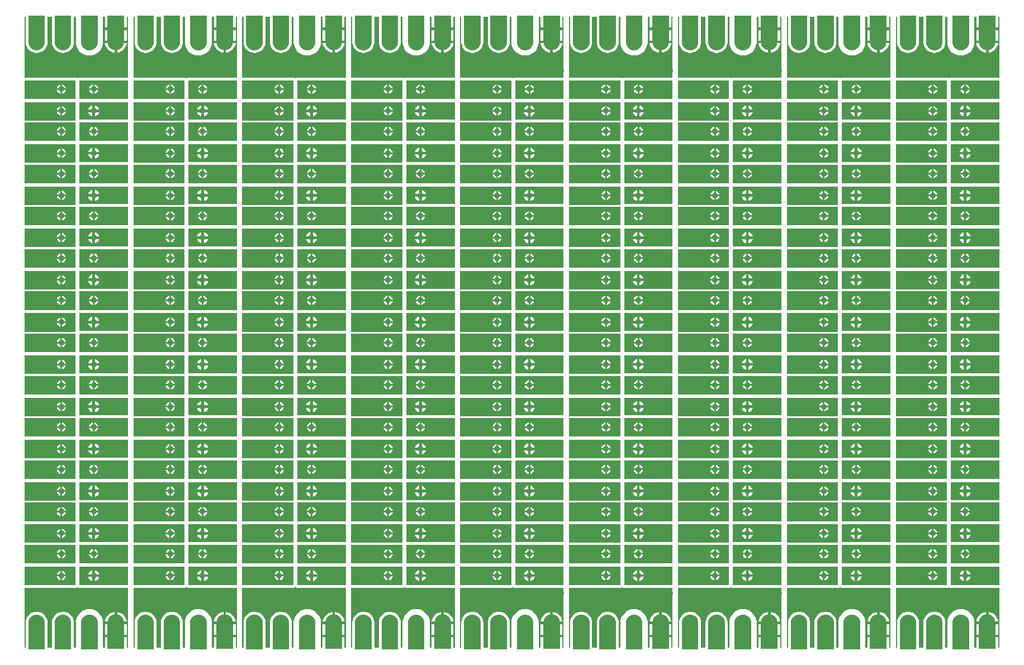
<source format=gbl>
G04*
G04 #@! TF.GenerationSoftware,Altium Limited,Altium Designer,21.7.2 (23)*
G04*
G04 Layer_Physical_Order=2*
G04 Layer_Color=16711680*
%FSLAX44Y44*%
%MOMM*%
G71*
G04*
G04 #@! TF.SameCoordinates,4EA3E7D4-8FC9-4B51-A035-DBAEA2916729*
G04*
G04*
G04 #@! TF.FilePolarity,Positive*
G04*
G01*
G75*
%ADD10R,2.5000X4.0000*%
%ADD11C,2.5000*%
%ADD12C,1.0000*%
%ADD18C,0.9000*%
%ADD19C,0.7000*%
%ADD20C,0.8000*%
G36*
X1480961Y867348D02*
X1480961Y866078D01*
X1407500D01*
X1405939Y865768D01*
X1404616Y864884D01*
X1404384D01*
X1403061Y865768D01*
X1401500Y866078D01*
X1324039D01*
Y957918D01*
X1325922D01*
Y920000D01*
Y918354D01*
X1326026Y917831D01*
X1326061Y917299D01*
X1326913Y914120D01*
X1327148Y913641D01*
X1327320Y913136D01*
X1328966Y910286D01*
X1329317Y909884D01*
X1329614Y909441D01*
X1331941Y907114D01*
X1332385Y906817D01*
X1332786Y906466D01*
X1335636Y904820D01*
X1336141Y904648D01*
X1336620Y904413D01*
X1339799Y903561D01*
X1340331Y903526D01*
X1340854Y903422D01*
X1344146D01*
X1344669Y903526D01*
X1345201Y903561D01*
X1348380Y904413D01*
X1348859Y904649D01*
X1349364Y904820D01*
X1352214Y906466D01*
X1352616Y906817D01*
X1353059Y907114D01*
X1355386Y909441D01*
X1355683Y909885D01*
X1356034Y910286D01*
X1357680Y913136D01*
X1357852Y913641D01*
X1358087Y914120D01*
X1358939Y917299D01*
X1358974Y917831D01*
X1359078Y918354D01*
Y920000D01*
Y957918D01*
X1365922D01*
Y920000D01*
Y918354D01*
X1366026Y917831D01*
X1366061Y917299D01*
X1366913Y914120D01*
X1367148Y913641D01*
X1367320Y913136D01*
X1368966Y910286D01*
X1369317Y909884D01*
X1369614Y909441D01*
X1371941Y907114D01*
X1372385Y906817D01*
X1372786Y906466D01*
X1375636Y904820D01*
X1376141Y904648D01*
X1376620Y904413D01*
X1379799Y903561D01*
X1380331Y903526D01*
X1380854Y903422D01*
X1384146D01*
X1384669Y903526D01*
X1385201Y903561D01*
X1388380Y904413D01*
X1388859Y904649D01*
X1389364Y904820D01*
X1392214Y906466D01*
X1392616Y906817D01*
X1393059Y907114D01*
X1395386Y909441D01*
X1395683Y909885D01*
X1396034Y910286D01*
X1397680Y913136D01*
X1397852Y913641D01*
X1398087Y914120D01*
X1398939Y917299D01*
X1398974Y917831D01*
X1399078Y918354D01*
Y920000D01*
Y957918D01*
X1401931D01*
Y920000D01*
Y918354D01*
X1402206Y916266D01*
X1403058Y913087D01*
X1403864Y911141D01*
X1405509Y908290D01*
X1406792Y906619D01*
X1409119Y904292D01*
X1410790Y903009D01*
X1413641Y901364D01*
X1415587Y900558D01*
X1418766Y899706D01*
X1420854Y899431D01*
X1424146D01*
X1426234Y899706D01*
X1429413Y900558D01*
X1431359Y901364D01*
X1434210Y903009D01*
X1435881Y904292D01*
X1438208Y906619D01*
X1439491Y908290D01*
X1441136Y911141D01*
X1441942Y913087D01*
X1442794Y916266D01*
X1443069Y918354D01*
Y920000D01*
Y957918D01*
X1446000D01*
Y942000D01*
X1462500D01*
X1479000D01*
Y957918D01*
X1480961D01*
Y867348D01*
D02*
G37*
G36*
X1315961D02*
X1315961Y866078D01*
X1242500D01*
X1240939Y865768D01*
X1239616Y864884D01*
X1239384D01*
X1238061Y865768D01*
X1236500Y866078D01*
X1159039D01*
Y957918D01*
X1160922D01*
Y920000D01*
Y918354D01*
X1161026Y917831D01*
X1161061Y917299D01*
X1161913Y914120D01*
X1162148Y913641D01*
X1162320Y913136D01*
X1163966Y910286D01*
X1164317Y909884D01*
X1164614Y909441D01*
X1166941Y907114D01*
X1167385Y906817D01*
X1167786Y906466D01*
X1170636Y904820D01*
X1171141Y904648D01*
X1171620Y904413D01*
X1174799Y903561D01*
X1175331Y903526D01*
X1175854Y903422D01*
X1179146D01*
X1179669Y903526D01*
X1180201Y903561D01*
X1183380Y904413D01*
X1183859Y904649D01*
X1184364Y904820D01*
X1187214Y906466D01*
X1187616Y906817D01*
X1188059Y907114D01*
X1190386Y909441D01*
X1190683Y909885D01*
X1191034Y910286D01*
X1192680Y913136D01*
X1192852Y913641D01*
X1193087Y914120D01*
X1193939Y917299D01*
X1193974Y917831D01*
X1194078Y918354D01*
Y920000D01*
Y957918D01*
X1200922D01*
Y920000D01*
Y918354D01*
X1201026Y917831D01*
X1201061Y917299D01*
X1201913Y914120D01*
X1202148Y913641D01*
X1202320Y913136D01*
X1203966Y910286D01*
X1204317Y909884D01*
X1204614Y909441D01*
X1206941Y907114D01*
X1207385Y906817D01*
X1207786Y906466D01*
X1210636Y904820D01*
X1211141Y904648D01*
X1211620Y904413D01*
X1214799Y903561D01*
X1215331Y903526D01*
X1215854Y903422D01*
X1219146D01*
X1219669Y903526D01*
X1220201Y903561D01*
X1223380Y904413D01*
X1223859Y904649D01*
X1224364Y904820D01*
X1227214Y906466D01*
X1227616Y906817D01*
X1228059Y907114D01*
X1230386Y909441D01*
X1230683Y909885D01*
X1231034Y910286D01*
X1232680Y913136D01*
X1232852Y913641D01*
X1233087Y914120D01*
X1233939Y917299D01*
X1233974Y917831D01*
X1234078Y918354D01*
Y920000D01*
Y957918D01*
X1236931D01*
Y920000D01*
Y918354D01*
X1237206Y916266D01*
X1238058Y913087D01*
X1238864Y911141D01*
X1240509Y908290D01*
X1241792Y906619D01*
X1244119Y904292D01*
X1245790Y903009D01*
X1248641Y901364D01*
X1250587Y900558D01*
X1253766Y899706D01*
X1255854Y899431D01*
X1259146D01*
X1261234Y899706D01*
X1264413Y900558D01*
X1266359Y901364D01*
X1269210Y903009D01*
X1270881Y904292D01*
X1273208Y906619D01*
X1274491Y908290D01*
X1276136Y911141D01*
X1276942Y913087D01*
X1277794Y916266D01*
X1278069Y918354D01*
Y920000D01*
Y957918D01*
X1281000D01*
Y942000D01*
X1297500D01*
X1314000D01*
Y957918D01*
X1315961D01*
Y867348D01*
D02*
G37*
G36*
X1150961D02*
X1150961Y866078D01*
X1077500D01*
X1075939Y865768D01*
X1074616Y864884D01*
X1074384D01*
X1073061Y865768D01*
X1071500Y866078D01*
X994039D01*
Y957918D01*
X995922D01*
Y920000D01*
Y918354D01*
X996026Y917831D01*
X996061Y917299D01*
X996913Y914120D01*
X997148Y913641D01*
X997320Y913136D01*
X998966Y910286D01*
X999317Y909884D01*
X999614Y909441D01*
X1001941Y907114D01*
X1002385Y906817D01*
X1002786Y906466D01*
X1005636Y904820D01*
X1006141Y904648D01*
X1006620Y904413D01*
X1009799Y903561D01*
X1010331Y903526D01*
X1010854Y903422D01*
X1014146D01*
X1014669Y903526D01*
X1015201Y903561D01*
X1018380Y904413D01*
X1018859Y904649D01*
X1019364Y904820D01*
X1022214Y906466D01*
X1022616Y906817D01*
X1023059Y907114D01*
X1025386Y909441D01*
X1025683Y909885D01*
X1026034Y910286D01*
X1027680Y913136D01*
X1027852Y913641D01*
X1028087Y914120D01*
X1028939Y917299D01*
X1028974Y917831D01*
X1029078Y918354D01*
Y920000D01*
Y957918D01*
X1035922D01*
Y920000D01*
Y918354D01*
X1036026Y917831D01*
X1036061Y917299D01*
X1036913Y914120D01*
X1037148Y913641D01*
X1037320Y913136D01*
X1038966Y910286D01*
X1039317Y909884D01*
X1039614Y909441D01*
X1041941Y907114D01*
X1042385Y906817D01*
X1042786Y906466D01*
X1045636Y904820D01*
X1046141Y904648D01*
X1046620Y904413D01*
X1049799Y903561D01*
X1050331Y903526D01*
X1050854Y903422D01*
X1054146D01*
X1054669Y903526D01*
X1055201Y903561D01*
X1058380Y904413D01*
X1058859Y904649D01*
X1059364Y904820D01*
X1062214Y906466D01*
X1062616Y906817D01*
X1063059Y907114D01*
X1065386Y909441D01*
X1065683Y909885D01*
X1066034Y910286D01*
X1067680Y913136D01*
X1067852Y913641D01*
X1068087Y914120D01*
X1068939Y917299D01*
X1068974Y917831D01*
X1069078Y918354D01*
Y920000D01*
Y957918D01*
X1071931D01*
Y920000D01*
Y918354D01*
X1072206Y916266D01*
X1073058Y913087D01*
X1073864Y911141D01*
X1075509Y908290D01*
X1076792Y906619D01*
X1079119Y904292D01*
X1080790Y903009D01*
X1083641Y901364D01*
X1085587Y900558D01*
X1088766Y899706D01*
X1090854Y899431D01*
X1094146D01*
X1096234Y899706D01*
X1099413Y900558D01*
X1101359Y901364D01*
X1104210Y903009D01*
X1105881Y904292D01*
X1108208Y906619D01*
X1109491Y908290D01*
X1111136Y911141D01*
X1111942Y913087D01*
X1112794Y916266D01*
X1113069Y918354D01*
Y920000D01*
Y957918D01*
X1116000D01*
Y942000D01*
X1132500D01*
X1149000D01*
Y957918D01*
X1150961D01*
Y867348D01*
D02*
G37*
G36*
X985961D02*
X985961Y866078D01*
X912500D01*
X910939Y865768D01*
X909616Y864884D01*
X909384D01*
X908061Y865768D01*
X906500Y866078D01*
X829039D01*
Y957918D01*
X830922D01*
Y920000D01*
Y918354D01*
X831026Y917831D01*
X831061Y917299D01*
X831913Y914120D01*
X832148Y913641D01*
X832320Y913136D01*
X833966Y910286D01*
X834317Y909884D01*
X834614Y909441D01*
X836941Y907114D01*
X837385Y906817D01*
X837786Y906466D01*
X840636Y904820D01*
X841141Y904648D01*
X841620Y904413D01*
X844799Y903561D01*
X845331Y903526D01*
X845854Y903422D01*
X849146D01*
X849669Y903526D01*
X850201Y903561D01*
X853380Y904413D01*
X853859Y904649D01*
X854364Y904820D01*
X857214Y906466D01*
X857616Y906817D01*
X858059Y907114D01*
X860386Y909441D01*
X860683Y909885D01*
X861034Y910286D01*
X862680Y913136D01*
X862852Y913641D01*
X863087Y914120D01*
X863939Y917299D01*
X863974Y917831D01*
X864078Y918354D01*
Y920000D01*
Y957918D01*
X870922D01*
Y920000D01*
Y918354D01*
X871026Y917831D01*
X871061Y917299D01*
X871913Y914120D01*
X872148Y913641D01*
X872320Y913136D01*
X873966Y910286D01*
X874317Y909884D01*
X874614Y909441D01*
X876941Y907114D01*
X877385Y906817D01*
X877786Y906466D01*
X880636Y904820D01*
X881141Y904648D01*
X881620Y904413D01*
X884799Y903561D01*
X885331Y903526D01*
X885854Y903422D01*
X889146D01*
X889669Y903526D01*
X890201Y903561D01*
X893380Y904413D01*
X893859Y904649D01*
X894364Y904820D01*
X897214Y906466D01*
X897616Y906817D01*
X898059Y907114D01*
X900386Y909441D01*
X900683Y909885D01*
X901034Y910286D01*
X902680Y913136D01*
X902852Y913641D01*
X903087Y914120D01*
X903939Y917299D01*
X903974Y917831D01*
X904078Y918354D01*
Y920000D01*
Y957918D01*
X906931D01*
Y920000D01*
Y918354D01*
X907206Y916266D01*
X908058Y913087D01*
X908864Y911141D01*
X910509Y908290D01*
X911792Y906619D01*
X914119Y904292D01*
X915790Y903009D01*
X918641Y901364D01*
X920587Y900558D01*
X923766Y899706D01*
X925854Y899431D01*
X929146D01*
X931234Y899706D01*
X934413Y900558D01*
X936359Y901364D01*
X939210Y903009D01*
X940881Y904292D01*
X943208Y906619D01*
X944491Y908290D01*
X946136Y911141D01*
X946942Y913087D01*
X947794Y916266D01*
X948069Y918354D01*
Y920000D01*
Y957918D01*
X951000D01*
Y942000D01*
X967500D01*
X984000D01*
Y957918D01*
X985961D01*
Y867348D01*
D02*
G37*
G36*
X820961D02*
X820961Y866078D01*
X747500D01*
X745939Y865768D01*
X744616Y864884D01*
X744384D01*
X743061Y865768D01*
X741500Y866078D01*
X664039D01*
Y957918D01*
X665922D01*
Y920000D01*
Y918354D01*
X666026Y917831D01*
X666061Y917299D01*
X666913Y914120D01*
X667148Y913641D01*
X667320Y913136D01*
X668966Y910286D01*
X669317Y909884D01*
X669614Y909441D01*
X671941Y907114D01*
X672385Y906817D01*
X672786Y906466D01*
X675636Y904820D01*
X676141Y904648D01*
X676620Y904413D01*
X679799Y903561D01*
X680331Y903526D01*
X680854Y903422D01*
X684146D01*
X684669Y903526D01*
X685201Y903561D01*
X688380Y904413D01*
X688859Y904649D01*
X689364Y904820D01*
X692214Y906466D01*
X692616Y906817D01*
X693059Y907114D01*
X695386Y909441D01*
X695683Y909885D01*
X696034Y910286D01*
X697680Y913136D01*
X697852Y913641D01*
X698087Y914120D01*
X698939Y917299D01*
X698974Y917831D01*
X699078Y918354D01*
Y920000D01*
Y957918D01*
X705922D01*
Y920000D01*
Y918354D01*
X706026Y917831D01*
X706061Y917299D01*
X706913Y914120D01*
X707148Y913641D01*
X707320Y913136D01*
X708966Y910286D01*
X709317Y909884D01*
X709614Y909441D01*
X711941Y907114D01*
X712385Y906817D01*
X712786Y906466D01*
X715636Y904820D01*
X716141Y904648D01*
X716620Y904413D01*
X719799Y903561D01*
X720331Y903526D01*
X720854Y903422D01*
X724146D01*
X724669Y903526D01*
X725201Y903561D01*
X728380Y904413D01*
X728859Y904649D01*
X729364Y904820D01*
X732214Y906466D01*
X732616Y906817D01*
X733059Y907114D01*
X735386Y909441D01*
X735683Y909885D01*
X736034Y910286D01*
X737680Y913136D01*
X737852Y913641D01*
X738087Y914120D01*
X738939Y917299D01*
X738974Y917831D01*
X739078Y918354D01*
Y920000D01*
Y957918D01*
X741931D01*
Y920000D01*
Y918354D01*
X742206Y916266D01*
X743058Y913087D01*
X743864Y911141D01*
X745509Y908290D01*
X746792Y906619D01*
X749119Y904292D01*
X750790Y903009D01*
X753641Y901364D01*
X755587Y900558D01*
X758766Y899706D01*
X760854Y899431D01*
X764146D01*
X766234Y899706D01*
X769413Y900558D01*
X771359Y901364D01*
X774210Y903009D01*
X775881Y904292D01*
X778208Y906619D01*
X779491Y908290D01*
X781136Y911141D01*
X781942Y913087D01*
X782794Y916266D01*
X783069Y918354D01*
Y920000D01*
Y957918D01*
X786000D01*
Y942000D01*
X802500D01*
X819000D01*
Y957918D01*
X820961D01*
Y867348D01*
D02*
G37*
G36*
X655961D02*
X655961Y866078D01*
X582500D01*
X580939Y865768D01*
X579616Y864884D01*
X579384D01*
X578061Y865768D01*
X576500Y866078D01*
X499039D01*
Y957918D01*
X500922D01*
Y920000D01*
Y918354D01*
X501026Y917831D01*
X501061Y917299D01*
X501912Y914120D01*
X502148Y913641D01*
X502320Y913136D01*
X503966Y910286D01*
X504317Y909884D01*
X504614Y909441D01*
X506941Y907114D01*
X507385Y906817D01*
X507786Y906466D01*
X510636Y904820D01*
X511141Y904648D01*
X511620Y904413D01*
X514799Y903561D01*
X515331Y903526D01*
X515854Y903422D01*
X519146D01*
X519669Y903526D01*
X520201Y903561D01*
X523380Y904413D01*
X523859Y904649D01*
X524364Y904820D01*
X527214Y906466D01*
X527616Y906817D01*
X528059Y907114D01*
X530386Y909441D01*
X530683Y909885D01*
X531034Y910286D01*
X532680Y913136D01*
X532852Y913641D01*
X533088Y914120D01*
X533939Y917299D01*
X533974Y917831D01*
X534078Y918354D01*
Y920000D01*
Y957918D01*
X540922D01*
Y920000D01*
Y918354D01*
X541026Y917831D01*
X541061Y917299D01*
X541912Y914120D01*
X542148Y913641D01*
X542320Y913136D01*
X543966Y910286D01*
X544317Y909884D01*
X544614Y909441D01*
X546941Y907114D01*
X547385Y906817D01*
X547786Y906466D01*
X550636Y904820D01*
X551141Y904648D01*
X551620Y904413D01*
X554799Y903561D01*
X555331Y903526D01*
X555854Y903422D01*
X559146D01*
X559669Y903526D01*
X560201Y903561D01*
X563380Y904413D01*
X563859Y904649D01*
X564364Y904820D01*
X567214Y906466D01*
X567616Y906817D01*
X568059Y907114D01*
X570386Y909441D01*
X570683Y909885D01*
X571034Y910286D01*
X572680Y913136D01*
X572852Y913641D01*
X573088Y914120D01*
X573939Y917299D01*
X573974Y917831D01*
X574078Y918354D01*
Y920000D01*
Y957918D01*
X576931D01*
Y920000D01*
Y918354D01*
X577206Y916266D01*
X578058Y913087D01*
X578864Y911141D01*
X580509Y908290D01*
X581792Y906619D01*
X584119Y904292D01*
X585790Y903009D01*
X588641Y901364D01*
X590587Y900558D01*
X593766Y899706D01*
X595854Y899431D01*
X599146D01*
X601234Y899706D01*
X604413Y900558D01*
X606359Y901364D01*
X609210Y903009D01*
X610881Y904292D01*
X613208Y906619D01*
X614491Y908290D01*
X616136Y911141D01*
X616942Y913087D01*
X617794Y916266D01*
X618069Y918354D01*
Y920000D01*
Y957918D01*
X621000D01*
Y942000D01*
X637500D01*
X654000D01*
Y957918D01*
X655961D01*
Y867348D01*
D02*
G37*
G36*
X490961D02*
X490961Y866078D01*
X417500D01*
X415939Y865768D01*
X414616Y864884D01*
X414384D01*
X413061Y865768D01*
X411500Y866078D01*
X334039D01*
Y957918D01*
X335922D01*
Y920000D01*
Y918354D01*
X336026Y917831D01*
X336061Y917299D01*
X336912Y914120D01*
X337148Y913641D01*
X337320Y913136D01*
X338966Y910286D01*
X339317Y909884D01*
X339614Y909441D01*
X341941Y907114D01*
X342385Y906817D01*
X342786Y906466D01*
X345636Y904820D01*
X346141Y904648D01*
X346620Y904413D01*
X349799Y903561D01*
X350331Y903526D01*
X350854Y903422D01*
X354146D01*
X354669Y903526D01*
X355201Y903561D01*
X358380Y904413D01*
X358859Y904649D01*
X359364Y904820D01*
X362214Y906466D01*
X362616Y906817D01*
X363059Y907114D01*
X365386Y909441D01*
X365683Y909885D01*
X366034Y910286D01*
X367680Y913136D01*
X367852Y913641D01*
X368088Y914120D01*
X368939Y917299D01*
X368974Y917831D01*
X369078Y918354D01*
Y920000D01*
Y957918D01*
X375922D01*
Y920000D01*
Y918354D01*
X376026Y917831D01*
X376061Y917299D01*
X376912Y914120D01*
X377148Y913641D01*
X377320Y913136D01*
X378966Y910286D01*
X379317Y909884D01*
X379614Y909441D01*
X381941Y907114D01*
X382385Y906817D01*
X382786Y906466D01*
X385636Y904820D01*
X386141Y904648D01*
X386620Y904413D01*
X389799Y903561D01*
X390331Y903526D01*
X390854Y903422D01*
X394146D01*
X394669Y903526D01*
X395201Y903561D01*
X398380Y904413D01*
X398859Y904649D01*
X399364Y904820D01*
X402214Y906466D01*
X402616Y906817D01*
X403059Y907114D01*
X405386Y909441D01*
X405683Y909885D01*
X406034Y910286D01*
X407680Y913136D01*
X407852Y913641D01*
X408088Y914120D01*
X408939Y917299D01*
X408974Y917831D01*
X409078Y918354D01*
Y920000D01*
Y957918D01*
X411931D01*
Y920000D01*
Y918354D01*
X412206Y916266D01*
X413058Y913087D01*
X413864Y911141D01*
X415509Y908290D01*
X416792Y906619D01*
X419119Y904292D01*
X420790Y903009D01*
X423641Y901364D01*
X425587Y900558D01*
X428766Y899706D01*
X430854Y899431D01*
X434146D01*
X436234Y899706D01*
X439413Y900558D01*
X441359Y901364D01*
X444210Y903009D01*
X445881Y904292D01*
X448208Y906619D01*
X449491Y908290D01*
X451136Y911141D01*
X451942Y913087D01*
X452794Y916266D01*
X453069Y918354D01*
Y920000D01*
Y957918D01*
X456000D01*
Y942000D01*
X472500D01*
X489000D01*
Y957918D01*
X490961D01*
Y867348D01*
D02*
G37*
G36*
X325961D02*
X325961Y866078D01*
X252500D01*
X250939Y865768D01*
X249616Y864884D01*
X249384D01*
X248061Y865768D01*
X246500Y866078D01*
X169039D01*
Y957918D01*
X170922D01*
Y920000D01*
Y918354D01*
X171026Y917831D01*
X171061Y917299D01*
X171912Y914120D01*
X172148Y913641D01*
X172320Y913136D01*
X173966Y910286D01*
X174317Y909884D01*
X174614Y909441D01*
X176941Y907114D01*
X177385Y906817D01*
X177786Y906466D01*
X180636Y904820D01*
X181141Y904648D01*
X181620Y904413D01*
X184799Y903561D01*
X185331Y903526D01*
X185854Y903422D01*
X189146D01*
X189669Y903526D01*
X190201Y903561D01*
X193380Y904413D01*
X193859Y904649D01*
X194364Y904820D01*
X197214Y906466D01*
X197616Y906817D01*
X198059Y907114D01*
X200386Y909441D01*
X200683Y909885D01*
X201034Y910286D01*
X202680Y913136D01*
X202852Y913641D01*
X203088Y914120D01*
X203939Y917299D01*
X203974Y917831D01*
X204078Y918354D01*
Y920000D01*
Y957918D01*
X210922D01*
Y920000D01*
Y918354D01*
X211026Y917831D01*
X211061Y917299D01*
X211912Y914120D01*
X212148Y913641D01*
X212320Y913136D01*
X213966Y910286D01*
X214317Y909884D01*
X214614Y909441D01*
X216941Y907114D01*
X217385Y906817D01*
X217786Y906466D01*
X220636Y904820D01*
X221141Y904648D01*
X221620Y904413D01*
X224799Y903561D01*
X225331Y903526D01*
X225854Y903422D01*
X229146D01*
X229669Y903526D01*
X230201Y903561D01*
X233380Y904413D01*
X233859Y904649D01*
X234364Y904820D01*
X237214Y906466D01*
X237616Y906817D01*
X238059Y907114D01*
X240386Y909441D01*
X240683Y909885D01*
X241034Y910286D01*
X242680Y913136D01*
X242852Y913641D01*
X243088Y914120D01*
X243939Y917299D01*
X243974Y917831D01*
X244078Y918354D01*
Y920000D01*
Y957918D01*
X246931D01*
Y920000D01*
Y918354D01*
X247206Y916266D01*
X248058Y913087D01*
X248864Y911141D01*
X250509Y908290D01*
X251792Y906619D01*
X254119Y904292D01*
X255790Y903009D01*
X258641Y901364D01*
X260587Y900558D01*
X263766Y899706D01*
X265854Y899431D01*
X269146D01*
X271234Y899706D01*
X274413Y900558D01*
X276359Y901364D01*
X279210Y903009D01*
X280881Y904292D01*
X283208Y906619D01*
X284491Y908290D01*
X286136Y911141D01*
X286942Y913087D01*
X287794Y916266D01*
X288069Y918354D01*
Y920000D01*
Y957918D01*
X291000D01*
Y942000D01*
X307500D01*
X324000D01*
Y957918D01*
X325961D01*
Y867348D01*
D02*
G37*
G36*
X160961D02*
X160961Y866078D01*
X87500D01*
X85939Y865768D01*
X84616Y864884D01*
X84384D01*
X83061Y865768D01*
X81500Y866078D01*
X4039D01*
Y957918D01*
X5922D01*
Y920000D01*
Y918354D01*
X6026Y917831D01*
X6061Y917299D01*
X6913Y914120D01*
X7148Y913641D01*
X7320Y913136D01*
X8966Y910286D01*
X9317Y909884D01*
X9614Y909441D01*
X11941Y907114D01*
X12385Y906817D01*
X12786Y906466D01*
X15636Y904820D01*
X16141Y904648D01*
X16620Y904413D01*
X19799Y903561D01*
X20331Y903526D01*
X20854Y903422D01*
X24146D01*
X24669Y903526D01*
X25201Y903561D01*
X28380Y904413D01*
X28859Y904649D01*
X29364Y904820D01*
X32214Y906466D01*
X32615Y906817D01*
X33059Y907114D01*
X35386Y909441D01*
X35683Y909885D01*
X36034Y910286D01*
X37680Y913136D01*
X37852Y913641D01*
X38087Y914120D01*
X38939Y917299D01*
X38974Y917831D01*
X39078Y918354D01*
Y920000D01*
Y957918D01*
X45922D01*
Y920000D01*
Y918354D01*
X46026Y917831D01*
X46061Y917299D01*
X46912Y914120D01*
X47148Y913641D01*
X47320Y913136D01*
X48966Y910286D01*
X49317Y909884D01*
X49614Y909441D01*
X51941Y907114D01*
X52385Y906817D01*
X52786Y906466D01*
X55636Y904820D01*
X56141Y904648D01*
X56620Y904413D01*
X59799Y903561D01*
X60331Y903526D01*
X60854Y903422D01*
X64146D01*
X64669Y903526D01*
X65201Y903561D01*
X68380Y904413D01*
X68859Y904649D01*
X69364Y904820D01*
X72214Y906466D01*
X72615Y906817D01*
X73059Y907114D01*
X75386Y909441D01*
X75683Y909885D01*
X76034Y910286D01*
X77680Y913136D01*
X77852Y913641D01*
X78088Y914120D01*
X78939Y917299D01*
X78974Y917831D01*
X79078Y918354D01*
Y920000D01*
Y957918D01*
X81931D01*
Y920000D01*
Y918354D01*
X82206Y916266D01*
X83058Y913087D01*
X83864Y911141D01*
X85510Y908290D01*
X86792Y906619D01*
X89119Y904292D01*
X90790Y903009D01*
X93641Y901364D01*
X95587Y900558D01*
X98766Y899706D01*
X100854Y899431D01*
X104146D01*
X106234Y899706D01*
X109413Y900558D01*
X111359Y901364D01*
X114210Y903009D01*
X115881Y904292D01*
X118208Y906619D01*
X119490Y908290D01*
X121136Y911141D01*
X121942Y913087D01*
X122794Y916266D01*
X123069Y918354D01*
Y920000D01*
Y957918D01*
X126000D01*
Y942000D01*
X142500D01*
X159000D01*
Y957918D01*
X160961D01*
Y867348D01*
D02*
G37*
G36*
X1435000Y920000D02*
Y918354D01*
X1434148Y915175D01*
X1432502Y912325D01*
X1430175Y909997D01*
X1427325Y908352D01*
X1424146Y907500D01*
X1420854D01*
X1417675Y908352D01*
X1414825Y909997D01*
X1412498Y912325D01*
X1410852Y915175D01*
X1410000Y918354D01*
Y920000D01*
Y960000D01*
X1435000D01*
Y920000D01*
D02*
G37*
G36*
X1395000D02*
Y918354D01*
X1394148Y915175D01*
X1392502Y912325D01*
X1390175Y909997D01*
X1387325Y908352D01*
X1384146Y907500D01*
X1380854D01*
X1377675Y908352D01*
X1374825Y909997D01*
X1372498Y912325D01*
X1370852Y915175D01*
X1370000Y918354D01*
Y920000D01*
Y960000D01*
X1395000D01*
Y920000D01*
D02*
G37*
G36*
X1355000D02*
Y918354D01*
X1354148Y915175D01*
X1352502Y912325D01*
X1350175Y909997D01*
X1347325Y908352D01*
X1344146Y907500D01*
X1340854D01*
X1337675Y908352D01*
X1334825Y909997D01*
X1332498Y912325D01*
X1330852Y915175D01*
X1330000Y918354D01*
Y920000D01*
Y960000D01*
X1355000D01*
Y920000D01*
D02*
G37*
G36*
X1270000D02*
Y918354D01*
X1269148Y915175D01*
X1267503Y912325D01*
X1265175Y909997D01*
X1262325Y908352D01*
X1259146Y907500D01*
X1255854D01*
X1252675Y908352D01*
X1249825Y909997D01*
X1247497Y912325D01*
X1245852Y915175D01*
X1245000Y918354D01*
Y920000D01*
Y960000D01*
X1270000D01*
Y920000D01*
D02*
G37*
G36*
X1230000D02*
Y918354D01*
X1229148Y915175D01*
X1227503Y912325D01*
X1225175Y909997D01*
X1222325Y908352D01*
X1219146Y907500D01*
X1215854D01*
X1212675Y908352D01*
X1209825Y909997D01*
X1207497Y912325D01*
X1205852Y915175D01*
X1205000Y918354D01*
Y920000D01*
Y960000D01*
X1230000D01*
Y920000D01*
D02*
G37*
G36*
X1190000D02*
Y918354D01*
X1189148Y915175D01*
X1187503Y912325D01*
X1185175Y909997D01*
X1182325Y908352D01*
X1179146Y907500D01*
X1175854D01*
X1172675Y908352D01*
X1169825Y909997D01*
X1167497Y912325D01*
X1165852Y915175D01*
X1165000Y918354D01*
Y920000D01*
Y960000D01*
X1190000D01*
Y920000D01*
D02*
G37*
G36*
X1105000D02*
Y918354D01*
X1104148Y915175D01*
X1102503Y912325D01*
X1100175Y909997D01*
X1097325Y908352D01*
X1094146Y907500D01*
X1090854D01*
X1087675Y908352D01*
X1084825Y909997D01*
X1082497Y912325D01*
X1080852Y915175D01*
X1080000Y918354D01*
Y920000D01*
Y960000D01*
X1105000D01*
Y920000D01*
D02*
G37*
G36*
X1065000D02*
Y918354D01*
X1064148Y915175D01*
X1062503Y912325D01*
X1060175Y909997D01*
X1057325Y908352D01*
X1054146Y907500D01*
X1050854D01*
X1047675Y908352D01*
X1044825Y909997D01*
X1042497Y912325D01*
X1040852Y915175D01*
X1040000Y918354D01*
Y920000D01*
Y960000D01*
X1065000D01*
Y920000D01*
D02*
G37*
G36*
X1025000D02*
Y918354D01*
X1024148Y915175D01*
X1022503Y912325D01*
X1020175Y909997D01*
X1017325Y908352D01*
X1014146Y907500D01*
X1010854D01*
X1007675Y908352D01*
X1004825Y909997D01*
X1002497Y912325D01*
X1000852Y915175D01*
X1000000Y918354D01*
Y920000D01*
Y960000D01*
X1025000D01*
Y920000D01*
D02*
G37*
G36*
X940000D02*
Y918354D01*
X939148Y915175D01*
X937503Y912325D01*
X935175Y909997D01*
X932325Y908352D01*
X929146Y907500D01*
X925854D01*
X922675Y908352D01*
X919825Y909997D01*
X917497Y912325D01*
X915852Y915175D01*
X915000Y918354D01*
Y920000D01*
Y960000D01*
X940000D01*
Y920000D01*
D02*
G37*
G36*
X900000D02*
Y918354D01*
X899148Y915175D01*
X897503Y912325D01*
X895175Y909997D01*
X892325Y908352D01*
X889146Y907500D01*
X885854D01*
X882675Y908352D01*
X879825Y909997D01*
X877497Y912325D01*
X875852Y915175D01*
X875000Y918354D01*
Y920000D01*
Y960000D01*
X900000D01*
Y920000D01*
D02*
G37*
G36*
X860000D02*
Y918354D01*
X859148Y915175D01*
X857503Y912325D01*
X855175Y909997D01*
X852325Y908352D01*
X849146Y907500D01*
X845854D01*
X842675Y908352D01*
X839825Y909997D01*
X837497Y912325D01*
X835852Y915175D01*
X835000Y918354D01*
Y920000D01*
Y960000D01*
X860000D01*
Y920000D01*
D02*
G37*
G36*
X775000D02*
Y918354D01*
X774148Y915175D01*
X772503Y912325D01*
X770175Y909997D01*
X767325Y908352D01*
X764146Y907500D01*
X760854D01*
X757675Y908352D01*
X754825Y909997D01*
X752497Y912325D01*
X750852Y915175D01*
X750000Y918354D01*
Y920000D01*
Y960000D01*
X775000D01*
Y920000D01*
D02*
G37*
G36*
X735000D02*
Y918354D01*
X734148Y915175D01*
X732503Y912325D01*
X730175Y909997D01*
X727325Y908352D01*
X724146Y907500D01*
X720854D01*
X717675Y908352D01*
X714825Y909997D01*
X712497Y912325D01*
X710852Y915175D01*
X710000Y918354D01*
Y920000D01*
Y960000D01*
X735000D01*
Y920000D01*
D02*
G37*
G36*
X695000D02*
Y918354D01*
X694148Y915175D01*
X692503Y912325D01*
X690175Y909997D01*
X687325Y908352D01*
X684146Y907500D01*
X680854D01*
X677675Y908352D01*
X674825Y909997D01*
X672497Y912325D01*
X670852Y915175D01*
X670000Y918354D01*
Y920000D01*
Y960000D01*
X695000D01*
Y920000D01*
D02*
G37*
G36*
X610000D02*
Y918354D01*
X609148Y915175D01*
X607503Y912325D01*
X605175Y909997D01*
X602325Y908352D01*
X599146Y907500D01*
X595854D01*
X592675Y908352D01*
X589825Y909997D01*
X587497Y912325D01*
X585852Y915175D01*
X585000Y918354D01*
Y920000D01*
Y960000D01*
X610000D01*
Y920000D01*
D02*
G37*
G36*
X570000D02*
Y918354D01*
X569148Y915175D01*
X567503Y912325D01*
X565175Y909997D01*
X562325Y908352D01*
X559146Y907500D01*
X555854D01*
X552675Y908352D01*
X549825Y909997D01*
X547497Y912325D01*
X545852Y915175D01*
X545000Y918354D01*
Y920000D01*
Y960000D01*
X570000D01*
Y920000D01*
D02*
G37*
G36*
X530000D02*
Y918354D01*
X529148Y915175D01*
X527503Y912325D01*
X525175Y909997D01*
X522325Y908352D01*
X519146Y907500D01*
X515854D01*
X512675Y908352D01*
X509825Y909997D01*
X507497Y912325D01*
X505852Y915175D01*
X505000Y918354D01*
Y920000D01*
Y960000D01*
X530000D01*
Y920000D01*
D02*
G37*
G36*
X445000D02*
Y918354D01*
X444148Y915175D01*
X442503Y912325D01*
X440175Y909997D01*
X437325Y908352D01*
X434146Y907500D01*
X430854D01*
X427675Y908352D01*
X424825Y909997D01*
X422497Y912325D01*
X420852Y915175D01*
X420000Y918354D01*
Y920000D01*
Y960000D01*
X445000D01*
Y920000D01*
D02*
G37*
G36*
X405000D02*
Y918354D01*
X404148Y915175D01*
X402503Y912325D01*
X400175Y909997D01*
X397325Y908352D01*
X394146Y907500D01*
X390854D01*
X387675Y908352D01*
X384825Y909997D01*
X382497Y912325D01*
X380852Y915175D01*
X380000Y918354D01*
Y920000D01*
Y960000D01*
X405000D01*
Y920000D01*
D02*
G37*
G36*
X365000D02*
Y918354D01*
X364148Y915175D01*
X362503Y912325D01*
X360175Y909997D01*
X357325Y908352D01*
X354146Y907500D01*
X350854D01*
X347675Y908352D01*
X344825Y909997D01*
X342497Y912325D01*
X340852Y915175D01*
X340000Y918354D01*
Y920000D01*
Y960000D01*
X365000D01*
Y920000D01*
D02*
G37*
G36*
X280000D02*
Y918354D01*
X279148Y915175D01*
X277502Y912325D01*
X275175Y909997D01*
X272325Y908352D01*
X269146Y907500D01*
X265854D01*
X262675Y908352D01*
X259825Y909997D01*
X257498Y912325D01*
X255852Y915175D01*
X255000Y918354D01*
Y920000D01*
Y960000D01*
X280000D01*
Y920000D01*
D02*
G37*
G36*
X240000D02*
Y918354D01*
X239148Y915175D01*
X237502Y912325D01*
X235175Y909997D01*
X232325Y908352D01*
X229146Y907500D01*
X225854D01*
X222675Y908352D01*
X219825Y909997D01*
X217498Y912325D01*
X215852Y915175D01*
X215000Y918354D01*
Y920000D01*
Y960000D01*
X240000D01*
Y920000D01*
D02*
G37*
G36*
X200000D02*
Y918354D01*
X199148Y915175D01*
X197502Y912325D01*
X195175Y909997D01*
X192325Y908352D01*
X189146Y907500D01*
X185854D01*
X182675Y908352D01*
X179825Y909997D01*
X177498Y912325D01*
X175852Y915175D01*
X175000Y918354D01*
Y920000D01*
Y960000D01*
X200000D01*
Y920000D01*
D02*
G37*
G36*
X115000D02*
Y918354D01*
X114148Y915175D01*
X112502Y912325D01*
X110175Y909997D01*
X107325Y908352D01*
X104146Y907500D01*
X100854D01*
X97675Y908352D01*
X94825Y909997D01*
X92498Y912325D01*
X90852Y915175D01*
X90000Y918354D01*
Y920000D01*
Y960000D01*
X115000D01*
Y920000D01*
D02*
G37*
G36*
X75000D02*
Y918354D01*
X74148Y915175D01*
X72502Y912325D01*
X70175Y909997D01*
X67325Y908352D01*
X64146Y907500D01*
X60854D01*
X57675Y908352D01*
X54825Y909997D01*
X52498Y912325D01*
X50852Y915175D01*
X50000Y918354D01*
Y920000D01*
Y960000D01*
X75000D01*
Y920000D01*
D02*
G37*
G36*
X35000D02*
Y918354D01*
X34148Y915175D01*
X32503Y912325D01*
X30175Y909997D01*
X27325Y908352D01*
X24146Y907500D01*
X20854D01*
X17675Y908352D01*
X14825Y909997D01*
X12498Y912325D01*
X10852Y915175D01*
X10000Y918354D01*
Y920000D01*
Y960000D01*
X35000D01*
Y920000D01*
D02*
G37*
G36*
X1480961Y834000D02*
X1407500D01*
Y862000D01*
X1480961D01*
Y834000D01*
D02*
G37*
G36*
X1401500D02*
X1324039D01*
Y862000D01*
X1401500D01*
Y834000D01*
D02*
G37*
G36*
X1315961D02*
X1242500D01*
Y862000D01*
X1315961D01*
Y834000D01*
D02*
G37*
G36*
X1236500D02*
X1159039D01*
Y862000D01*
X1236500D01*
Y834000D01*
D02*
G37*
G36*
X1150961D02*
X1077500D01*
Y862000D01*
X1150961D01*
Y834000D01*
D02*
G37*
G36*
X1071500D02*
X994039D01*
Y862000D01*
X1071500D01*
Y834000D01*
D02*
G37*
G36*
X985961D02*
X912500D01*
Y862000D01*
X985961D01*
Y834000D01*
D02*
G37*
G36*
X906500D02*
X829039D01*
Y862000D01*
X906500D01*
Y834000D01*
D02*
G37*
G36*
X820961D02*
X747500D01*
Y862000D01*
X820961D01*
Y834000D01*
D02*
G37*
G36*
X741500D02*
X664039D01*
Y862000D01*
X741500D01*
Y834000D01*
D02*
G37*
G36*
X655961D02*
X582500D01*
Y862000D01*
X655961D01*
Y834000D01*
D02*
G37*
G36*
X576500D02*
X499039D01*
Y862000D01*
X576500D01*
Y834000D01*
D02*
G37*
G36*
X490961D02*
X417500D01*
Y862000D01*
X490961D01*
Y834000D01*
D02*
G37*
G36*
X411500D02*
X334039D01*
Y862000D01*
X411500D01*
Y834000D01*
D02*
G37*
G36*
X325961D02*
X252500D01*
Y862000D01*
X325961D01*
Y834000D01*
D02*
G37*
G36*
X246500D02*
X169039D01*
Y862000D01*
X246500D01*
Y834000D01*
D02*
G37*
G36*
X160961D02*
X87500D01*
Y862000D01*
X160961D01*
Y834000D01*
D02*
G37*
G36*
X81500D02*
X4039D01*
Y862000D01*
X81500D01*
Y834000D01*
D02*
G37*
G36*
X1480961Y802078D02*
X1407500D01*
Y829000D01*
X1480961D01*
Y802078D01*
D02*
G37*
G36*
X1315961D02*
X1242500D01*
Y829000D01*
X1315961D01*
Y802078D01*
D02*
G37*
G36*
X1150961D02*
X1077500D01*
Y829000D01*
X1150961D01*
Y802078D01*
D02*
G37*
G36*
X985961D02*
X912500D01*
Y829000D01*
X985961D01*
Y802078D01*
D02*
G37*
G36*
X820961D02*
X747500D01*
Y829000D01*
X820961D01*
Y802078D01*
D02*
G37*
G36*
X655961D02*
X582500D01*
Y829000D01*
X655961D01*
Y802078D01*
D02*
G37*
G36*
X490961D02*
X417500D01*
Y829000D01*
X490961D01*
Y802078D01*
D02*
G37*
G36*
X325961D02*
X252500D01*
Y829000D01*
X325961D01*
Y802078D01*
D02*
G37*
G36*
X160961D02*
X87500D01*
Y829000D01*
X160961D01*
Y802078D01*
D02*
G37*
G36*
X1401500Y801000D02*
X1324039D01*
Y829000D01*
X1401500D01*
Y801000D01*
D02*
G37*
G36*
X1236500D02*
X1159039D01*
Y829000D01*
X1236500D01*
Y801000D01*
D02*
G37*
G36*
X1071500D02*
X994039D01*
Y829000D01*
X1071500D01*
Y801000D01*
D02*
G37*
G36*
X906500D02*
X829039D01*
Y829000D01*
X906500D01*
Y801000D01*
D02*
G37*
G36*
X741500D02*
X664039D01*
Y829000D01*
X741500D01*
Y801000D01*
D02*
G37*
G36*
X576500D02*
X499039D01*
Y829000D01*
X576500D01*
Y801000D01*
D02*
G37*
G36*
X411500D02*
X334039D01*
Y829000D01*
X411500D01*
Y801000D01*
D02*
G37*
G36*
X246500D02*
X169039D01*
Y829000D01*
X246500D01*
Y801000D01*
D02*
G37*
G36*
X81500D02*
X4039D01*
Y829000D01*
X81500D01*
Y801000D01*
D02*
G37*
G36*
X1480961Y770000D02*
X1407500D01*
Y798000D01*
X1480961D01*
Y770000D01*
D02*
G37*
G36*
X1401500D02*
X1324039D01*
Y798000D01*
X1401500D01*
Y770000D01*
D02*
G37*
G36*
X1315961D02*
X1242500D01*
Y798000D01*
X1315961D01*
Y770000D01*
D02*
G37*
G36*
X1236500D02*
X1159039D01*
Y798000D01*
X1236500D01*
Y770000D01*
D02*
G37*
G36*
X1150961D02*
X1077500D01*
Y798000D01*
X1150961D01*
Y770000D01*
D02*
G37*
G36*
X1071500D02*
X994039D01*
Y798000D01*
X1071500D01*
Y770000D01*
D02*
G37*
G36*
X985961D02*
X912500D01*
Y798000D01*
X985961D01*
Y770000D01*
D02*
G37*
G36*
X906500D02*
X829039D01*
Y798000D01*
X906500D01*
Y770000D01*
D02*
G37*
G36*
X820961D02*
X747500D01*
Y798000D01*
X820961D01*
Y770000D01*
D02*
G37*
G36*
X741500D02*
X664039D01*
Y798000D01*
X741500D01*
Y770000D01*
D02*
G37*
G36*
X655961D02*
X582500D01*
Y798000D01*
X655961D01*
Y770000D01*
D02*
G37*
G36*
X576500D02*
X499039D01*
Y798000D01*
X576500D01*
Y770000D01*
D02*
G37*
G36*
X490961D02*
X417500D01*
Y798000D01*
X490961D01*
Y770000D01*
D02*
G37*
G36*
X411500D02*
X334039D01*
Y798000D01*
X411500D01*
Y770000D01*
D02*
G37*
G36*
X325961D02*
X252500D01*
Y798000D01*
X325961D01*
Y770000D01*
D02*
G37*
G36*
X246500D02*
X169039D01*
Y798000D01*
X246500D01*
Y770000D01*
D02*
G37*
G36*
X160961D02*
X87500D01*
Y798000D01*
X160961D01*
Y770000D01*
D02*
G37*
G36*
X81500D02*
X4039D01*
Y798000D01*
X81500D01*
Y770000D01*
D02*
G37*
G36*
X1480961Y738078D02*
X1407500D01*
Y765000D01*
X1480961D01*
Y738078D01*
D02*
G37*
G36*
X1315961D02*
X1242500D01*
Y765000D01*
X1315961D01*
Y738078D01*
D02*
G37*
G36*
X1150961D02*
X1077500D01*
Y765000D01*
X1150961D01*
Y738078D01*
D02*
G37*
G36*
X985961D02*
X912500D01*
Y765000D01*
X985961D01*
Y738078D01*
D02*
G37*
G36*
X820961D02*
X747500D01*
Y765000D01*
X820961D01*
Y738078D01*
D02*
G37*
G36*
X655961D02*
X582500D01*
Y765000D01*
X655961D01*
Y738078D01*
D02*
G37*
G36*
X490961D02*
X417500D01*
Y765000D01*
X490961D01*
Y738078D01*
D02*
G37*
G36*
X325961D02*
X252500D01*
Y765000D01*
X325961D01*
Y738078D01*
D02*
G37*
G36*
X160961D02*
X87500D01*
Y765000D01*
X160961D01*
Y738078D01*
D02*
G37*
G36*
X1401500Y737000D02*
X1324039D01*
Y765000D01*
X1401500D01*
Y737000D01*
D02*
G37*
G36*
X1236500D02*
X1159039D01*
Y765000D01*
X1236500D01*
Y737000D01*
D02*
G37*
G36*
X1071500D02*
X994039D01*
Y765000D01*
X1071500D01*
Y737000D01*
D02*
G37*
G36*
X906500D02*
X829039D01*
Y765000D01*
X906500D01*
Y737000D01*
D02*
G37*
G36*
X741500D02*
X664039D01*
Y765000D01*
X741500D01*
Y737000D01*
D02*
G37*
G36*
X576500D02*
X499039D01*
Y765000D01*
X576500D01*
Y737000D01*
D02*
G37*
G36*
X411500D02*
X334039D01*
Y765000D01*
X411500D01*
Y737000D01*
D02*
G37*
G36*
X246500D02*
X169039D01*
Y765000D01*
X246500D01*
Y737000D01*
D02*
G37*
G36*
X81500D02*
X4039D01*
Y765000D01*
X81500D01*
Y737000D01*
D02*
G37*
G36*
X1480961Y706000D02*
X1407500D01*
Y734000D01*
X1480961D01*
Y706000D01*
D02*
G37*
G36*
X1401500D02*
X1324039D01*
Y734000D01*
X1401500D01*
Y706000D01*
D02*
G37*
G36*
X1315961D02*
X1242500D01*
Y734000D01*
X1315961D01*
Y706000D01*
D02*
G37*
G36*
X1236500D02*
X1159039D01*
Y734000D01*
X1236500D01*
Y706000D01*
D02*
G37*
G36*
X1150961D02*
X1077500D01*
Y734000D01*
X1150961D01*
Y706000D01*
D02*
G37*
G36*
X1071500D02*
X994039D01*
Y734000D01*
X1071500D01*
Y706000D01*
D02*
G37*
G36*
X985961D02*
X912500D01*
Y734000D01*
X985961D01*
Y706000D01*
D02*
G37*
G36*
X906500D02*
X829039D01*
Y734000D01*
X906500D01*
Y706000D01*
D02*
G37*
G36*
X820961D02*
X747500D01*
Y734000D01*
X820961D01*
Y706000D01*
D02*
G37*
G36*
X741500D02*
X664039D01*
Y734000D01*
X741500D01*
Y706000D01*
D02*
G37*
G36*
X655961D02*
X582500D01*
Y734000D01*
X655961D01*
Y706000D01*
D02*
G37*
G36*
X576500D02*
X499039D01*
Y734000D01*
X576500D01*
Y706000D01*
D02*
G37*
G36*
X490961D02*
X417500D01*
Y734000D01*
X490961D01*
Y706000D01*
D02*
G37*
G36*
X411500D02*
X334039D01*
Y734000D01*
X411500D01*
Y706000D01*
D02*
G37*
G36*
X325961D02*
X252500D01*
Y734000D01*
X325961D01*
Y706000D01*
D02*
G37*
G36*
X246500D02*
X169039D01*
Y734000D01*
X246500D01*
Y706000D01*
D02*
G37*
G36*
X160961D02*
X87500D01*
Y734000D01*
X160961D01*
Y706000D01*
D02*
G37*
G36*
X81500D02*
X4039D01*
Y734000D01*
X81500D01*
Y706000D01*
D02*
G37*
G36*
X1480961Y674078D02*
X1407500D01*
Y701000D01*
X1480961D01*
Y674078D01*
D02*
G37*
G36*
X1315961D02*
X1242500D01*
Y701000D01*
X1315961D01*
Y674078D01*
D02*
G37*
G36*
X1150961D02*
X1077500D01*
Y701000D01*
X1150961D01*
Y674078D01*
D02*
G37*
G36*
X985961D02*
X912500D01*
Y701000D01*
X985961D01*
Y674078D01*
D02*
G37*
G36*
X820961D02*
X747500D01*
Y701000D01*
X820961D01*
Y674078D01*
D02*
G37*
G36*
X655961D02*
X582500D01*
Y701000D01*
X655961D01*
Y674078D01*
D02*
G37*
G36*
X490961D02*
X417500D01*
Y701000D01*
X490961D01*
Y674078D01*
D02*
G37*
G36*
X325961D02*
X252500D01*
Y701000D01*
X325961D01*
Y674078D01*
D02*
G37*
G36*
X160961D02*
X87500D01*
Y701000D01*
X160961D01*
Y674078D01*
D02*
G37*
G36*
X1401500Y673000D02*
X1324039D01*
Y701000D01*
X1401500D01*
Y673000D01*
D02*
G37*
G36*
X1236500D02*
X1159039D01*
Y701000D01*
X1236500D01*
Y673000D01*
D02*
G37*
G36*
X1071500D02*
X994039D01*
Y701000D01*
X1071500D01*
Y673000D01*
D02*
G37*
G36*
X906500D02*
X829039D01*
Y701000D01*
X906500D01*
Y673000D01*
D02*
G37*
G36*
X741500D02*
X664039D01*
Y701000D01*
X741500D01*
Y673000D01*
D02*
G37*
G36*
X576500D02*
X499039D01*
Y701000D01*
X576500D01*
Y673000D01*
D02*
G37*
G36*
X411500D02*
X334039D01*
Y701000D01*
X411500D01*
Y673000D01*
D02*
G37*
G36*
X246500D02*
X169039D01*
Y701000D01*
X246500D01*
Y673000D01*
D02*
G37*
G36*
X81500D02*
X4039D01*
Y701000D01*
X81500D01*
Y673000D01*
D02*
G37*
G36*
X1480961Y642000D02*
X1407500D01*
Y670000D01*
X1480961D01*
Y642000D01*
D02*
G37*
G36*
X1401500D02*
X1324039D01*
Y670000D01*
X1401500D01*
Y642000D01*
D02*
G37*
G36*
X1315961D02*
X1242500D01*
Y670000D01*
X1315961D01*
Y642000D01*
D02*
G37*
G36*
X1236500D02*
X1159039D01*
Y670000D01*
X1236500D01*
Y642000D01*
D02*
G37*
G36*
X1150961D02*
X1077500D01*
Y670000D01*
X1150961D01*
Y642000D01*
D02*
G37*
G36*
X1071500D02*
X994039D01*
Y670000D01*
X1071500D01*
Y642000D01*
D02*
G37*
G36*
X985961D02*
X912500D01*
Y670000D01*
X985961D01*
Y642000D01*
D02*
G37*
G36*
X906500D02*
X829039D01*
Y670000D01*
X906500D01*
Y642000D01*
D02*
G37*
G36*
X820961D02*
X747500D01*
Y670000D01*
X820961D01*
Y642000D01*
D02*
G37*
G36*
X741500D02*
X664039D01*
Y670000D01*
X741500D01*
Y642000D01*
D02*
G37*
G36*
X655961D02*
X582500D01*
Y670000D01*
X655961D01*
Y642000D01*
D02*
G37*
G36*
X576500D02*
X499039D01*
Y670000D01*
X576500D01*
Y642000D01*
D02*
G37*
G36*
X490961D02*
X417500D01*
Y670000D01*
X490961D01*
Y642000D01*
D02*
G37*
G36*
X411500D02*
X334039D01*
Y670000D01*
X411500D01*
Y642000D01*
D02*
G37*
G36*
X325961D02*
X252500D01*
Y670000D01*
X325961D01*
Y642000D01*
D02*
G37*
G36*
X246500D02*
X169039D01*
Y670000D01*
X246500D01*
Y642000D01*
D02*
G37*
G36*
X160961D02*
X87500D01*
Y670000D01*
X160961D01*
Y642000D01*
D02*
G37*
G36*
X81500D02*
X4039D01*
Y670000D01*
X81500D01*
Y642000D01*
D02*
G37*
G36*
X1480961Y611348D02*
X1480961Y610078D01*
X1407500D01*
Y637000D01*
X1480961D01*
Y611348D01*
D02*
G37*
G36*
X1315961D02*
X1315961Y610078D01*
X1242500D01*
Y637000D01*
X1315961D01*
Y611348D01*
D02*
G37*
G36*
X1150961D02*
X1150961Y610078D01*
X1077500D01*
Y637000D01*
X1150961D01*
Y611348D01*
D02*
G37*
G36*
X985961D02*
X985961Y610078D01*
X912500D01*
Y637000D01*
X985961D01*
Y611348D01*
D02*
G37*
G36*
X820961D02*
X820961Y610078D01*
X747500D01*
Y637000D01*
X820961D01*
Y611348D01*
D02*
G37*
G36*
X655961D02*
X655961Y610078D01*
X582500D01*
Y637000D01*
X655961D01*
Y611348D01*
D02*
G37*
G36*
X490961D02*
X490961Y610078D01*
X417500D01*
Y637000D01*
X490961D01*
Y611348D01*
D02*
G37*
G36*
X325961D02*
X325961Y610078D01*
X252500D01*
Y637000D01*
X325961D01*
Y611348D01*
D02*
G37*
G36*
X160961D02*
X160961Y610078D01*
X87500D01*
Y637000D01*
X160961D01*
Y611348D01*
D02*
G37*
G36*
X1401500Y609000D02*
X1324039D01*
Y637000D01*
X1401500D01*
Y609000D01*
D02*
G37*
G36*
X1236500D02*
X1159039D01*
Y637000D01*
X1236500D01*
Y609000D01*
D02*
G37*
G36*
X1071500D02*
X994039D01*
Y637000D01*
X1071500D01*
Y609000D01*
D02*
G37*
G36*
X906500D02*
X829039D01*
Y637000D01*
X906500D01*
Y609000D01*
D02*
G37*
G36*
X741500D02*
X664039D01*
Y637000D01*
X741500D01*
Y609000D01*
D02*
G37*
G36*
X576500D02*
X499039D01*
Y637000D01*
X576500D01*
Y609000D01*
D02*
G37*
G36*
X411500D02*
X334039D01*
Y637000D01*
X411500D01*
Y609000D01*
D02*
G37*
G36*
X246500D02*
X169039D01*
Y637000D01*
X246500D01*
Y609000D01*
D02*
G37*
G36*
X81500D02*
X4039D01*
Y637000D01*
X81500D01*
Y609000D01*
D02*
G37*
G36*
X1480961Y578000D02*
X1407500D01*
Y606000D01*
X1480961D01*
Y578000D01*
D02*
G37*
G36*
X1401500D02*
X1324039D01*
Y606000D01*
X1401500D01*
Y578000D01*
D02*
G37*
G36*
X1315961D02*
X1242500D01*
Y606000D01*
X1315961D01*
Y578000D01*
D02*
G37*
G36*
X1236500D02*
X1159039D01*
Y606000D01*
X1236500D01*
Y578000D01*
D02*
G37*
G36*
X1150961D02*
X1077500D01*
Y606000D01*
X1150961D01*
Y578000D01*
D02*
G37*
G36*
X1071500D02*
X994039D01*
Y606000D01*
X1071500D01*
Y578000D01*
D02*
G37*
G36*
X985961D02*
X912500D01*
Y606000D01*
X985961D01*
Y578000D01*
D02*
G37*
G36*
X906500D02*
X829039D01*
Y606000D01*
X906500D01*
Y578000D01*
D02*
G37*
G36*
X820961D02*
X747500D01*
Y606000D01*
X820961D01*
Y578000D01*
D02*
G37*
G36*
X741500D02*
X664039D01*
Y606000D01*
X741500D01*
Y578000D01*
D02*
G37*
G36*
X655961D02*
X582500D01*
Y606000D01*
X655961D01*
Y578000D01*
D02*
G37*
G36*
X576500D02*
X499039D01*
Y606000D01*
X576500D01*
Y578000D01*
D02*
G37*
G36*
X490961D02*
X417500D01*
Y606000D01*
X490961D01*
Y578000D01*
D02*
G37*
G36*
X411500D02*
X334039D01*
Y606000D01*
X411500D01*
Y578000D01*
D02*
G37*
G36*
X325961D02*
X252500D01*
Y606000D01*
X325961D01*
Y578000D01*
D02*
G37*
G36*
X246500D02*
X169039D01*
Y606000D01*
X246500D01*
Y578000D01*
D02*
G37*
G36*
X160961D02*
X87500D01*
Y606000D01*
X160961D01*
Y578000D01*
D02*
G37*
G36*
X81500D02*
X4039D01*
Y606000D01*
X81500D01*
Y578000D01*
D02*
G37*
G36*
X1480961Y547348D02*
X1480961Y546078D01*
X1407500D01*
Y573000D01*
X1480961D01*
Y547348D01*
D02*
G37*
G36*
X1315961D02*
X1315961Y546078D01*
X1242500D01*
Y573000D01*
X1315961D01*
Y547348D01*
D02*
G37*
G36*
X1150961D02*
X1150961Y546078D01*
X1077500D01*
Y573000D01*
X1150961D01*
Y547348D01*
D02*
G37*
G36*
X985961D02*
X985961Y546078D01*
X912500D01*
Y573000D01*
X985961D01*
Y547348D01*
D02*
G37*
G36*
X820961D02*
X820961Y546078D01*
X747500D01*
Y573000D01*
X820961D01*
Y547348D01*
D02*
G37*
G36*
X655961D02*
X655961Y546078D01*
X582500D01*
Y573000D01*
X655961D01*
Y547348D01*
D02*
G37*
G36*
X490961D02*
X490961Y546078D01*
X417500D01*
Y573000D01*
X490961D01*
Y547348D01*
D02*
G37*
G36*
X325961D02*
X325961Y546078D01*
X252500D01*
Y573000D01*
X325961D01*
Y547348D01*
D02*
G37*
G36*
X160961D02*
X160961Y546078D01*
X87500D01*
Y573000D01*
X160961D01*
Y547348D01*
D02*
G37*
G36*
X1401500Y545000D02*
X1324039D01*
Y573000D01*
X1401500D01*
Y545000D01*
D02*
G37*
G36*
X1236500D02*
X1159039D01*
Y573000D01*
X1236500D01*
Y545000D01*
D02*
G37*
G36*
X1071500D02*
X994039D01*
Y573000D01*
X1071500D01*
Y545000D01*
D02*
G37*
G36*
X906500D02*
X829039D01*
Y573000D01*
X906500D01*
Y545000D01*
D02*
G37*
G36*
X741500D02*
X664039D01*
Y573000D01*
X741500D01*
Y545000D01*
D02*
G37*
G36*
X576500D02*
X499039D01*
Y573000D01*
X576500D01*
Y545000D01*
D02*
G37*
G36*
X411500D02*
X334039D01*
Y573000D01*
X411500D01*
Y545000D01*
D02*
G37*
G36*
X246500D02*
X169039D01*
Y573000D01*
X246500D01*
Y545000D01*
D02*
G37*
G36*
X81500D02*
X4039D01*
Y573000D01*
X81500D01*
Y545000D01*
D02*
G37*
G36*
X1480961Y514000D02*
X1407500D01*
Y542000D01*
X1480961D01*
Y514000D01*
D02*
G37*
G36*
X1401500D02*
X1324039D01*
Y542000D01*
X1401500D01*
Y514000D01*
D02*
G37*
G36*
X1315961D02*
X1242500D01*
Y542000D01*
X1315961D01*
Y514000D01*
D02*
G37*
G36*
X1236500D02*
X1159039D01*
Y542000D01*
X1236500D01*
Y514000D01*
D02*
G37*
G36*
X1150961D02*
X1077500D01*
Y542000D01*
X1150961D01*
Y514000D01*
D02*
G37*
G36*
X1071500D02*
X994039D01*
Y542000D01*
X1071500D01*
Y514000D01*
D02*
G37*
G36*
X985961D02*
X912500D01*
Y542000D01*
X985961D01*
Y514000D01*
D02*
G37*
G36*
X906500D02*
X829039D01*
Y542000D01*
X906500D01*
Y514000D01*
D02*
G37*
G36*
X820961D02*
X747500D01*
Y542000D01*
X820961D01*
Y514000D01*
D02*
G37*
G36*
X741500D02*
X664039D01*
Y542000D01*
X741500D01*
Y514000D01*
D02*
G37*
G36*
X655961D02*
X582500D01*
Y542000D01*
X655961D01*
Y514000D01*
D02*
G37*
G36*
X576500D02*
X499039D01*
Y542000D01*
X576500D01*
Y514000D01*
D02*
G37*
G36*
X490961D02*
X417500D01*
Y542000D01*
X490961D01*
Y514000D01*
D02*
G37*
G36*
X411500D02*
X334039D01*
Y542000D01*
X411500D01*
Y514000D01*
D02*
G37*
G36*
X325961D02*
X252500D01*
Y542000D01*
X325961D01*
Y514000D01*
D02*
G37*
G36*
X246500D02*
X169039D01*
Y542000D01*
X246500D01*
Y514000D01*
D02*
G37*
G36*
X160961D02*
X87500D01*
Y542000D01*
X160961D01*
Y514000D01*
D02*
G37*
G36*
X81500D02*
X4039D01*
Y542000D01*
X81500D01*
Y514000D01*
D02*
G37*
G36*
X1480961Y482078D02*
X1407500D01*
Y509000D01*
X1480961D01*
Y482078D01*
D02*
G37*
G36*
X1315961D02*
X1242500D01*
Y509000D01*
X1315961D01*
Y482078D01*
D02*
G37*
G36*
X1150961D02*
X1077500D01*
Y509000D01*
X1150961D01*
Y482078D01*
D02*
G37*
G36*
X985961D02*
X912500D01*
Y509000D01*
X985961D01*
Y482078D01*
D02*
G37*
G36*
X820961D02*
X747500D01*
Y509000D01*
X820961D01*
Y482078D01*
D02*
G37*
G36*
X655961D02*
X582500D01*
Y509000D01*
X655961D01*
Y482078D01*
D02*
G37*
G36*
X490961D02*
X417500D01*
Y509000D01*
X490961D01*
Y482078D01*
D02*
G37*
G36*
X325961D02*
X252500D01*
Y509000D01*
X325961D01*
Y482078D01*
D02*
G37*
G36*
X160961D02*
X87500D01*
Y509000D01*
X160961D01*
Y482078D01*
D02*
G37*
G36*
X1401500Y481000D02*
X1324039D01*
Y509000D01*
X1401500D01*
Y481000D01*
D02*
G37*
G36*
X1236500D02*
X1159039D01*
Y509000D01*
X1236500D01*
Y481000D01*
D02*
G37*
G36*
X1071500D02*
X994039D01*
Y509000D01*
X1071500D01*
Y481000D01*
D02*
G37*
G36*
X906500D02*
X829039D01*
Y509000D01*
X906500D01*
Y481000D01*
D02*
G37*
G36*
X741500D02*
X664039D01*
Y509000D01*
X741500D01*
Y481000D01*
D02*
G37*
G36*
X576500D02*
X499039D01*
Y509000D01*
X576500D01*
Y481000D01*
D02*
G37*
G36*
X411500D02*
X334039D01*
Y509000D01*
X411500D01*
Y481000D01*
D02*
G37*
G36*
X246500D02*
X169039D01*
Y509000D01*
X246500D01*
Y481000D01*
D02*
G37*
G36*
X81500D02*
X4039D01*
Y509000D01*
X81500D01*
Y481000D01*
D02*
G37*
G36*
X1480961Y450000D02*
X1407500D01*
Y478000D01*
X1480961D01*
Y450000D01*
D02*
G37*
G36*
X1401500D02*
X1324039D01*
Y478000D01*
X1401500D01*
Y450000D01*
D02*
G37*
G36*
X1315961D02*
X1242500D01*
Y478000D01*
X1315961D01*
Y450000D01*
D02*
G37*
G36*
X1236500D02*
X1159039D01*
Y478000D01*
X1236500D01*
Y450000D01*
D02*
G37*
G36*
X1150961D02*
X1077500D01*
Y478000D01*
X1150961D01*
Y450000D01*
D02*
G37*
G36*
X1071500D02*
X994039D01*
Y478000D01*
X1071500D01*
Y450000D01*
D02*
G37*
G36*
X985961D02*
X912500D01*
Y478000D01*
X985961D01*
Y450000D01*
D02*
G37*
G36*
X906500D02*
X829039D01*
Y478000D01*
X906500D01*
Y450000D01*
D02*
G37*
G36*
X820961D02*
X747500D01*
Y478000D01*
X820961D01*
Y450000D01*
D02*
G37*
G36*
X741500D02*
X664039D01*
Y478000D01*
X741500D01*
Y450000D01*
D02*
G37*
G36*
X655961D02*
X582500D01*
Y478000D01*
X655961D01*
Y450000D01*
D02*
G37*
G36*
X576500D02*
X499039D01*
Y478000D01*
X576500D01*
Y450000D01*
D02*
G37*
G36*
X490961D02*
X417500D01*
Y478000D01*
X490961D01*
Y450000D01*
D02*
G37*
G36*
X411500D02*
X334039D01*
Y478000D01*
X411500D01*
Y450000D01*
D02*
G37*
G36*
X325961D02*
X252500D01*
Y478000D01*
X325961D01*
Y450000D01*
D02*
G37*
G36*
X246500D02*
X169039D01*
Y478000D01*
X246500D01*
Y450000D01*
D02*
G37*
G36*
X160961D02*
X87500D01*
Y478000D01*
X160961D01*
Y450000D01*
D02*
G37*
G36*
X81500D02*
X4039D01*
Y478000D01*
X81500D01*
Y450000D01*
D02*
G37*
G36*
X1480961Y418078D02*
X1407500D01*
Y445000D01*
X1480961D01*
Y418078D01*
D02*
G37*
G36*
X1315961D02*
X1242500D01*
Y445000D01*
X1315961D01*
Y418078D01*
D02*
G37*
G36*
X1150961D02*
X1077500D01*
Y445000D01*
X1150961D01*
Y418078D01*
D02*
G37*
G36*
X985961D02*
X912500D01*
Y445000D01*
X985961D01*
Y418078D01*
D02*
G37*
G36*
X820961D02*
X747500D01*
Y445000D01*
X820961D01*
Y418078D01*
D02*
G37*
G36*
X655961D02*
X582500D01*
Y445000D01*
X655961D01*
Y418078D01*
D02*
G37*
G36*
X490961D02*
X417500D01*
Y445000D01*
X490961D01*
Y418078D01*
D02*
G37*
G36*
X325961D02*
X252500D01*
Y445000D01*
X325961D01*
Y418078D01*
D02*
G37*
G36*
X160961D02*
X87500D01*
Y445000D01*
X160961D01*
Y418078D01*
D02*
G37*
G36*
X1401500Y417000D02*
X1324039D01*
Y445000D01*
X1401500D01*
Y417000D01*
D02*
G37*
G36*
X1236500D02*
X1159039D01*
Y445000D01*
X1236500D01*
Y417000D01*
D02*
G37*
G36*
X1071500D02*
X994039D01*
Y445000D01*
X1071500D01*
Y417000D01*
D02*
G37*
G36*
X906500D02*
X829039D01*
Y445000D01*
X906500D01*
Y417000D01*
D02*
G37*
G36*
X741500D02*
X664039D01*
Y445000D01*
X741500D01*
Y417000D01*
D02*
G37*
G36*
X576500D02*
X499039D01*
Y445000D01*
X576500D01*
Y417000D01*
D02*
G37*
G36*
X411500D02*
X334039D01*
Y445000D01*
X411500D01*
Y417000D01*
D02*
G37*
G36*
X246500D02*
X169039D01*
Y445000D01*
X246500D01*
Y417000D01*
D02*
G37*
G36*
X81500D02*
X4039D01*
Y445000D01*
X81500D01*
Y417000D01*
D02*
G37*
G36*
X1480961Y386000D02*
X1407500D01*
Y414000D01*
X1480961D01*
Y386000D01*
D02*
G37*
G36*
X1401500D02*
X1324039D01*
Y414000D01*
X1401500D01*
Y386000D01*
D02*
G37*
G36*
X1315961D02*
X1242500D01*
Y414000D01*
X1315961D01*
Y386000D01*
D02*
G37*
G36*
X1236500D02*
X1159039D01*
Y414000D01*
X1236500D01*
Y386000D01*
D02*
G37*
G36*
X1150961D02*
X1077500D01*
Y414000D01*
X1150961D01*
Y386000D01*
D02*
G37*
G36*
X1071500D02*
X994039D01*
Y414000D01*
X1071500D01*
Y386000D01*
D02*
G37*
G36*
X985961D02*
X912500D01*
Y414000D01*
X985961D01*
Y386000D01*
D02*
G37*
G36*
X906500D02*
X829039D01*
Y414000D01*
X906500D01*
Y386000D01*
D02*
G37*
G36*
X820961D02*
X747500D01*
Y414000D01*
X820961D01*
Y386000D01*
D02*
G37*
G36*
X741500D02*
X664039D01*
Y414000D01*
X741500D01*
Y386000D01*
D02*
G37*
G36*
X655961D02*
X582500D01*
Y414000D01*
X655961D01*
Y386000D01*
D02*
G37*
G36*
X576500D02*
X499039D01*
Y414000D01*
X576500D01*
Y386000D01*
D02*
G37*
G36*
X490961D02*
X417500D01*
Y414000D01*
X490961D01*
Y386000D01*
D02*
G37*
G36*
X411500D02*
X334039D01*
Y414000D01*
X411500D01*
Y386000D01*
D02*
G37*
G36*
X325961D02*
X252500D01*
Y414000D01*
X325961D01*
Y386000D01*
D02*
G37*
G36*
X246500D02*
X169039D01*
Y414000D01*
X246500D01*
Y386000D01*
D02*
G37*
G36*
X160961D02*
X87500D01*
Y414000D01*
X160961D01*
Y386000D01*
D02*
G37*
G36*
X81500D02*
X4039D01*
Y414000D01*
X81500D01*
Y386000D01*
D02*
G37*
G36*
X1480961Y354078D02*
X1407500D01*
Y381000D01*
X1480961D01*
Y354078D01*
D02*
G37*
G36*
X1315961D02*
X1242500D01*
Y381000D01*
X1315961D01*
Y354078D01*
D02*
G37*
G36*
X1150961D02*
X1077500D01*
Y381000D01*
X1150961D01*
Y354078D01*
D02*
G37*
G36*
X985961D02*
X912500D01*
Y381000D01*
X985961D01*
Y354078D01*
D02*
G37*
G36*
X820961D02*
X747500D01*
Y381000D01*
X820961D01*
Y354078D01*
D02*
G37*
G36*
X655961D02*
X582500D01*
Y381000D01*
X655961D01*
Y354078D01*
D02*
G37*
G36*
X490961D02*
X417500D01*
Y381000D01*
X490961D01*
Y354078D01*
D02*
G37*
G36*
X325961D02*
X252500D01*
Y381000D01*
X325961D01*
Y354078D01*
D02*
G37*
G36*
X160961D02*
X87500D01*
Y381000D01*
X160961D01*
Y354078D01*
D02*
G37*
G36*
X1401500Y353000D02*
X1324039D01*
Y381000D01*
X1401500D01*
Y353000D01*
D02*
G37*
G36*
X1236500D02*
X1159039D01*
Y381000D01*
X1236500D01*
Y353000D01*
D02*
G37*
G36*
X1071500D02*
X994039D01*
Y381000D01*
X1071500D01*
Y353000D01*
D02*
G37*
G36*
X906500D02*
X829039D01*
Y381000D01*
X906500D01*
Y353000D01*
D02*
G37*
G36*
X741500D02*
X664039D01*
Y381000D01*
X741500D01*
Y353000D01*
D02*
G37*
G36*
X576500D02*
X499039D01*
Y381000D01*
X576500D01*
Y353000D01*
D02*
G37*
G36*
X411500D02*
X334039D01*
Y381000D01*
X411500D01*
Y353000D01*
D02*
G37*
G36*
X246500D02*
X169039D01*
Y381000D01*
X246500D01*
Y353000D01*
D02*
G37*
G36*
X81500D02*
X4039D01*
Y381000D01*
X81500D01*
Y353000D01*
D02*
G37*
G36*
X1480961Y322000D02*
X1407500D01*
Y350000D01*
X1480961D01*
Y322000D01*
D02*
G37*
G36*
X1401500D02*
X1324039D01*
Y350000D01*
X1401500D01*
Y322000D01*
D02*
G37*
G36*
X1315961D02*
X1242500D01*
Y350000D01*
X1315961D01*
Y322000D01*
D02*
G37*
G36*
X1236500D02*
X1159039D01*
Y350000D01*
X1236500D01*
Y322000D01*
D02*
G37*
G36*
X1150961D02*
X1077500D01*
Y350000D01*
X1150961D01*
Y322000D01*
D02*
G37*
G36*
X1071500D02*
X994039D01*
Y350000D01*
X1071500D01*
Y322000D01*
D02*
G37*
G36*
X985961D02*
X912500D01*
Y350000D01*
X985961D01*
Y322000D01*
D02*
G37*
G36*
X906500D02*
X829039D01*
Y350000D01*
X906500D01*
Y322000D01*
D02*
G37*
G36*
X820961D02*
X747500D01*
Y350000D01*
X820961D01*
Y322000D01*
D02*
G37*
G36*
X741500D02*
X664039D01*
Y350000D01*
X741500D01*
Y322000D01*
D02*
G37*
G36*
X655961D02*
X582500D01*
Y350000D01*
X655961D01*
Y322000D01*
D02*
G37*
G36*
X576500D02*
X499039D01*
Y350000D01*
X576500D01*
Y322000D01*
D02*
G37*
G36*
X490961D02*
X417500D01*
Y350000D01*
X490961D01*
Y322000D01*
D02*
G37*
G36*
X411500D02*
X334039D01*
Y350000D01*
X411500D01*
Y322000D01*
D02*
G37*
G36*
X325961D02*
X252500D01*
Y350000D01*
X325961D01*
Y322000D01*
D02*
G37*
G36*
X246500D02*
X169039D01*
Y350000D01*
X246500D01*
Y322000D01*
D02*
G37*
G36*
X160961D02*
X87500D01*
Y350000D01*
X160961D01*
Y322000D01*
D02*
G37*
G36*
X81500D02*
X4039D01*
Y350000D01*
X81500D01*
Y322000D01*
D02*
G37*
G36*
X1480961Y291348D02*
X1480961Y290078D01*
X1407500D01*
Y317000D01*
X1480961D01*
Y291348D01*
D02*
G37*
G36*
X1315961D02*
X1315961Y290078D01*
X1242500D01*
Y317000D01*
X1315961D01*
Y291348D01*
D02*
G37*
G36*
X1150961D02*
X1150961Y290078D01*
X1077500D01*
Y317000D01*
X1150961D01*
Y291348D01*
D02*
G37*
G36*
X985961D02*
X985961Y290078D01*
X912500D01*
Y317000D01*
X985961D01*
Y291348D01*
D02*
G37*
G36*
X820961D02*
X820961Y290078D01*
X747500D01*
Y317000D01*
X820961D01*
Y291348D01*
D02*
G37*
G36*
X655961D02*
X655961Y290078D01*
X582500D01*
Y317000D01*
X655961D01*
Y291348D01*
D02*
G37*
G36*
X490961D02*
X490961Y290078D01*
X417500D01*
Y317000D01*
X490961D01*
Y291348D01*
D02*
G37*
G36*
X325961D02*
X325961Y290078D01*
X252500D01*
Y317000D01*
X325961D01*
Y291348D01*
D02*
G37*
G36*
X160961D02*
X160961Y290078D01*
X87500D01*
Y317000D01*
X160961D01*
Y291348D01*
D02*
G37*
G36*
X1401500Y289000D02*
X1324039D01*
Y317000D01*
X1401500D01*
Y289000D01*
D02*
G37*
G36*
X1236500D02*
X1159039D01*
Y317000D01*
X1236500D01*
Y289000D01*
D02*
G37*
G36*
X1071500D02*
X994039D01*
Y317000D01*
X1071500D01*
Y289000D01*
D02*
G37*
G36*
X906500D02*
X829039D01*
Y317000D01*
X906500D01*
Y289000D01*
D02*
G37*
G36*
X741500D02*
X664039D01*
Y317000D01*
X741500D01*
Y289000D01*
D02*
G37*
G36*
X576500D02*
X499039D01*
Y317000D01*
X576500D01*
Y289000D01*
D02*
G37*
G36*
X411500D02*
X334039D01*
Y317000D01*
X411500D01*
Y289000D01*
D02*
G37*
G36*
X246500D02*
X169039D01*
Y317000D01*
X246500D01*
Y289000D01*
D02*
G37*
G36*
X81500D02*
X4039D01*
Y317000D01*
X81500D01*
Y289000D01*
D02*
G37*
G36*
X1480961Y258000D02*
X1407500D01*
Y286000D01*
X1480961D01*
Y258000D01*
D02*
G37*
G36*
X1401500D02*
X1324039D01*
Y286000D01*
X1401500D01*
Y258000D01*
D02*
G37*
G36*
X1315961D02*
X1242500D01*
Y286000D01*
X1315961D01*
Y258000D01*
D02*
G37*
G36*
X1236500D02*
X1159039D01*
Y286000D01*
X1236500D01*
Y258000D01*
D02*
G37*
G36*
X1150961D02*
X1077500D01*
Y286000D01*
X1150961D01*
Y258000D01*
D02*
G37*
G36*
X1071500D02*
X994039D01*
Y286000D01*
X1071500D01*
Y258000D01*
D02*
G37*
G36*
X985961D02*
X912500D01*
Y286000D01*
X985961D01*
Y258000D01*
D02*
G37*
G36*
X906500D02*
X829039D01*
Y286000D01*
X906500D01*
Y258000D01*
D02*
G37*
G36*
X820961D02*
X747500D01*
Y286000D01*
X820961D01*
Y258000D01*
D02*
G37*
G36*
X741500D02*
X664039D01*
Y286000D01*
X741500D01*
Y258000D01*
D02*
G37*
G36*
X655961D02*
X582500D01*
Y286000D01*
X655961D01*
Y258000D01*
D02*
G37*
G36*
X576500D02*
X499039D01*
Y286000D01*
X576500D01*
Y258000D01*
D02*
G37*
G36*
X490961D02*
X417500D01*
Y286000D01*
X490961D01*
Y258000D01*
D02*
G37*
G36*
X411500D02*
X334039D01*
Y286000D01*
X411500D01*
Y258000D01*
D02*
G37*
G36*
X325961D02*
X252500D01*
Y286000D01*
X325961D01*
Y258000D01*
D02*
G37*
G36*
X246500D02*
X169039D01*
Y286000D01*
X246500D01*
Y258000D01*
D02*
G37*
G36*
X160961D02*
X87500D01*
Y286000D01*
X160961D01*
Y258000D01*
D02*
G37*
G36*
X81500D02*
X4039D01*
Y286000D01*
X81500D01*
Y258000D01*
D02*
G37*
G36*
X1480961Y227348D02*
X1480961Y226078D01*
X1407500D01*
Y253000D01*
X1480961D01*
Y227348D01*
D02*
G37*
G36*
X1315961D02*
X1315961Y226078D01*
X1242500D01*
Y253000D01*
X1315961D01*
Y227348D01*
D02*
G37*
G36*
X1150961D02*
X1150961Y226078D01*
X1077500D01*
Y253000D01*
X1150961D01*
Y227348D01*
D02*
G37*
G36*
X985961D02*
X985961Y226078D01*
X912500D01*
Y253000D01*
X985961D01*
Y227348D01*
D02*
G37*
G36*
X820961D02*
X820961Y226078D01*
X747500D01*
Y253000D01*
X820961D01*
Y227348D01*
D02*
G37*
G36*
X655961D02*
X655961Y226078D01*
X582500D01*
Y253000D01*
X655961D01*
Y227348D01*
D02*
G37*
G36*
X490961D02*
X490961Y226078D01*
X417500D01*
Y253000D01*
X490961D01*
Y227348D01*
D02*
G37*
G36*
X325961D02*
X325961Y226078D01*
X252500D01*
Y253000D01*
X325961D01*
Y227348D01*
D02*
G37*
G36*
X160961D02*
X160961Y226078D01*
X87500D01*
Y253000D01*
X160961D01*
Y227348D01*
D02*
G37*
G36*
X1401500Y225000D02*
X1324039D01*
Y253000D01*
X1401500D01*
Y225000D01*
D02*
G37*
G36*
X1236500D02*
X1159039D01*
Y253000D01*
X1236500D01*
Y225000D01*
D02*
G37*
G36*
X1071500D02*
X994039D01*
Y253000D01*
X1071500D01*
Y225000D01*
D02*
G37*
G36*
X906500D02*
X829039D01*
Y253000D01*
X906500D01*
Y225000D01*
D02*
G37*
G36*
X741500D02*
X664039D01*
Y253000D01*
X741500D01*
Y225000D01*
D02*
G37*
G36*
X576500D02*
X499039D01*
Y253000D01*
X576500D01*
Y225000D01*
D02*
G37*
G36*
X411500D02*
X334039D01*
Y253000D01*
X411500D01*
Y225000D01*
D02*
G37*
G36*
X246500D02*
X169039D01*
Y253000D01*
X246500D01*
Y225000D01*
D02*
G37*
G36*
X81500D02*
X4039D01*
Y253000D01*
X81500D01*
Y225000D01*
D02*
G37*
G36*
X1480961Y194000D02*
X1407500D01*
Y222000D01*
X1480961D01*
Y194000D01*
D02*
G37*
G36*
X1401500D02*
X1324039D01*
Y222000D01*
X1401500D01*
Y194000D01*
D02*
G37*
G36*
X1315961D02*
X1242500D01*
Y222000D01*
X1315961D01*
Y194000D01*
D02*
G37*
G36*
X1236500D02*
X1159039D01*
Y222000D01*
X1236500D01*
Y194000D01*
D02*
G37*
G36*
X1150961D02*
X1077500D01*
Y222000D01*
X1150961D01*
Y194000D01*
D02*
G37*
G36*
X1071500D02*
X994039D01*
Y222000D01*
X1071500D01*
Y194000D01*
D02*
G37*
G36*
X985961D02*
X912500D01*
Y222000D01*
X985961D01*
Y194000D01*
D02*
G37*
G36*
X906500D02*
X829039D01*
Y222000D01*
X906500D01*
Y194000D01*
D02*
G37*
G36*
X820961D02*
X747500D01*
Y222000D01*
X820961D01*
Y194000D01*
D02*
G37*
G36*
X741500D02*
X664039D01*
Y222000D01*
X741500D01*
Y194000D01*
D02*
G37*
G36*
X655961D02*
X582500D01*
Y222000D01*
X655961D01*
Y194000D01*
D02*
G37*
G36*
X576500D02*
X499039D01*
Y222000D01*
X576500D01*
Y194000D01*
D02*
G37*
G36*
X490961D02*
X417500D01*
Y222000D01*
X490961D01*
Y194000D01*
D02*
G37*
G36*
X411500D02*
X334039D01*
Y222000D01*
X411500D01*
Y194000D01*
D02*
G37*
G36*
X325961D02*
X252500D01*
Y222000D01*
X325961D01*
Y194000D01*
D02*
G37*
G36*
X246500D02*
X169039D01*
Y222000D01*
X246500D01*
Y194000D01*
D02*
G37*
G36*
X160961D02*
X87500D01*
Y222000D01*
X160961D01*
Y194000D01*
D02*
G37*
G36*
X81500D02*
X4039D01*
Y222000D01*
X81500D01*
Y194000D01*
D02*
G37*
G36*
X1480961Y162078D02*
X1407500D01*
Y189000D01*
X1480961D01*
Y162078D01*
D02*
G37*
G36*
X1315961D02*
X1242500D01*
Y189000D01*
X1315961D01*
Y162078D01*
D02*
G37*
G36*
X1150961D02*
X1077500D01*
Y189000D01*
X1150961D01*
Y162078D01*
D02*
G37*
G36*
X985961D02*
X912500D01*
Y189000D01*
X985961D01*
Y162078D01*
D02*
G37*
G36*
X820961D02*
X747500D01*
Y189000D01*
X820961D01*
Y162078D01*
D02*
G37*
G36*
X655961D02*
X582500D01*
Y189000D01*
X655961D01*
Y162078D01*
D02*
G37*
G36*
X490961D02*
X417500D01*
Y189000D01*
X490961D01*
Y162078D01*
D02*
G37*
G36*
X325961D02*
X252500D01*
Y189000D01*
X325961D01*
Y162078D01*
D02*
G37*
G36*
X160961D02*
X87500D01*
Y189000D01*
X160961D01*
Y162078D01*
D02*
G37*
G36*
X1401500Y161000D02*
X1324039D01*
Y189000D01*
X1401500D01*
Y161000D01*
D02*
G37*
G36*
X1236500D02*
X1159039D01*
Y189000D01*
X1236500D01*
Y161000D01*
D02*
G37*
G36*
X1071500D02*
X994039D01*
Y189000D01*
X1071500D01*
Y161000D01*
D02*
G37*
G36*
X906500D02*
X829039D01*
Y189000D01*
X906500D01*
Y161000D01*
D02*
G37*
G36*
X741500D02*
X664039D01*
Y189000D01*
X741500D01*
Y161000D01*
D02*
G37*
G36*
X576500D02*
X499039D01*
Y189000D01*
X576500D01*
Y161000D01*
D02*
G37*
G36*
X411500D02*
X334039D01*
Y189000D01*
X411500D01*
Y161000D01*
D02*
G37*
G36*
X246500D02*
X169039D01*
Y189000D01*
X246500D01*
Y161000D01*
D02*
G37*
G36*
X81500D02*
X4039D01*
Y189000D01*
X81500D01*
Y161000D01*
D02*
G37*
G36*
X1480961Y130000D02*
X1407500D01*
Y158000D01*
X1480961D01*
Y130000D01*
D02*
G37*
G36*
X1401500D02*
X1324039D01*
Y158000D01*
X1401500D01*
Y130000D01*
D02*
G37*
G36*
X1315961D02*
X1242500D01*
Y158000D01*
X1315961D01*
Y130000D01*
D02*
G37*
G36*
X1236500D02*
X1159039D01*
Y158000D01*
X1236500D01*
Y130000D01*
D02*
G37*
G36*
X1150961D02*
X1077500D01*
Y158000D01*
X1150961D01*
Y130000D01*
D02*
G37*
G36*
X1071500D02*
X994039D01*
Y158000D01*
X1071500D01*
Y130000D01*
D02*
G37*
G36*
X985961D02*
X912500D01*
Y158000D01*
X985961D01*
Y130000D01*
D02*
G37*
G36*
X906500D02*
X829039D01*
Y158000D01*
X906500D01*
Y130000D01*
D02*
G37*
G36*
X820961D02*
X747500D01*
Y158000D01*
X820961D01*
Y130000D01*
D02*
G37*
G36*
X741500D02*
X664039D01*
Y158000D01*
X741500D01*
Y130000D01*
D02*
G37*
G36*
X655961D02*
X582500D01*
Y158000D01*
X655961D01*
Y130000D01*
D02*
G37*
G36*
X576500D02*
X499039D01*
Y158000D01*
X576500D01*
Y130000D01*
D02*
G37*
G36*
X490961D02*
X417500D01*
Y158000D01*
X490961D01*
Y130000D01*
D02*
G37*
G36*
X411500D02*
X334039D01*
Y158000D01*
X411500D01*
Y130000D01*
D02*
G37*
G36*
X325961D02*
X252500D01*
Y158000D01*
X325961D01*
Y130000D01*
D02*
G37*
G36*
X246500D02*
X169039D01*
Y158000D01*
X246500D01*
Y130000D01*
D02*
G37*
G36*
X160961D02*
X87500D01*
Y158000D01*
X160961D01*
Y130000D01*
D02*
G37*
G36*
X81500D02*
X4039D01*
Y158000D01*
X81500D01*
Y130000D01*
D02*
G37*
G36*
X1480961Y97000D02*
X1407500D01*
Y125000D01*
X1480961D01*
Y97000D01*
D02*
G37*
G36*
X1401500D02*
X1324039D01*
Y125000D01*
X1401500D01*
Y97000D01*
D02*
G37*
G36*
X1315961D02*
X1242500D01*
Y125000D01*
X1315961D01*
Y97000D01*
D02*
G37*
G36*
X1236500D02*
X1159039D01*
Y125000D01*
X1236500D01*
Y97000D01*
D02*
G37*
G36*
X1150961D02*
X1077500D01*
Y125000D01*
X1150961D01*
Y97000D01*
D02*
G37*
G36*
X1071500D02*
X994039D01*
Y125000D01*
X1071500D01*
Y97000D01*
D02*
G37*
G36*
X985961D02*
X912500D01*
Y125000D01*
X985961D01*
Y97000D01*
D02*
G37*
G36*
X906500D02*
X829039D01*
Y125000D01*
X906500D01*
Y97000D01*
D02*
G37*
G36*
X820961D02*
X747500D01*
Y125000D01*
X820961D01*
Y97000D01*
D02*
G37*
G36*
X741500D02*
X664039D01*
Y125000D01*
X741500D01*
Y97000D01*
D02*
G37*
G36*
X655961D02*
X582500D01*
Y125000D01*
X655961D01*
Y97000D01*
D02*
G37*
G36*
X576500D02*
X499039D01*
Y125000D01*
X576500D01*
Y97000D01*
D02*
G37*
G36*
X490961D02*
X417500D01*
Y125000D01*
X490961D01*
Y97000D01*
D02*
G37*
G36*
X411500D02*
X334039D01*
Y125000D01*
X411500D01*
Y97000D01*
D02*
G37*
G36*
X325961D02*
X252500D01*
Y125000D01*
X325961D01*
Y97000D01*
D02*
G37*
G36*
X246500D02*
X169039D01*
Y125000D01*
X246500D01*
Y97000D01*
D02*
G37*
G36*
X160961D02*
X87500D01*
Y125000D01*
X160961D01*
Y97000D01*
D02*
G37*
G36*
X81500D02*
X4039D01*
Y125000D01*
X81500D01*
Y97000D01*
D02*
G37*
G36*
X1405939Y93232D02*
X1407500Y92922D01*
X1480961D01*
Y2082D01*
X1479000D01*
Y18000D01*
X1462500D01*
X1446000D01*
Y2082D01*
X1443069D01*
Y40000D01*
Y41646D01*
X1442794Y43734D01*
X1441942Y46913D01*
X1441136Y48859D01*
X1439491Y51710D01*
X1438208Y53381D01*
X1435881Y55708D01*
X1434210Y56990D01*
X1431359Y58636D01*
X1429413Y59442D01*
X1426234Y60294D01*
X1424146Y60569D01*
X1420854D01*
X1418766Y60294D01*
X1415587Y59442D01*
X1413641Y58636D01*
X1410790Y56990D01*
X1409119Y55708D01*
X1406792Y53381D01*
X1405509Y51710D01*
X1403864Y48859D01*
X1403058Y46913D01*
X1402206Y43734D01*
X1401931Y41646D01*
Y40000D01*
Y2082D01*
X1399078D01*
Y40000D01*
Y41646D01*
X1398974Y42169D01*
X1398939Y42701D01*
X1398087Y45880D01*
X1397852Y46359D01*
X1397680Y46864D01*
X1396034Y49714D01*
X1395683Y50115D01*
X1395386Y50559D01*
X1393059Y52886D01*
X1392615Y53183D01*
X1392214Y53534D01*
X1389364Y55180D01*
X1388859Y55352D01*
X1388380Y55588D01*
X1385201Y56439D01*
X1384669Y56474D01*
X1384146Y56578D01*
X1380854D01*
X1380331Y56474D01*
X1379799Y56439D01*
X1376620Y55588D01*
X1376141Y55352D01*
X1375636Y55180D01*
X1372786Y53534D01*
X1372384Y53183D01*
X1371941Y52886D01*
X1369614Y50559D01*
X1369317Y50115D01*
X1368966Y49714D01*
X1367320Y46864D01*
X1367148Y46359D01*
X1366913Y45880D01*
X1366061Y42701D01*
X1366026Y42169D01*
X1365922Y41646D01*
Y40000D01*
Y2082D01*
X1359078D01*
Y40000D01*
Y41646D01*
X1358974Y42169D01*
X1358939Y42701D01*
X1358087Y45880D01*
X1357852Y46359D01*
X1357680Y46864D01*
X1356034Y49714D01*
X1355683Y50115D01*
X1355386Y50559D01*
X1353059Y52886D01*
X1352615Y53183D01*
X1352214Y53534D01*
X1349364Y55180D01*
X1348859Y55352D01*
X1348380Y55588D01*
X1345201Y56439D01*
X1344669Y56474D01*
X1344146Y56578D01*
X1340854D01*
X1340331Y56474D01*
X1339799Y56439D01*
X1336620Y55588D01*
X1336141Y55352D01*
X1335636Y55180D01*
X1332786Y53534D01*
X1332384Y53183D01*
X1331941Y52886D01*
X1329614Y50559D01*
X1329317Y50115D01*
X1328966Y49714D01*
X1327320Y46864D01*
X1327148Y46359D01*
X1326913Y45880D01*
X1326061Y42701D01*
X1326026Y42169D01*
X1325922Y41646D01*
Y40000D01*
Y2082D01*
X1324039D01*
Y92922D01*
X1401500D01*
X1403061Y93232D01*
X1404384Y94116D01*
X1404616D01*
X1405939Y93232D01*
D02*
G37*
G36*
X1240939D02*
X1242500Y92922D01*
X1315961D01*
Y2082D01*
X1314000D01*
Y18000D01*
X1297500D01*
X1281000D01*
Y2082D01*
X1278069D01*
Y40000D01*
Y41646D01*
X1277794Y43734D01*
X1276942Y46913D01*
X1276136Y48859D01*
X1274491Y51710D01*
X1273208Y53381D01*
X1270881Y55708D01*
X1269210Y56990D01*
X1266359Y58636D01*
X1264413Y59442D01*
X1261234Y60294D01*
X1259146Y60569D01*
X1255854D01*
X1253766Y60294D01*
X1250587Y59442D01*
X1248641Y58636D01*
X1245790Y56990D01*
X1244119Y55708D01*
X1241792Y53381D01*
X1240509Y51710D01*
X1238864Y48859D01*
X1238058Y46913D01*
X1237206Y43734D01*
X1236931Y41646D01*
Y40000D01*
Y2082D01*
X1234078D01*
Y40000D01*
Y41646D01*
X1233974Y42169D01*
X1233939Y42701D01*
X1233087Y45880D01*
X1232851Y46359D01*
X1232680Y46864D01*
X1231034Y49714D01*
X1230683Y50115D01*
X1230386Y50559D01*
X1228059Y52886D01*
X1227615Y53183D01*
X1227214Y53534D01*
X1224364Y55180D01*
X1223859Y55352D01*
X1223380Y55588D01*
X1220201Y56439D01*
X1219669Y56474D01*
X1219146Y56578D01*
X1215854D01*
X1215331Y56474D01*
X1214799Y56439D01*
X1211620Y55588D01*
X1211141Y55352D01*
X1210636Y55180D01*
X1207786Y53534D01*
X1207384Y53183D01*
X1206941Y52886D01*
X1204614Y50559D01*
X1204317Y50115D01*
X1203966Y49714D01*
X1202320Y46864D01*
X1202148Y46359D01*
X1201913Y45880D01*
X1201061Y42701D01*
X1201026Y42169D01*
X1200922Y41646D01*
Y40000D01*
Y2082D01*
X1194078D01*
Y40000D01*
Y41646D01*
X1193974Y42169D01*
X1193939Y42701D01*
X1193087Y45880D01*
X1192851Y46359D01*
X1192680Y46864D01*
X1191034Y49714D01*
X1190683Y50115D01*
X1190386Y50559D01*
X1188059Y52886D01*
X1187615Y53183D01*
X1187214Y53534D01*
X1184364Y55180D01*
X1183859Y55352D01*
X1183380Y55588D01*
X1180201Y56439D01*
X1179669Y56474D01*
X1179146Y56578D01*
X1175854D01*
X1175331Y56474D01*
X1174799Y56439D01*
X1171620Y55588D01*
X1171141Y55352D01*
X1170636Y55180D01*
X1167786Y53534D01*
X1167384Y53183D01*
X1166941Y52886D01*
X1164614Y50559D01*
X1164317Y50115D01*
X1163966Y49714D01*
X1162320Y46864D01*
X1162148Y46359D01*
X1161913Y45880D01*
X1161061Y42701D01*
X1161026Y42169D01*
X1160922Y41646D01*
Y40000D01*
Y2082D01*
X1159039D01*
Y92922D01*
X1236500D01*
X1238061Y93232D01*
X1239384Y94116D01*
X1239616D01*
X1240939Y93232D01*
D02*
G37*
G36*
X1075939D02*
X1077500Y92922D01*
X1150961D01*
Y2082D01*
X1149000D01*
Y18000D01*
X1132500D01*
X1116000D01*
Y2082D01*
X1113069D01*
Y40000D01*
Y41646D01*
X1112794Y43734D01*
X1111942Y46913D01*
X1111136Y48859D01*
X1109491Y51710D01*
X1108208Y53381D01*
X1105881Y55708D01*
X1104210Y56990D01*
X1101359Y58636D01*
X1099413Y59442D01*
X1096234Y60294D01*
X1094146Y60569D01*
X1090854D01*
X1088766Y60294D01*
X1085587Y59442D01*
X1083641Y58636D01*
X1080790Y56990D01*
X1079119Y55708D01*
X1076792Y53381D01*
X1075509Y51710D01*
X1073864Y48859D01*
X1073058Y46913D01*
X1072206Y43734D01*
X1071931Y41646D01*
Y40000D01*
Y2082D01*
X1069078D01*
Y40000D01*
Y41646D01*
X1068974Y42169D01*
X1068939Y42701D01*
X1068087Y45880D01*
X1067851Y46359D01*
X1067680Y46864D01*
X1066034Y49714D01*
X1065683Y50115D01*
X1065386Y50559D01*
X1063059Y52886D01*
X1062615Y53183D01*
X1062214Y53534D01*
X1059364Y55180D01*
X1058859Y55352D01*
X1058380Y55588D01*
X1055201Y56439D01*
X1054669Y56474D01*
X1054146Y56578D01*
X1050854D01*
X1050331Y56474D01*
X1049799Y56439D01*
X1046620Y55588D01*
X1046141Y55352D01*
X1045636Y55180D01*
X1042786Y53534D01*
X1042384Y53183D01*
X1041941Y52886D01*
X1039614Y50559D01*
X1039317Y50115D01*
X1038966Y49714D01*
X1037320Y46864D01*
X1037148Y46359D01*
X1036913Y45880D01*
X1036061Y42701D01*
X1036026Y42169D01*
X1035922Y41646D01*
Y40000D01*
Y2082D01*
X1029078D01*
Y40000D01*
Y41646D01*
X1028974Y42169D01*
X1028939Y42701D01*
X1028087Y45880D01*
X1027851Y46359D01*
X1027680Y46864D01*
X1026034Y49714D01*
X1025683Y50115D01*
X1025386Y50559D01*
X1023059Y52886D01*
X1022615Y53183D01*
X1022214Y53534D01*
X1019364Y55180D01*
X1018859Y55352D01*
X1018380Y55588D01*
X1015201Y56439D01*
X1014669Y56474D01*
X1014146Y56578D01*
X1010854D01*
X1010331Y56474D01*
X1009799Y56439D01*
X1006620Y55588D01*
X1006141Y55352D01*
X1005636Y55180D01*
X1002786Y53534D01*
X1002384Y53183D01*
X1001941Y52886D01*
X999614Y50559D01*
X999317Y50115D01*
X998966Y49714D01*
X997320Y46864D01*
X997148Y46359D01*
X996913Y45880D01*
X996061Y42701D01*
X996026Y42169D01*
X995922Y41646D01*
Y40000D01*
Y2082D01*
X994039D01*
Y92922D01*
X1071500D01*
X1073061Y93232D01*
X1074384Y94116D01*
X1074616D01*
X1075939Y93232D01*
D02*
G37*
G36*
X910939D02*
X912500Y92922D01*
X985961D01*
Y2082D01*
X984000D01*
Y18000D01*
X967500D01*
X951000D01*
Y2082D01*
X948069D01*
Y40000D01*
Y41646D01*
X947794Y43734D01*
X946942Y46913D01*
X946136Y48859D01*
X944491Y51710D01*
X943208Y53381D01*
X940881Y55708D01*
X939210Y56990D01*
X936359Y58636D01*
X934413Y59442D01*
X931234Y60294D01*
X929146Y60569D01*
X925854D01*
X923766Y60294D01*
X920587Y59442D01*
X918641Y58636D01*
X915790Y56990D01*
X914119Y55708D01*
X911792Y53381D01*
X910509Y51710D01*
X908864Y48859D01*
X908058Y46913D01*
X907206Y43734D01*
X906931Y41646D01*
Y40000D01*
Y2082D01*
X904078D01*
Y40000D01*
Y41646D01*
X903974Y42169D01*
X903939Y42701D01*
X903087Y45880D01*
X902851Y46359D01*
X902680Y46864D01*
X901034Y49714D01*
X900683Y50115D01*
X900386Y50559D01*
X898059Y52886D01*
X897615Y53183D01*
X897214Y53534D01*
X894364Y55180D01*
X893859Y55352D01*
X893380Y55588D01*
X890201Y56439D01*
X889669Y56474D01*
X889146Y56578D01*
X885854D01*
X885331Y56474D01*
X884799Y56439D01*
X881620Y55588D01*
X881141Y55352D01*
X880636Y55180D01*
X877786Y53534D01*
X877384Y53183D01*
X876941Y52886D01*
X874614Y50559D01*
X874317Y50115D01*
X873966Y49714D01*
X872320Y46864D01*
X872148Y46359D01*
X871913Y45880D01*
X871061Y42701D01*
X871026Y42169D01*
X870922Y41646D01*
Y40000D01*
Y2082D01*
X864078D01*
Y40000D01*
Y41646D01*
X863974Y42169D01*
X863939Y42701D01*
X863087Y45880D01*
X862851Y46359D01*
X862680Y46864D01*
X861034Y49714D01*
X860683Y50115D01*
X860386Y50559D01*
X858059Y52886D01*
X857615Y53183D01*
X857214Y53534D01*
X854364Y55180D01*
X853859Y55352D01*
X853380Y55588D01*
X850201Y56439D01*
X849669Y56474D01*
X849146Y56578D01*
X845854D01*
X845331Y56474D01*
X844799Y56439D01*
X841620Y55588D01*
X841141Y55352D01*
X840636Y55180D01*
X837786Y53534D01*
X837384Y53183D01*
X836941Y52886D01*
X834614Y50559D01*
X834317Y50115D01*
X833966Y49714D01*
X832320Y46864D01*
X832148Y46359D01*
X831913Y45880D01*
X831061Y42701D01*
X831026Y42169D01*
X830922Y41646D01*
Y40000D01*
Y2082D01*
X829039D01*
Y92922D01*
X906500D01*
X908061Y93232D01*
X909384Y94116D01*
X909616D01*
X910939Y93232D01*
D02*
G37*
G36*
X745939D02*
X747500Y92922D01*
X820961D01*
Y2082D01*
X819000D01*
Y18000D01*
X802500D01*
X786000D01*
Y2082D01*
X783069D01*
Y40000D01*
Y41646D01*
X782794Y43734D01*
X781942Y46913D01*
X781136Y48859D01*
X779491Y51710D01*
X778208Y53381D01*
X775881Y55708D01*
X774210Y56990D01*
X771359Y58636D01*
X769413Y59442D01*
X766234Y60294D01*
X764146Y60569D01*
X760854D01*
X758766Y60294D01*
X755587Y59442D01*
X753641Y58636D01*
X750790Y56990D01*
X749119Y55708D01*
X746792Y53381D01*
X745509Y51710D01*
X743864Y48859D01*
X743058Y46913D01*
X742206Y43734D01*
X741931Y41646D01*
Y40000D01*
Y2082D01*
X739078D01*
Y40000D01*
Y41646D01*
X738974Y42169D01*
X738939Y42701D01*
X738087Y45880D01*
X737851Y46359D01*
X737680Y46864D01*
X736034Y49714D01*
X735683Y50115D01*
X735386Y50559D01*
X733059Y52886D01*
X732615Y53183D01*
X732214Y53534D01*
X729364Y55180D01*
X728859Y55352D01*
X728380Y55588D01*
X725201Y56439D01*
X724669Y56474D01*
X724146Y56578D01*
X720854D01*
X720331Y56474D01*
X719799Y56439D01*
X716620Y55588D01*
X716141Y55352D01*
X715636Y55180D01*
X712786Y53534D01*
X712384Y53183D01*
X711941Y52886D01*
X709614Y50559D01*
X709317Y50115D01*
X708966Y49714D01*
X707320Y46864D01*
X707148Y46359D01*
X706913Y45880D01*
X706061Y42701D01*
X706026Y42169D01*
X705922Y41646D01*
Y40000D01*
Y2082D01*
X699078D01*
Y40000D01*
Y41646D01*
X698974Y42169D01*
X698939Y42701D01*
X698087Y45880D01*
X697851Y46359D01*
X697680Y46864D01*
X696034Y49714D01*
X695683Y50115D01*
X695386Y50559D01*
X693059Y52886D01*
X692615Y53183D01*
X692214Y53534D01*
X689364Y55180D01*
X688859Y55352D01*
X688380Y55588D01*
X685201Y56439D01*
X684669Y56474D01*
X684146Y56578D01*
X680854D01*
X680331Y56474D01*
X679799Y56439D01*
X676620Y55588D01*
X676141Y55352D01*
X675636Y55180D01*
X672786Y53534D01*
X672384Y53183D01*
X671941Y52886D01*
X669614Y50559D01*
X669317Y50115D01*
X668966Y49714D01*
X667320Y46864D01*
X667148Y46359D01*
X666913Y45880D01*
X666061Y42701D01*
X666026Y42169D01*
X665922Y41646D01*
Y40000D01*
Y2082D01*
X664039D01*
Y92922D01*
X741500D01*
X743061Y93232D01*
X744384Y94116D01*
X744616D01*
X745939Y93232D01*
D02*
G37*
G36*
X580939D02*
X582500Y92922D01*
X655961D01*
Y2082D01*
X654000D01*
Y18000D01*
X637500D01*
X621000D01*
Y2082D01*
X618069D01*
Y40000D01*
Y41646D01*
X617794Y43734D01*
X616942Y46913D01*
X616136Y48859D01*
X614491Y51710D01*
X613208Y53381D01*
X610881Y55708D01*
X609210Y56990D01*
X606359Y58636D01*
X604413Y59442D01*
X601234Y60294D01*
X599146Y60569D01*
X595854D01*
X593766Y60294D01*
X590587Y59442D01*
X588641Y58636D01*
X585790Y56990D01*
X584119Y55708D01*
X581792Y53381D01*
X580509Y51710D01*
X578864Y48859D01*
X578058Y46913D01*
X577206Y43734D01*
X576931Y41646D01*
Y40000D01*
Y2082D01*
X574078D01*
Y40000D01*
Y41646D01*
X573974Y42169D01*
X573939Y42701D01*
X573088Y45880D01*
X572851Y46359D01*
X572680Y46864D01*
X571034Y49714D01*
X570683Y50115D01*
X570386Y50559D01*
X568059Y52886D01*
X567615Y53183D01*
X567214Y53534D01*
X564364Y55180D01*
X563859Y55352D01*
X563380Y55588D01*
X560201Y56439D01*
X559669Y56474D01*
X559146Y56578D01*
X555854D01*
X555331Y56474D01*
X554799Y56439D01*
X551620Y55588D01*
X551141Y55352D01*
X550636Y55180D01*
X547786Y53534D01*
X547384Y53183D01*
X546941Y52886D01*
X544614Y50559D01*
X544317Y50115D01*
X543966Y49714D01*
X542320Y46864D01*
X542148Y46359D01*
X541912Y45880D01*
X541061Y42701D01*
X541026Y42169D01*
X540922Y41646D01*
Y40000D01*
Y2082D01*
X534078D01*
Y40000D01*
Y41646D01*
X533974Y42169D01*
X533939Y42701D01*
X533088Y45880D01*
X532851Y46359D01*
X532680Y46864D01*
X531034Y49714D01*
X530683Y50115D01*
X530386Y50559D01*
X528059Y52886D01*
X527615Y53183D01*
X527214Y53534D01*
X524364Y55180D01*
X523859Y55352D01*
X523380Y55588D01*
X520201Y56439D01*
X519669Y56474D01*
X519146Y56578D01*
X515854D01*
X515331Y56474D01*
X514799Y56439D01*
X511620Y55588D01*
X511141Y55352D01*
X510636Y55180D01*
X507786Y53534D01*
X507384Y53183D01*
X506941Y52886D01*
X504614Y50559D01*
X504317Y50115D01*
X503966Y49714D01*
X502320Y46864D01*
X502148Y46359D01*
X501912Y45880D01*
X501061Y42701D01*
X501026Y42169D01*
X500922Y41646D01*
Y40000D01*
Y2082D01*
X499039D01*
Y92922D01*
X576500D01*
X578061Y93232D01*
X579384Y94116D01*
X579616D01*
X580939Y93232D01*
D02*
G37*
G36*
X415939D02*
X417500Y92922D01*
X490961D01*
Y2082D01*
X489000D01*
Y18000D01*
X472500D01*
X456000D01*
Y2082D01*
X453069D01*
Y40000D01*
Y41646D01*
X452794Y43734D01*
X451942Y46913D01*
X451136Y48859D01*
X449491Y51710D01*
X448208Y53381D01*
X445881Y55708D01*
X444210Y56990D01*
X441359Y58636D01*
X439413Y59442D01*
X436234Y60294D01*
X434146Y60569D01*
X430854D01*
X428766Y60294D01*
X425587Y59442D01*
X423641Y58636D01*
X420790Y56990D01*
X419119Y55708D01*
X416792Y53381D01*
X415509Y51710D01*
X413864Y48859D01*
X413058Y46913D01*
X412206Y43734D01*
X411931Y41646D01*
Y40000D01*
Y2082D01*
X409078D01*
Y40000D01*
Y41646D01*
X408974Y42169D01*
X408939Y42701D01*
X408088Y45880D01*
X407851Y46359D01*
X407680Y46864D01*
X406034Y49714D01*
X405683Y50115D01*
X405386Y50559D01*
X403059Y52886D01*
X402615Y53183D01*
X402214Y53534D01*
X399364Y55180D01*
X398859Y55352D01*
X398380Y55588D01*
X395201Y56439D01*
X394669Y56474D01*
X394146Y56578D01*
X390854D01*
X390331Y56474D01*
X389799Y56439D01*
X386620Y55588D01*
X386141Y55352D01*
X385636Y55180D01*
X382786Y53534D01*
X382384Y53183D01*
X381941Y52886D01*
X379614Y50559D01*
X379317Y50115D01*
X378966Y49714D01*
X377320Y46864D01*
X377148Y46359D01*
X376912Y45880D01*
X376061Y42701D01*
X376026Y42169D01*
X375922Y41646D01*
Y40000D01*
Y2082D01*
X369078D01*
Y40000D01*
Y41646D01*
X368974Y42169D01*
X368939Y42701D01*
X368088Y45880D01*
X367851Y46359D01*
X367680Y46864D01*
X366034Y49714D01*
X365683Y50115D01*
X365386Y50559D01*
X363059Y52886D01*
X362615Y53183D01*
X362214Y53534D01*
X359364Y55180D01*
X358859Y55352D01*
X358380Y55588D01*
X355201Y56439D01*
X354669Y56474D01*
X354146Y56578D01*
X350854D01*
X350331Y56474D01*
X349799Y56439D01*
X346620Y55588D01*
X346141Y55352D01*
X345636Y55180D01*
X342786Y53534D01*
X342384Y53183D01*
X341941Y52886D01*
X339614Y50559D01*
X339317Y50115D01*
X338966Y49714D01*
X337320Y46864D01*
X337148Y46359D01*
X336912Y45880D01*
X336061Y42701D01*
X336026Y42169D01*
X335922Y41646D01*
Y40000D01*
Y2082D01*
X334039D01*
Y92922D01*
X411500D01*
X413061Y93232D01*
X414384Y94116D01*
X414616D01*
X415939Y93232D01*
D02*
G37*
G36*
X250939D02*
X252500Y92922D01*
X325961D01*
Y2082D01*
X324000D01*
Y18000D01*
X307500D01*
X291000D01*
Y2082D01*
X288069D01*
Y40000D01*
Y41646D01*
X287794Y43734D01*
X286942Y46913D01*
X286136Y48859D01*
X284491Y51710D01*
X283208Y53381D01*
X280881Y55708D01*
X279210Y56990D01*
X276359Y58636D01*
X274413Y59442D01*
X271234Y60294D01*
X269146Y60569D01*
X265854D01*
X263766Y60294D01*
X260587Y59442D01*
X258641Y58636D01*
X255790Y56990D01*
X254119Y55708D01*
X251792Y53381D01*
X250509Y51710D01*
X248864Y48859D01*
X248058Y46913D01*
X247206Y43734D01*
X246931Y41646D01*
Y40000D01*
Y2082D01*
X244078D01*
Y40000D01*
Y41646D01*
X243974Y42169D01*
X243939Y42701D01*
X243088Y45880D01*
X242852Y46359D01*
X242680Y46864D01*
X241034Y49714D01*
X240683Y50115D01*
X240386Y50559D01*
X238059Y52886D01*
X237615Y53183D01*
X237214Y53534D01*
X234364Y55180D01*
X233859Y55352D01*
X233380Y55588D01*
X230201Y56439D01*
X229669Y56474D01*
X229146Y56578D01*
X225854D01*
X225331Y56474D01*
X224799Y56439D01*
X221620Y55588D01*
X221141Y55352D01*
X220636Y55180D01*
X217786Y53534D01*
X217384Y53183D01*
X216941Y52886D01*
X214614Y50559D01*
X214317Y50115D01*
X213966Y49714D01*
X212320Y46864D01*
X212148Y46359D01*
X211912Y45880D01*
X211061Y42701D01*
X211026Y42169D01*
X210922Y41646D01*
Y40000D01*
Y2082D01*
X204078D01*
Y40000D01*
Y41646D01*
X203974Y42169D01*
X203939Y42701D01*
X203088Y45880D01*
X202852Y46359D01*
X202680Y46864D01*
X201034Y49714D01*
X200683Y50115D01*
X200386Y50559D01*
X198059Y52886D01*
X197615Y53183D01*
X197214Y53534D01*
X194364Y55180D01*
X193859Y55352D01*
X193380Y55588D01*
X190201Y56439D01*
X189669Y56474D01*
X189146Y56578D01*
X185854D01*
X185331Y56474D01*
X184799Y56439D01*
X181620Y55588D01*
X181141Y55352D01*
X180636Y55180D01*
X177786Y53534D01*
X177384Y53183D01*
X176941Y52886D01*
X174614Y50559D01*
X174317Y50115D01*
X173966Y49714D01*
X172320Y46864D01*
X172148Y46359D01*
X171912Y45880D01*
X171061Y42701D01*
X171026Y42169D01*
X170922Y41646D01*
Y40000D01*
Y2082D01*
X169039D01*
Y92922D01*
X246500D01*
X248061Y93232D01*
X249384Y94116D01*
X249616D01*
X250939Y93232D01*
D02*
G37*
G36*
X85939D02*
X87500Y92922D01*
X160961D01*
Y2082D01*
X159000D01*
Y18000D01*
X142500D01*
X126000D01*
Y2082D01*
X123069D01*
Y40000D01*
Y41646D01*
X122794Y43734D01*
X121942Y46913D01*
X121136Y48859D01*
X119490Y51710D01*
X118208Y53381D01*
X115881Y55708D01*
X114210Y56990D01*
X111359Y58636D01*
X109413Y59442D01*
X106234Y60294D01*
X104146Y60569D01*
X100854D01*
X98766Y60294D01*
X95587Y59442D01*
X93641Y58636D01*
X90790Y56990D01*
X89119Y55708D01*
X86792Y53381D01*
X85510Y51710D01*
X83864Y48859D01*
X83058Y46913D01*
X82206Y43734D01*
X81931Y41646D01*
Y40000D01*
Y2082D01*
X79078D01*
Y40000D01*
Y41646D01*
X78974Y42169D01*
X78939Y42701D01*
X78088Y45880D01*
X77852Y46359D01*
X77680Y46864D01*
X76034Y49714D01*
X75683Y50115D01*
X75386Y50559D01*
X73059Y52886D01*
X72615Y53183D01*
X72214Y53534D01*
X69364Y55180D01*
X68859Y55352D01*
X68380Y55588D01*
X65201Y56439D01*
X64669Y56474D01*
X64146Y56578D01*
X60854D01*
X60331Y56474D01*
X59799Y56439D01*
X56620Y55588D01*
X56141Y55352D01*
X55636Y55180D01*
X52786Y53534D01*
X52385Y53183D01*
X51941Y52886D01*
X49614Y50559D01*
X49317Y50115D01*
X48966Y49714D01*
X47320Y46864D01*
X47148Y46359D01*
X46912Y45880D01*
X46061Y42701D01*
X46026Y42169D01*
X45922Y41646D01*
Y40000D01*
Y2082D01*
X39078D01*
Y40000D01*
Y41646D01*
X38974Y42169D01*
X38939Y42701D01*
X38087Y45880D01*
X37852Y46359D01*
X37680Y46864D01*
X36034Y49714D01*
X35683Y50115D01*
X35386Y50559D01*
X33059Y52886D01*
X32615Y53183D01*
X32214Y53534D01*
X29364Y55180D01*
X28859Y55352D01*
X28380Y55588D01*
X25201Y56439D01*
X24669Y56474D01*
X24146Y56578D01*
X20854D01*
X20331Y56474D01*
X19799Y56439D01*
X16620Y55588D01*
X16141Y55352D01*
X15636Y55180D01*
X12786Y53534D01*
X12385Y53183D01*
X11941Y52886D01*
X9614Y50559D01*
X9317Y50115D01*
X8966Y49714D01*
X7320Y46864D01*
X7148Y46359D01*
X6913Y45880D01*
X6061Y42701D01*
X6026Y42169D01*
X5922Y41646D01*
Y40000D01*
Y2082D01*
X4039D01*
Y92922D01*
X81500D01*
X83061Y93232D01*
X84384Y94116D01*
X84616D01*
X85939Y93232D01*
D02*
G37*
G36*
X1427325Y51648D02*
X1430175Y50002D01*
X1432502Y47675D01*
X1434148Y44825D01*
X1435000Y41646D01*
Y40000D01*
Y0D01*
X1410000D01*
Y40000D01*
Y41646D01*
X1410852Y44825D01*
X1412498Y47675D01*
X1414825Y50002D01*
X1417675Y51648D01*
X1420854Y52500D01*
X1424146D01*
X1427325Y51648D01*
D02*
G37*
G36*
X1387325D02*
X1390175Y50002D01*
X1392502Y47675D01*
X1394148Y44825D01*
X1395000Y41646D01*
Y40000D01*
Y0D01*
X1370000D01*
Y40000D01*
Y41646D01*
X1370852Y44825D01*
X1372498Y47675D01*
X1374825Y50002D01*
X1377675Y51648D01*
X1380854Y52500D01*
X1384146D01*
X1387325Y51648D01*
D02*
G37*
G36*
X1347325D02*
X1350175Y50002D01*
X1352502Y47675D01*
X1354148Y44825D01*
X1355000Y41646D01*
Y40000D01*
Y0D01*
X1330000D01*
Y40000D01*
Y41646D01*
X1330852Y44825D01*
X1332498Y47675D01*
X1334825Y50002D01*
X1337675Y51648D01*
X1340854Y52500D01*
X1344146D01*
X1347325Y51648D01*
D02*
G37*
G36*
X1262325D02*
X1265175Y50002D01*
X1267503Y47675D01*
X1269148Y44825D01*
X1270000Y41646D01*
Y40000D01*
Y0D01*
X1245000D01*
Y40000D01*
Y41646D01*
X1245852Y44825D01*
X1247497Y47675D01*
X1249825Y50002D01*
X1252675Y51648D01*
X1255854Y52500D01*
X1259146D01*
X1262325Y51648D01*
D02*
G37*
G36*
X1222325D02*
X1225175Y50002D01*
X1227503Y47675D01*
X1229148Y44825D01*
X1230000Y41646D01*
Y40000D01*
Y0D01*
X1205000D01*
Y40000D01*
Y41646D01*
X1205852Y44825D01*
X1207497Y47675D01*
X1209825Y50002D01*
X1212675Y51648D01*
X1215854Y52500D01*
X1219146D01*
X1222325Y51648D01*
D02*
G37*
G36*
X1182325D02*
X1185175Y50002D01*
X1187503Y47675D01*
X1189148Y44825D01*
X1190000Y41646D01*
Y40000D01*
Y0D01*
X1165000D01*
Y40000D01*
Y41646D01*
X1165852Y44825D01*
X1167497Y47675D01*
X1169825Y50002D01*
X1172675Y51648D01*
X1175854Y52500D01*
X1179146D01*
X1182325Y51648D01*
D02*
G37*
G36*
X1097325D02*
X1100175Y50002D01*
X1102503Y47675D01*
X1104148Y44825D01*
X1105000Y41646D01*
Y40000D01*
Y0D01*
X1080000D01*
Y40000D01*
Y41646D01*
X1080852Y44825D01*
X1082497Y47675D01*
X1084825Y50002D01*
X1087675Y51648D01*
X1090854Y52500D01*
X1094146D01*
X1097325Y51648D01*
D02*
G37*
G36*
X1057325D02*
X1060175Y50002D01*
X1062503Y47675D01*
X1064148Y44825D01*
X1065000Y41646D01*
Y40000D01*
Y0D01*
X1040000D01*
Y40000D01*
Y41646D01*
X1040852Y44825D01*
X1042497Y47675D01*
X1044825Y50002D01*
X1047675Y51648D01*
X1050854Y52500D01*
X1054146D01*
X1057325Y51648D01*
D02*
G37*
G36*
X1017325D02*
X1020175Y50002D01*
X1022503Y47675D01*
X1024148Y44825D01*
X1025000Y41646D01*
Y40000D01*
Y0D01*
X1000000D01*
Y40000D01*
Y41646D01*
X1000852Y44825D01*
X1002497Y47675D01*
X1004825Y50002D01*
X1007675Y51648D01*
X1010854Y52500D01*
X1014146D01*
X1017325Y51648D01*
D02*
G37*
G36*
X932325D02*
X935175Y50002D01*
X937503Y47675D01*
X939148Y44825D01*
X940000Y41646D01*
Y40000D01*
Y0D01*
X915000D01*
Y40000D01*
Y41646D01*
X915852Y44825D01*
X917497Y47675D01*
X919825Y50002D01*
X922675Y51648D01*
X925854Y52500D01*
X929146D01*
X932325Y51648D01*
D02*
G37*
G36*
X892325D02*
X895175Y50002D01*
X897503Y47675D01*
X899148Y44825D01*
X900000Y41646D01*
Y40000D01*
Y0D01*
X875000D01*
Y40000D01*
Y41646D01*
X875852Y44825D01*
X877497Y47675D01*
X879825Y50002D01*
X882675Y51648D01*
X885854Y52500D01*
X889146D01*
X892325Y51648D01*
D02*
G37*
G36*
X852325D02*
X855175Y50002D01*
X857503Y47675D01*
X859148Y44825D01*
X860000Y41646D01*
Y40000D01*
Y0D01*
X835000D01*
Y40000D01*
Y41646D01*
X835852Y44825D01*
X837497Y47675D01*
X839825Y50002D01*
X842675Y51648D01*
X845854Y52500D01*
X849146D01*
X852325Y51648D01*
D02*
G37*
G36*
X767325D02*
X770175Y50002D01*
X772503Y47675D01*
X774148Y44825D01*
X775000Y41646D01*
Y40000D01*
Y0D01*
X750000D01*
Y40000D01*
Y41646D01*
X750852Y44825D01*
X752497Y47675D01*
X754825Y50002D01*
X757675Y51648D01*
X760854Y52500D01*
X764146D01*
X767325Y51648D01*
D02*
G37*
G36*
X727325D02*
X730175Y50002D01*
X732503Y47675D01*
X734148Y44825D01*
X735000Y41646D01*
Y40000D01*
Y0D01*
X710000D01*
Y40000D01*
Y41646D01*
X710852Y44825D01*
X712497Y47675D01*
X714825Y50002D01*
X717675Y51648D01*
X720854Y52500D01*
X724146D01*
X727325Y51648D01*
D02*
G37*
G36*
X687325D02*
X690175Y50002D01*
X692503Y47675D01*
X694148Y44825D01*
X695000Y41646D01*
Y40000D01*
Y0D01*
X670000D01*
Y40000D01*
Y41646D01*
X670852Y44825D01*
X672497Y47675D01*
X674825Y50002D01*
X677675Y51648D01*
X680854Y52500D01*
X684146D01*
X687325Y51648D01*
D02*
G37*
G36*
X602325D02*
X605175Y50002D01*
X607503Y47675D01*
X609148Y44825D01*
X610000Y41646D01*
Y40000D01*
Y0D01*
X585000D01*
Y40000D01*
Y41646D01*
X585852Y44825D01*
X587497Y47675D01*
X589825Y50002D01*
X592675Y51648D01*
X595854Y52500D01*
X599146D01*
X602325Y51648D01*
D02*
G37*
G36*
X562325D02*
X565175Y50002D01*
X567503Y47675D01*
X569148Y44825D01*
X570000Y41646D01*
Y40000D01*
Y0D01*
X545000D01*
Y40000D01*
Y41646D01*
X545852Y44825D01*
X547497Y47675D01*
X549825Y50002D01*
X552675Y51648D01*
X555854Y52500D01*
X559146D01*
X562325Y51648D01*
D02*
G37*
G36*
X522325D02*
X525175Y50002D01*
X527503Y47675D01*
X529148Y44825D01*
X530000Y41646D01*
Y40000D01*
Y0D01*
X505000D01*
Y40000D01*
Y41646D01*
X505852Y44825D01*
X507497Y47675D01*
X509825Y50002D01*
X512675Y51648D01*
X515854Y52500D01*
X519146D01*
X522325Y51648D01*
D02*
G37*
G36*
X437325D02*
X440175Y50002D01*
X442503Y47675D01*
X444148Y44825D01*
X445000Y41646D01*
Y40000D01*
Y0D01*
X420000D01*
Y40000D01*
Y41646D01*
X420852Y44825D01*
X422497Y47675D01*
X424825Y50002D01*
X427675Y51648D01*
X430854Y52500D01*
X434146D01*
X437325Y51648D01*
D02*
G37*
G36*
X397325D02*
X400175Y50002D01*
X402503Y47675D01*
X404148Y44825D01*
X405000Y41646D01*
Y40000D01*
Y0D01*
X380000D01*
Y40000D01*
Y41646D01*
X380852Y44825D01*
X382497Y47675D01*
X384825Y50002D01*
X387675Y51648D01*
X390854Y52500D01*
X394146D01*
X397325Y51648D01*
D02*
G37*
G36*
X357325D02*
X360175Y50002D01*
X362503Y47675D01*
X364148Y44825D01*
X365000Y41646D01*
Y40000D01*
Y0D01*
X340000D01*
Y40000D01*
Y41646D01*
X340852Y44825D01*
X342497Y47675D01*
X344825Y50002D01*
X347675Y51648D01*
X350854Y52500D01*
X354146D01*
X357325Y51648D01*
D02*
G37*
G36*
X272325D02*
X275175Y50002D01*
X277502Y47675D01*
X279148Y44825D01*
X280000Y41646D01*
Y40000D01*
Y0D01*
X255000D01*
Y40000D01*
Y41646D01*
X255852Y44825D01*
X257498Y47675D01*
X259825Y50002D01*
X262675Y51648D01*
X265854Y52500D01*
X269146D01*
X272325Y51648D01*
D02*
G37*
G36*
X232325D02*
X235175Y50002D01*
X237502Y47675D01*
X239148Y44825D01*
X240000Y41646D01*
Y40000D01*
Y0D01*
X215000D01*
Y40000D01*
Y41646D01*
X215852Y44825D01*
X217498Y47675D01*
X219825Y50002D01*
X222675Y51648D01*
X225854Y52500D01*
X229146D01*
X232325Y51648D01*
D02*
G37*
G36*
X192325D02*
X195175Y50002D01*
X197502Y47675D01*
X199148Y44825D01*
X200000Y41646D01*
Y40000D01*
Y0D01*
X175000D01*
Y40000D01*
Y41646D01*
X175852Y44825D01*
X177498Y47675D01*
X179825Y50002D01*
X182675Y51648D01*
X185854Y52500D01*
X189146D01*
X192325Y51648D01*
D02*
G37*
G36*
X107325D02*
X110175Y50002D01*
X112502Y47675D01*
X114148Y44825D01*
X115000Y41646D01*
Y40000D01*
Y0D01*
X90000D01*
Y40000D01*
Y41646D01*
X90852Y44825D01*
X92498Y47675D01*
X94825Y50002D01*
X97675Y51648D01*
X100854Y52500D01*
X104146D01*
X107325Y51648D01*
D02*
G37*
G36*
X67325D02*
X70175Y50002D01*
X72502Y47675D01*
X74148Y44825D01*
X75000Y41646D01*
Y40000D01*
Y0D01*
X50000D01*
Y40000D01*
Y41646D01*
X50852Y44825D01*
X52498Y47675D01*
X54825Y50002D01*
X57675Y51648D01*
X60854Y52500D01*
X64146D01*
X67325Y51648D01*
D02*
G37*
G36*
X27325D02*
X30175Y50002D01*
X32503Y47675D01*
X34148Y44825D01*
X35000Y41646D01*
Y40000D01*
Y0D01*
X10000D01*
Y40000D01*
Y41646D01*
X10852Y44825D01*
X12498Y47675D01*
X14825Y50002D01*
X17675Y51648D01*
X20854Y52500D01*
X24146D01*
X27325Y51648D01*
D02*
G37*
%LPC*%
G36*
X1479000Y938000D02*
X1462500D01*
X1446000D01*
Y922000D01*
X1462500D01*
X1479000D01*
Y938000D01*
D02*
G37*
G36*
Y918000D02*
X1464500D01*
Y903575D01*
X1467313Y904134D01*
X1470316Y905378D01*
X1473018Y907184D01*
X1475316Y909482D01*
X1477122Y912184D01*
X1478366Y915187D01*
X1478528Y916000D01*
X1479000D01*
Y918000D01*
D02*
G37*
G36*
X1460500D02*
X1446000D01*
Y916000D01*
X1446472D01*
X1446634Y915187D01*
X1447878Y912184D01*
X1449684Y909482D01*
X1451982Y907184D01*
X1454684Y905378D01*
X1457687Y904134D01*
X1460500Y903575D01*
Y918000D01*
D02*
G37*
G36*
X1314000Y938000D02*
X1297500D01*
X1281000D01*
Y922000D01*
X1297500D01*
X1314000D01*
Y938000D01*
D02*
G37*
G36*
Y918000D02*
X1299500D01*
Y903575D01*
X1302313Y904134D01*
X1305316Y905378D01*
X1308018Y907184D01*
X1310316Y909482D01*
X1312122Y912184D01*
X1313366Y915187D01*
X1313528Y916000D01*
X1314000D01*
Y918000D01*
D02*
G37*
G36*
X1295500D02*
X1281000D01*
Y916000D01*
X1281472D01*
X1281634Y915187D01*
X1282878Y912184D01*
X1284684Y909482D01*
X1286982Y907184D01*
X1289684Y905378D01*
X1292687Y904134D01*
X1295500Y903575D01*
Y918000D01*
D02*
G37*
G36*
X1149000Y938000D02*
X1132500D01*
X1116000D01*
Y922000D01*
X1132500D01*
X1149000D01*
Y938000D01*
D02*
G37*
G36*
Y918000D02*
X1134500D01*
Y903575D01*
X1137313Y904134D01*
X1140316Y905378D01*
X1143018Y907184D01*
X1145316Y909482D01*
X1147122Y912184D01*
X1148366Y915187D01*
X1148528Y916000D01*
X1149000D01*
Y918000D01*
D02*
G37*
G36*
X1130500D02*
X1116000D01*
Y916000D01*
X1116472D01*
X1116634Y915187D01*
X1117878Y912184D01*
X1119684Y909482D01*
X1121982Y907184D01*
X1124684Y905378D01*
X1127687Y904134D01*
X1130500Y903575D01*
Y918000D01*
D02*
G37*
G36*
X984000Y938000D02*
X967500D01*
X951000D01*
Y922000D01*
X967500D01*
X984000D01*
Y938000D01*
D02*
G37*
G36*
Y918000D02*
X969500D01*
Y903575D01*
X972313Y904134D01*
X975316Y905378D01*
X978018Y907184D01*
X980316Y909482D01*
X982122Y912184D01*
X983366Y915187D01*
X983528Y916000D01*
X984000D01*
Y918000D01*
D02*
G37*
G36*
X965500D02*
X951000D01*
Y916000D01*
X951472D01*
X951634Y915187D01*
X952878Y912184D01*
X954684Y909482D01*
X956982Y907184D01*
X959684Y905378D01*
X962687Y904134D01*
X965500Y903575D01*
Y918000D01*
D02*
G37*
G36*
X819000Y938000D02*
X802500D01*
X786000D01*
Y922000D01*
X802500D01*
X819000D01*
Y938000D01*
D02*
G37*
G36*
Y918000D02*
X804500D01*
Y903575D01*
X807313Y904134D01*
X810316Y905378D01*
X813018Y907184D01*
X815316Y909482D01*
X817122Y912184D01*
X818366Y915187D01*
X818528Y916000D01*
X819000D01*
Y918000D01*
D02*
G37*
G36*
X800500D02*
X786000D01*
Y916000D01*
X786472D01*
X786634Y915187D01*
X787878Y912184D01*
X789684Y909482D01*
X791982Y907184D01*
X794684Y905378D01*
X797687Y904134D01*
X800500Y903575D01*
Y918000D01*
D02*
G37*
G36*
X654000Y938000D02*
X637500D01*
X621000D01*
Y922000D01*
X637500D01*
X654000D01*
Y938000D01*
D02*
G37*
G36*
Y918000D02*
X639500D01*
Y903575D01*
X642313Y904134D01*
X645316Y905378D01*
X648018Y907184D01*
X650316Y909482D01*
X652122Y912184D01*
X653366Y915187D01*
X653528Y916000D01*
X654000D01*
Y918000D01*
D02*
G37*
G36*
X635500D02*
X621000D01*
Y916000D01*
X621472D01*
X621634Y915187D01*
X622878Y912184D01*
X624684Y909482D01*
X626982Y907184D01*
X629684Y905378D01*
X632687Y904134D01*
X635500Y903575D01*
Y918000D01*
D02*
G37*
G36*
X489000Y938000D02*
X472500D01*
X456000D01*
Y922000D01*
X472500D01*
X489000D01*
Y938000D01*
D02*
G37*
G36*
Y918000D02*
X474500D01*
Y903575D01*
X477313Y904134D01*
X480316Y905378D01*
X483018Y907184D01*
X485316Y909482D01*
X487122Y912184D01*
X488366Y915187D01*
X488528Y916000D01*
X489000D01*
Y918000D01*
D02*
G37*
G36*
X470500D02*
X456000D01*
Y916000D01*
X456472D01*
X456634Y915187D01*
X457878Y912184D01*
X459684Y909482D01*
X461982Y907184D01*
X464684Y905378D01*
X467687Y904134D01*
X470500Y903575D01*
Y918000D01*
D02*
G37*
G36*
X324000Y938000D02*
X307500D01*
X291000D01*
Y922000D01*
X307500D01*
X324000D01*
Y938000D01*
D02*
G37*
G36*
Y918000D02*
X309500D01*
Y903575D01*
X312313Y904134D01*
X315316Y905378D01*
X318018Y907184D01*
X320316Y909482D01*
X322122Y912184D01*
X323366Y915187D01*
X323528Y916000D01*
X324000D01*
Y918000D01*
D02*
G37*
G36*
X305500D02*
X291000D01*
Y916000D01*
X291472D01*
X291634Y915187D01*
X292878Y912184D01*
X294684Y909482D01*
X296982Y907184D01*
X299684Y905378D01*
X302687Y904134D01*
X305500Y903575D01*
Y918000D01*
D02*
G37*
G36*
X159000Y938000D02*
X142500D01*
X126000D01*
Y922000D01*
X142500D01*
X159000D01*
Y938000D01*
D02*
G37*
G36*
Y918000D02*
X144500D01*
Y903575D01*
X147313Y904134D01*
X150316Y905378D01*
X153018Y907184D01*
X155316Y909482D01*
X157122Y912184D01*
X158366Y915187D01*
X158528Y916000D01*
X159000D01*
Y918000D01*
D02*
G37*
G36*
X140500D02*
X126000D01*
Y916000D01*
X126472D01*
X126634Y915187D01*
X127878Y912184D01*
X129684Y909482D01*
X131982Y907184D01*
X134684Y905378D01*
X137687Y904134D01*
X140500Y903575D01*
Y918000D01*
D02*
G37*
G36*
X1430270Y855448D02*
Y849770D01*
X1435948D01*
X1435560Y851217D01*
X1434633Y852823D01*
X1433323Y854133D01*
X1431717Y855060D01*
X1430270Y855448D01*
D02*
G37*
G36*
X1427730D02*
X1426283Y855060D01*
X1424677Y854133D01*
X1423367Y852823D01*
X1422440Y851217D01*
X1422052Y849770D01*
X1427730D01*
Y855448D01*
D02*
G37*
G36*
X1435948Y847230D02*
X1430270D01*
Y841552D01*
X1431717Y841940D01*
X1433323Y842867D01*
X1434633Y844177D01*
X1435560Y845783D01*
X1435948Y847230D01*
D02*
G37*
G36*
X1427730D02*
X1422052D01*
X1422440Y845783D01*
X1423367Y844177D01*
X1424677Y842867D01*
X1426283Y841940D01*
X1427730Y841552D01*
Y847230D01*
D02*
G37*
G36*
X1381270Y855448D02*
Y849770D01*
X1386948D01*
X1386560Y851217D01*
X1385633Y852823D01*
X1384323Y854133D01*
X1382717Y855060D01*
X1381270Y855448D01*
D02*
G37*
G36*
X1378730D02*
X1377283Y855060D01*
X1375677Y854133D01*
X1374366Y852823D01*
X1373440Y851217D01*
X1373052Y849770D01*
X1378730D01*
Y855448D01*
D02*
G37*
G36*
X1386948Y847230D02*
X1381270D01*
Y841552D01*
X1382717Y841940D01*
X1384323Y842867D01*
X1385633Y844177D01*
X1386560Y845783D01*
X1386948Y847230D01*
D02*
G37*
G36*
X1378730D02*
X1373052D01*
X1373440Y845783D01*
X1374366Y844177D01*
X1375677Y842867D01*
X1377283Y841940D01*
X1378730Y841552D01*
Y847230D01*
D02*
G37*
G36*
X1265270Y855448D02*
Y849770D01*
X1270948D01*
X1270560Y851217D01*
X1269633Y852823D01*
X1268323Y854133D01*
X1266717Y855060D01*
X1265270Y855448D01*
D02*
G37*
G36*
X1262730D02*
X1261283Y855060D01*
X1259677Y854133D01*
X1258366Y852823D01*
X1257440Y851217D01*
X1257052Y849770D01*
X1262730D01*
Y855448D01*
D02*
G37*
G36*
X1270948Y847230D02*
X1265270D01*
Y841552D01*
X1266717Y841940D01*
X1268323Y842867D01*
X1269633Y844177D01*
X1270560Y845783D01*
X1270948Y847230D01*
D02*
G37*
G36*
X1262730D02*
X1257052D01*
X1257440Y845783D01*
X1258366Y844177D01*
X1259677Y842867D01*
X1261283Y841940D01*
X1262730Y841552D01*
Y847230D01*
D02*
G37*
G36*
X1216270Y855448D02*
Y849770D01*
X1221948D01*
X1221560Y851217D01*
X1220633Y852823D01*
X1219323Y854133D01*
X1217717Y855060D01*
X1216270Y855448D01*
D02*
G37*
G36*
X1213730D02*
X1212282Y855060D01*
X1210677Y854133D01*
X1209367Y852823D01*
X1208440Y851217D01*
X1208052Y849770D01*
X1213730D01*
Y855448D01*
D02*
G37*
G36*
X1221948Y847230D02*
X1216270D01*
Y841552D01*
X1217717Y841940D01*
X1219323Y842867D01*
X1220633Y844177D01*
X1221560Y845783D01*
X1221948Y847230D01*
D02*
G37*
G36*
X1213730D02*
X1208052D01*
X1208440Y845783D01*
X1209367Y844177D01*
X1210677Y842867D01*
X1212282Y841940D01*
X1213730Y841552D01*
Y847230D01*
D02*
G37*
G36*
X1100270Y855448D02*
Y849770D01*
X1105948D01*
X1105560Y851217D01*
X1104633Y852823D01*
X1103323Y854133D01*
X1101717Y855060D01*
X1100270Y855448D01*
D02*
G37*
G36*
X1097730D02*
X1096283Y855060D01*
X1094677Y854133D01*
X1093366Y852823D01*
X1092440Y851217D01*
X1092052Y849770D01*
X1097730D01*
Y855448D01*
D02*
G37*
G36*
X1105948Y847230D02*
X1100270D01*
Y841552D01*
X1101717Y841940D01*
X1103323Y842867D01*
X1104633Y844177D01*
X1105560Y845783D01*
X1105948Y847230D01*
D02*
G37*
G36*
X1097730D02*
X1092052D01*
X1092440Y845783D01*
X1093366Y844177D01*
X1094677Y842867D01*
X1096283Y841940D01*
X1097730Y841552D01*
Y847230D01*
D02*
G37*
G36*
X1051270Y855448D02*
Y849770D01*
X1056948D01*
X1056560Y851217D01*
X1055633Y852823D01*
X1054323Y854133D01*
X1052717Y855060D01*
X1051270Y855448D01*
D02*
G37*
G36*
X1048730D02*
X1047282Y855060D01*
X1045677Y854133D01*
X1044367Y852823D01*
X1043440Y851217D01*
X1043052Y849770D01*
X1048730D01*
Y855448D01*
D02*
G37*
G36*
X1056948Y847230D02*
X1051270D01*
Y841552D01*
X1052717Y841940D01*
X1054323Y842867D01*
X1055633Y844177D01*
X1056560Y845783D01*
X1056948Y847230D01*
D02*
G37*
G36*
X1048730D02*
X1043052D01*
X1043440Y845783D01*
X1044367Y844177D01*
X1045677Y842867D01*
X1047282Y841940D01*
X1048730Y841552D01*
Y847230D01*
D02*
G37*
G36*
X935270Y855448D02*
Y849770D01*
X940948D01*
X940560Y851217D01*
X939633Y852823D01*
X938323Y854133D01*
X936717Y855060D01*
X935270Y855448D01*
D02*
G37*
G36*
X932730D02*
X931283Y855060D01*
X929677Y854133D01*
X928366Y852823D01*
X927440Y851217D01*
X927052Y849770D01*
X932730D01*
Y855448D01*
D02*
G37*
G36*
X940948Y847230D02*
X935270D01*
Y841552D01*
X936717Y841940D01*
X938323Y842867D01*
X939633Y844177D01*
X940560Y845783D01*
X940948Y847230D01*
D02*
G37*
G36*
X932730D02*
X927052D01*
X927440Y845783D01*
X928366Y844177D01*
X929677Y842867D01*
X931283Y841940D01*
X932730Y841552D01*
Y847230D01*
D02*
G37*
G36*
X886270Y855448D02*
Y849770D01*
X891948D01*
X891560Y851217D01*
X890633Y852823D01*
X889323Y854133D01*
X887717Y855060D01*
X886270Y855448D01*
D02*
G37*
G36*
X883730D02*
X882282Y855060D01*
X880677Y854133D01*
X879367Y852823D01*
X878440Y851217D01*
X878052Y849770D01*
X883730D01*
Y855448D01*
D02*
G37*
G36*
X891948Y847230D02*
X886270D01*
Y841552D01*
X887717Y841940D01*
X889323Y842867D01*
X890633Y844177D01*
X891560Y845783D01*
X891948Y847230D01*
D02*
G37*
G36*
X883730D02*
X878052D01*
X878440Y845783D01*
X879367Y844177D01*
X880677Y842867D01*
X882282Y841940D01*
X883730Y841552D01*
Y847230D01*
D02*
G37*
G36*
X770270Y855448D02*
Y849770D01*
X775948D01*
X775560Y851217D01*
X774633Y852823D01*
X773323Y854133D01*
X771717Y855060D01*
X770270Y855448D01*
D02*
G37*
G36*
X767730D02*
X766283Y855060D01*
X764677Y854133D01*
X763366Y852823D01*
X762440Y851217D01*
X762052Y849770D01*
X767730D01*
Y855448D01*
D02*
G37*
G36*
X775948Y847230D02*
X770270D01*
Y841552D01*
X771717Y841940D01*
X773323Y842867D01*
X774633Y844177D01*
X775560Y845783D01*
X775948Y847230D01*
D02*
G37*
G36*
X767730D02*
X762052D01*
X762440Y845783D01*
X763366Y844177D01*
X764677Y842867D01*
X766283Y841940D01*
X767730Y841552D01*
Y847230D01*
D02*
G37*
G36*
X721270Y855448D02*
Y849770D01*
X726948D01*
X726560Y851217D01*
X725633Y852823D01*
X724323Y854133D01*
X722717Y855060D01*
X721270Y855448D01*
D02*
G37*
G36*
X718730D02*
X717282Y855060D01*
X715677Y854133D01*
X714367Y852823D01*
X713440Y851217D01*
X713052Y849770D01*
X718730D01*
Y855448D01*
D02*
G37*
G36*
X726948Y847230D02*
X721270D01*
Y841552D01*
X722717Y841940D01*
X724323Y842867D01*
X725633Y844177D01*
X726560Y845783D01*
X726948Y847230D01*
D02*
G37*
G36*
X718730D02*
X713052D01*
X713440Y845783D01*
X714367Y844177D01*
X715677Y842867D01*
X717282Y841940D01*
X718730Y841552D01*
Y847230D01*
D02*
G37*
G36*
X605270Y855448D02*
Y849770D01*
X610948D01*
X610560Y851217D01*
X609633Y852823D01*
X608323Y854133D01*
X606717Y855060D01*
X605270Y855448D01*
D02*
G37*
G36*
X602730D02*
X601283Y855060D01*
X599677Y854133D01*
X598367Y852823D01*
X597440Y851217D01*
X597052Y849770D01*
X602730D01*
Y855448D01*
D02*
G37*
G36*
X610948Y847230D02*
X605270D01*
Y841552D01*
X606717Y841940D01*
X608323Y842867D01*
X609633Y844177D01*
X610560Y845783D01*
X610948Y847230D01*
D02*
G37*
G36*
X602730D02*
X597052D01*
X597440Y845783D01*
X598367Y844177D01*
X599677Y842867D01*
X601283Y841940D01*
X602730Y841552D01*
Y847230D01*
D02*
G37*
G36*
X556270Y855448D02*
Y849770D01*
X561948D01*
X561560Y851217D01*
X560633Y852823D01*
X559323Y854133D01*
X557717Y855060D01*
X556270Y855448D01*
D02*
G37*
G36*
X553730D02*
X552282Y855060D01*
X550677Y854133D01*
X549366Y852823D01*
X548440Y851217D01*
X548052Y849770D01*
X553730D01*
Y855448D01*
D02*
G37*
G36*
X561948Y847230D02*
X556270D01*
Y841552D01*
X557717Y841940D01*
X559323Y842867D01*
X560633Y844177D01*
X561560Y845783D01*
X561948Y847230D01*
D02*
G37*
G36*
X553730D02*
X548052D01*
X548440Y845783D01*
X549366Y844177D01*
X550677Y842867D01*
X552282Y841940D01*
X553730Y841552D01*
Y847230D01*
D02*
G37*
G36*
X440270Y855448D02*
Y849770D01*
X445948D01*
X445560Y851217D01*
X444633Y852823D01*
X443323Y854133D01*
X441717Y855060D01*
X440270Y855448D01*
D02*
G37*
G36*
X437730D02*
X436283Y855060D01*
X434677Y854133D01*
X433367Y852823D01*
X432440Y851217D01*
X432052Y849770D01*
X437730D01*
Y855448D01*
D02*
G37*
G36*
X445948Y847230D02*
X440270D01*
Y841552D01*
X441717Y841940D01*
X443323Y842867D01*
X444633Y844177D01*
X445560Y845783D01*
X445948Y847230D01*
D02*
G37*
G36*
X437730D02*
X432052D01*
X432440Y845783D01*
X433367Y844177D01*
X434677Y842867D01*
X436283Y841940D01*
X437730Y841552D01*
Y847230D01*
D02*
G37*
G36*
X391270Y855448D02*
Y849770D01*
X396948D01*
X396560Y851217D01*
X395633Y852823D01*
X394323Y854133D01*
X392717Y855060D01*
X391270Y855448D01*
D02*
G37*
G36*
X388730D02*
X387282Y855060D01*
X385677Y854133D01*
X384366Y852823D01*
X383440Y851217D01*
X383052Y849770D01*
X388730D01*
Y855448D01*
D02*
G37*
G36*
X396948Y847230D02*
X391270D01*
Y841552D01*
X392717Y841940D01*
X394323Y842867D01*
X395633Y844177D01*
X396560Y845783D01*
X396948Y847230D01*
D02*
G37*
G36*
X388730D02*
X383052D01*
X383440Y845783D01*
X384366Y844177D01*
X385677Y842867D01*
X387282Y841940D01*
X388730Y841552D01*
Y847230D01*
D02*
G37*
G36*
X275270Y855448D02*
Y849770D01*
X280948D01*
X280560Y851217D01*
X279633Y852823D01*
X278323Y854133D01*
X276717Y855060D01*
X275270Y855448D01*
D02*
G37*
G36*
X272730D02*
X271283Y855060D01*
X269677Y854133D01*
X268367Y852823D01*
X267440Y851217D01*
X267052Y849770D01*
X272730D01*
Y855448D01*
D02*
G37*
G36*
X280948Y847230D02*
X275270D01*
Y841552D01*
X276717Y841940D01*
X278323Y842867D01*
X279633Y844177D01*
X280560Y845783D01*
X280948Y847230D01*
D02*
G37*
G36*
X272730D02*
X267052D01*
X267440Y845783D01*
X268367Y844177D01*
X269677Y842867D01*
X271283Y841940D01*
X272730Y841552D01*
Y847230D01*
D02*
G37*
G36*
X226270Y855448D02*
Y849770D01*
X231948D01*
X231560Y851217D01*
X230633Y852823D01*
X229323Y854133D01*
X227717Y855060D01*
X226270Y855448D01*
D02*
G37*
G36*
X223730D02*
X222283Y855060D01*
X220677Y854133D01*
X219366Y852823D01*
X218440Y851217D01*
X218052Y849770D01*
X223730D01*
Y855448D01*
D02*
G37*
G36*
X231948Y847230D02*
X226270D01*
Y841552D01*
X227717Y841940D01*
X229323Y842867D01*
X230633Y844177D01*
X231560Y845783D01*
X231948Y847230D01*
D02*
G37*
G36*
X223730D02*
X218052D01*
X218440Y845783D01*
X219366Y844177D01*
X220677Y842867D01*
X222283Y841940D01*
X223730Y841552D01*
Y847230D01*
D02*
G37*
G36*
X110270Y855448D02*
Y849770D01*
X115948D01*
X115560Y851217D01*
X114633Y852823D01*
X113323Y854133D01*
X111717Y855060D01*
X110270Y855448D01*
D02*
G37*
G36*
X107730D02*
X106283Y855060D01*
X104677Y854133D01*
X103366Y852823D01*
X102440Y851217D01*
X102052Y849770D01*
X107730D01*
Y855448D01*
D02*
G37*
G36*
X115948Y847230D02*
X110270D01*
Y841552D01*
X111717Y841940D01*
X113323Y842867D01*
X114633Y844177D01*
X115560Y845783D01*
X115948Y847230D01*
D02*
G37*
G36*
X107730D02*
X102052D01*
X102440Y845783D01*
X103366Y844177D01*
X104677Y842867D01*
X106283Y841940D01*
X107730Y841552D01*
Y847230D01*
D02*
G37*
G36*
X61270Y855448D02*
Y849770D01*
X66948D01*
X66560Y851217D01*
X65633Y852823D01*
X64323Y854133D01*
X62717Y855060D01*
X61270Y855448D01*
D02*
G37*
G36*
X58730D02*
X57283Y855060D01*
X55677Y854133D01*
X54366Y852823D01*
X53440Y851217D01*
X53052Y849770D01*
X58730D01*
Y855448D01*
D02*
G37*
G36*
X66948Y847230D02*
X61270D01*
Y841552D01*
X62717Y841940D01*
X64323Y842867D01*
X65633Y844177D01*
X66560Y845783D01*
X66948Y847230D01*
D02*
G37*
G36*
X58730D02*
X53052D01*
X53440Y845783D01*
X54366Y844177D01*
X55677Y842867D01*
X57283Y841940D01*
X58730Y841552D01*
Y847230D01*
D02*
G37*
G36*
X1431000Y823764D02*
Y817500D01*
X1437264D01*
X1436921Y818781D01*
X1435802Y820719D01*
X1434219Y822302D01*
X1432281Y823421D01*
X1431000Y823764D01*
D02*
G37*
G36*
X1427000D02*
X1425719Y823421D01*
X1423781Y822302D01*
X1422198Y820719D01*
X1421079Y818781D01*
X1420736Y817500D01*
X1427000D01*
Y823764D01*
D02*
G37*
G36*
X1437264Y813500D02*
X1431000D01*
Y807236D01*
X1432281Y807579D01*
X1434219Y808698D01*
X1435802Y810281D01*
X1436921Y812219D01*
X1437264Y813500D01*
D02*
G37*
G36*
X1427000D02*
X1420736D01*
X1421079Y812219D01*
X1422198Y810281D01*
X1423781Y808698D01*
X1425719Y807579D01*
X1427000Y807236D01*
Y813500D01*
D02*
G37*
G36*
X1266000Y823764D02*
Y817500D01*
X1272264D01*
X1271921Y818781D01*
X1270802Y820719D01*
X1269219Y822302D01*
X1267281Y823421D01*
X1266000Y823764D01*
D02*
G37*
G36*
X1262000D02*
X1260719Y823421D01*
X1258781Y822302D01*
X1257198Y820719D01*
X1256079Y818781D01*
X1255736Y817500D01*
X1262000D01*
Y823764D01*
D02*
G37*
G36*
X1272264Y813500D02*
X1266000D01*
Y807236D01*
X1267281Y807579D01*
X1269219Y808698D01*
X1270802Y810281D01*
X1271921Y812219D01*
X1272264Y813500D01*
D02*
G37*
G36*
X1262000D02*
X1255736D01*
X1256079Y812219D01*
X1257198Y810281D01*
X1258781Y808698D01*
X1260719Y807579D01*
X1262000Y807236D01*
Y813500D01*
D02*
G37*
G36*
X1101000Y823764D02*
Y817500D01*
X1107264D01*
X1106921Y818781D01*
X1105802Y820719D01*
X1104219Y822302D01*
X1102281Y823421D01*
X1101000Y823764D01*
D02*
G37*
G36*
X1097000D02*
X1095719Y823421D01*
X1093781Y822302D01*
X1092198Y820719D01*
X1091079Y818781D01*
X1090736Y817500D01*
X1097000D01*
Y823764D01*
D02*
G37*
G36*
X1107264Y813500D02*
X1101000D01*
Y807236D01*
X1102281Y807579D01*
X1104219Y808698D01*
X1105802Y810281D01*
X1106921Y812219D01*
X1107264Y813500D01*
D02*
G37*
G36*
X1097000D02*
X1090736D01*
X1091079Y812219D01*
X1092198Y810281D01*
X1093781Y808698D01*
X1095719Y807579D01*
X1097000Y807236D01*
Y813500D01*
D02*
G37*
G36*
X936000Y823764D02*
Y817500D01*
X942264D01*
X941921Y818781D01*
X940802Y820719D01*
X939219Y822302D01*
X937281Y823421D01*
X936000Y823764D01*
D02*
G37*
G36*
X932000D02*
X930719Y823421D01*
X928781Y822302D01*
X927198Y820719D01*
X926079Y818781D01*
X925736Y817500D01*
X932000D01*
Y823764D01*
D02*
G37*
G36*
X942264Y813500D02*
X936000D01*
Y807236D01*
X937281Y807579D01*
X939219Y808698D01*
X940802Y810281D01*
X941921Y812219D01*
X942264Y813500D01*
D02*
G37*
G36*
X932000D02*
X925736D01*
X926079Y812219D01*
X927198Y810281D01*
X928781Y808698D01*
X930719Y807579D01*
X932000Y807236D01*
Y813500D01*
D02*
G37*
G36*
X771000Y823764D02*
Y817500D01*
X777264D01*
X776921Y818781D01*
X775802Y820719D01*
X774219Y822302D01*
X772281Y823421D01*
X771000Y823764D01*
D02*
G37*
G36*
X767000D02*
X765719Y823421D01*
X763781Y822302D01*
X762198Y820719D01*
X761079Y818781D01*
X760736Y817500D01*
X767000D01*
Y823764D01*
D02*
G37*
G36*
X777264Y813500D02*
X771000D01*
Y807236D01*
X772281Y807579D01*
X774219Y808698D01*
X775802Y810281D01*
X776921Y812219D01*
X777264Y813500D01*
D02*
G37*
G36*
X767000D02*
X760736D01*
X761079Y812219D01*
X762198Y810281D01*
X763781Y808698D01*
X765719Y807579D01*
X767000Y807236D01*
Y813500D01*
D02*
G37*
G36*
X606000Y823764D02*
Y817500D01*
X612264D01*
X611921Y818781D01*
X610802Y820719D01*
X609219Y822302D01*
X607281Y823421D01*
X606000Y823764D01*
D02*
G37*
G36*
X602000D02*
X600719Y823421D01*
X598781Y822302D01*
X597198Y820719D01*
X596079Y818781D01*
X595736Y817500D01*
X602000D01*
Y823764D01*
D02*
G37*
G36*
X612264Y813500D02*
X606000D01*
Y807236D01*
X607281Y807579D01*
X609219Y808698D01*
X610802Y810281D01*
X611921Y812219D01*
X612264Y813500D01*
D02*
G37*
G36*
X602000D02*
X595736D01*
X596079Y812219D01*
X597198Y810281D01*
X598781Y808698D01*
X600719Y807579D01*
X602000Y807236D01*
Y813500D01*
D02*
G37*
G36*
X441000Y823764D02*
Y817500D01*
X447264D01*
X446921Y818781D01*
X445802Y820719D01*
X444219Y822302D01*
X442281Y823421D01*
X441000Y823764D01*
D02*
G37*
G36*
X437000D02*
X435719Y823421D01*
X433781Y822302D01*
X432198Y820719D01*
X431079Y818781D01*
X430736Y817500D01*
X437000D01*
Y823764D01*
D02*
G37*
G36*
X447264Y813500D02*
X441000D01*
Y807236D01*
X442281Y807579D01*
X444219Y808698D01*
X445802Y810281D01*
X446921Y812219D01*
X447264Y813500D01*
D02*
G37*
G36*
X437000D02*
X430736D01*
X431079Y812219D01*
X432198Y810281D01*
X433781Y808698D01*
X435719Y807579D01*
X437000Y807236D01*
Y813500D01*
D02*
G37*
G36*
X276000Y823764D02*
Y817500D01*
X282264D01*
X281921Y818781D01*
X280802Y820719D01*
X279219Y822302D01*
X277281Y823421D01*
X276000Y823764D01*
D02*
G37*
G36*
X272000D02*
X270719Y823421D01*
X268781Y822302D01*
X267198Y820719D01*
X266079Y818781D01*
X265736Y817500D01*
X272000D01*
Y823764D01*
D02*
G37*
G36*
X282264Y813500D02*
X276000D01*
Y807236D01*
X277281Y807579D01*
X279219Y808698D01*
X280802Y810281D01*
X281921Y812219D01*
X282264Y813500D01*
D02*
G37*
G36*
X272000D02*
X265736D01*
X266079Y812219D01*
X267198Y810281D01*
X268781Y808698D01*
X270719Y807579D01*
X272000Y807236D01*
Y813500D01*
D02*
G37*
G36*
X111000Y823764D02*
Y817500D01*
X117264D01*
X116921Y818781D01*
X115802Y820719D01*
X114219Y822302D01*
X112281Y823421D01*
X111000Y823764D01*
D02*
G37*
G36*
X107000D02*
X105719Y823421D01*
X103781Y822302D01*
X102198Y820719D01*
X101079Y818781D01*
X100736Y817500D01*
X107000D01*
Y823764D01*
D02*
G37*
G36*
X117264Y813500D02*
X111000D01*
Y807236D01*
X112281Y807579D01*
X114219Y808698D01*
X115802Y810281D01*
X116921Y812219D01*
X117264Y813500D01*
D02*
G37*
G36*
X107000D02*
X100736D01*
X101079Y812219D01*
X102198Y810281D01*
X103781Y808698D01*
X105719Y807579D01*
X107000Y807236D01*
Y813500D01*
D02*
G37*
G36*
X1381270Y822448D02*
Y816770D01*
X1386948D01*
X1386560Y818217D01*
X1385633Y819823D01*
X1384323Y821133D01*
X1382717Y822060D01*
X1381270Y822448D01*
D02*
G37*
G36*
X1378730D02*
X1377283Y822060D01*
X1375677Y821133D01*
X1374366Y819823D01*
X1373440Y818217D01*
X1373052Y816770D01*
X1378730D01*
Y822448D01*
D02*
G37*
G36*
X1386948Y814230D02*
X1381270D01*
Y808552D01*
X1382717Y808940D01*
X1384323Y809867D01*
X1385633Y811177D01*
X1386560Y812783D01*
X1386948Y814230D01*
D02*
G37*
G36*
X1378730D02*
X1373052D01*
X1373440Y812783D01*
X1374366Y811177D01*
X1375677Y809867D01*
X1377283Y808940D01*
X1378730Y808552D01*
Y814230D01*
D02*
G37*
G36*
X1216270Y822448D02*
Y816770D01*
X1221948D01*
X1221560Y818217D01*
X1220633Y819823D01*
X1219323Y821133D01*
X1217717Y822060D01*
X1216270Y822448D01*
D02*
G37*
G36*
X1213730D02*
X1212282Y822060D01*
X1210677Y821133D01*
X1209367Y819823D01*
X1208440Y818217D01*
X1208052Y816770D01*
X1213730D01*
Y822448D01*
D02*
G37*
G36*
X1221948Y814230D02*
X1216270D01*
Y808552D01*
X1217717Y808940D01*
X1219323Y809867D01*
X1220633Y811177D01*
X1221560Y812783D01*
X1221948Y814230D01*
D02*
G37*
G36*
X1213730D02*
X1208052D01*
X1208440Y812783D01*
X1209367Y811177D01*
X1210677Y809867D01*
X1212282Y808940D01*
X1213730Y808552D01*
Y814230D01*
D02*
G37*
G36*
X1051270Y822448D02*
Y816770D01*
X1056948D01*
X1056560Y818217D01*
X1055633Y819823D01*
X1054323Y821133D01*
X1052717Y822060D01*
X1051270Y822448D01*
D02*
G37*
G36*
X1048730D02*
X1047282Y822060D01*
X1045677Y821133D01*
X1044367Y819823D01*
X1043440Y818217D01*
X1043052Y816770D01*
X1048730D01*
Y822448D01*
D02*
G37*
G36*
X1056948Y814230D02*
X1051270D01*
Y808552D01*
X1052717Y808940D01*
X1054323Y809867D01*
X1055633Y811177D01*
X1056560Y812783D01*
X1056948Y814230D01*
D02*
G37*
G36*
X1048730D02*
X1043052D01*
X1043440Y812783D01*
X1044367Y811177D01*
X1045677Y809867D01*
X1047282Y808940D01*
X1048730Y808552D01*
Y814230D01*
D02*
G37*
G36*
X886270Y822448D02*
Y816770D01*
X891948D01*
X891560Y818217D01*
X890633Y819823D01*
X889323Y821133D01*
X887717Y822060D01*
X886270Y822448D01*
D02*
G37*
G36*
X883730D02*
X882282Y822060D01*
X880677Y821133D01*
X879367Y819823D01*
X878440Y818217D01*
X878052Y816770D01*
X883730D01*
Y822448D01*
D02*
G37*
G36*
X891948Y814230D02*
X886270D01*
Y808552D01*
X887717Y808940D01*
X889323Y809867D01*
X890633Y811177D01*
X891560Y812783D01*
X891948Y814230D01*
D02*
G37*
G36*
X883730D02*
X878052D01*
X878440Y812783D01*
X879367Y811177D01*
X880677Y809867D01*
X882282Y808940D01*
X883730Y808552D01*
Y814230D01*
D02*
G37*
G36*
X721270Y822448D02*
Y816770D01*
X726948D01*
X726560Y818217D01*
X725633Y819823D01*
X724323Y821133D01*
X722717Y822060D01*
X721270Y822448D01*
D02*
G37*
G36*
X718730D02*
X717282Y822060D01*
X715677Y821133D01*
X714367Y819823D01*
X713440Y818217D01*
X713052Y816770D01*
X718730D01*
Y822448D01*
D02*
G37*
G36*
X726948Y814230D02*
X721270D01*
Y808552D01*
X722717Y808940D01*
X724323Y809867D01*
X725633Y811177D01*
X726560Y812783D01*
X726948Y814230D01*
D02*
G37*
G36*
X718730D02*
X713052D01*
X713440Y812783D01*
X714367Y811177D01*
X715677Y809867D01*
X717282Y808940D01*
X718730Y808552D01*
Y814230D01*
D02*
G37*
G36*
X556270Y822448D02*
Y816770D01*
X561948D01*
X561560Y818217D01*
X560633Y819823D01*
X559323Y821133D01*
X557717Y822060D01*
X556270Y822448D01*
D02*
G37*
G36*
X553730D02*
X552282Y822060D01*
X550677Y821133D01*
X549366Y819823D01*
X548440Y818217D01*
X548052Y816770D01*
X553730D01*
Y822448D01*
D02*
G37*
G36*
X561948Y814230D02*
X556270D01*
Y808552D01*
X557717Y808940D01*
X559323Y809867D01*
X560633Y811177D01*
X561560Y812783D01*
X561948Y814230D01*
D02*
G37*
G36*
X553730D02*
X548052D01*
X548440Y812783D01*
X549366Y811177D01*
X550677Y809867D01*
X552282Y808940D01*
X553730Y808552D01*
Y814230D01*
D02*
G37*
G36*
X391270Y822448D02*
Y816770D01*
X396948D01*
X396560Y818217D01*
X395633Y819823D01*
X394323Y821133D01*
X392717Y822060D01*
X391270Y822448D01*
D02*
G37*
G36*
X388730D02*
X387282Y822060D01*
X385677Y821133D01*
X384366Y819823D01*
X383440Y818217D01*
X383052Y816770D01*
X388730D01*
Y822448D01*
D02*
G37*
G36*
X396948Y814230D02*
X391270D01*
Y808552D01*
X392717Y808940D01*
X394323Y809867D01*
X395633Y811177D01*
X396560Y812783D01*
X396948Y814230D01*
D02*
G37*
G36*
X388730D02*
X383052D01*
X383440Y812783D01*
X384366Y811177D01*
X385677Y809867D01*
X387282Y808940D01*
X388730Y808552D01*
Y814230D01*
D02*
G37*
G36*
X226270Y822448D02*
Y816770D01*
X231948D01*
X231560Y818217D01*
X230633Y819823D01*
X229323Y821133D01*
X227717Y822060D01*
X226270Y822448D01*
D02*
G37*
G36*
X223730D02*
X222283Y822060D01*
X220677Y821133D01*
X219366Y819823D01*
X218440Y818217D01*
X218052Y816770D01*
X223730D01*
Y822448D01*
D02*
G37*
G36*
X231948Y814230D02*
X226270D01*
Y808552D01*
X227717Y808940D01*
X229323Y809867D01*
X230633Y811177D01*
X231560Y812783D01*
X231948Y814230D01*
D02*
G37*
G36*
X223730D02*
X218052D01*
X218440Y812783D01*
X219366Y811177D01*
X220677Y809867D01*
X222283Y808940D01*
X223730Y808552D01*
Y814230D01*
D02*
G37*
G36*
X61270Y822448D02*
Y816770D01*
X66948D01*
X66560Y818217D01*
X65633Y819823D01*
X64323Y821133D01*
X62717Y822060D01*
X61270Y822448D01*
D02*
G37*
G36*
X58730D02*
X57283Y822060D01*
X55677Y821133D01*
X54366Y819823D01*
X53440Y818217D01*
X53052Y816770D01*
X58730D01*
Y822448D01*
D02*
G37*
G36*
X66948Y814230D02*
X61270D01*
Y808552D01*
X62717Y808940D01*
X64323Y809867D01*
X65633Y811177D01*
X66560Y812783D01*
X66948Y814230D01*
D02*
G37*
G36*
X58730D02*
X53052D01*
X53440Y812783D01*
X54366Y811177D01*
X55677Y809867D01*
X57283Y808940D01*
X58730Y808552D01*
Y814230D01*
D02*
G37*
G36*
X1430270Y791448D02*
Y785770D01*
X1435948D01*
X1435560Y787217D01*
X1434633Y788823D01*
X1433323Y790133D01*
X1431717Y791060D01*
X1430270Y791448D01*
D02*
G37*
G36*
X1427730D02*
X1426283Y791060D01*
X1424677Y790133D01*
X1423367Y788823D01*
X1422440Y787217D01*
X1422052Y785770D01*
X1427730D01*
Y791448D01*
D02*
G37*
G36*
X1435948Y783230D02*
X1430270D01*
Y777552D01*
X1431717Y777940D01*
X1433323Y778867D01*
X1434633Y780177D01*
X1435560Y781783D01*
X1435948Y783230D01*
D02*
G37*
G36*
X1427730D02*
X1422052D01*
X1422440Y781783D01*
X1423367Y780177D01*
X1424677Y778867D01*
X1426283Y777940D01*
X1427730Y777552D01*
Y783230D01*
D02*
G37*
G36*
X1381270Y791448D02*
Y785770D01*
X1386948D01*
X1386560Y787217D01*
X1385633Y788823D01*
X1384323Y790133D01*
X1382717Y791060D01*
X1381270Y791448D01*
D02*
G37*
G36*
X1378730D02*
X1377283Y791060D01*
X1375677Y790133D01*
X1374366Y788823D01*
X1373440Y787217D01*
X1373052Y785770D01*
X1378730D01*
Y791448D01*
D02*
G37*
G36*
X1386948Y783230D02*
X1381270D01*
Y777552D01*
X1382717Y777940D01*
X1384323Y778867D01*
X1385633Y780177D01*
X1386560Y781783D01*
X1386948Y783230D01*
D02*
G37*
G36*
X1378730D02*
X1373052D01*
X1373440Y781783D01*
X1374366Y780177D01*
X1375677Y778867D01*
X1377283Y777940D01*
X1378730Y777552D01*
Y783230D01*
D02*
G37*
G36*
X1265270Y791448D02*
Y785770D01*
X1270948D01*
X1270560Y787217D01*
X1269633Y788823D01*
X1268323Y790133D01*
X1266717Y791060D01*
X1265270Y791448D01*
D02*
G37*
G36*
X1262730D02*
X1261283Y791060D01*
X1259677Y790133D01*
X1258366Y788823D01*
X1257440Y787217D01*
X1257052Y785770D01*
X1262730D01*
Y791448D01*
D02*
G37*
G36*
X1270948Y783230D02*
X1265270D01*
Y777552D01*
X1266717Y777940D01*
X1268323Y778867D01*
X1269633Y780177D01*
X1270560Y781783D01*
X1270948Y783230D01*
D02*
G37*
G36*
X1262730D02*
X1257052D01*
X1257440Y781783D01*
X1258366Y780177D01*
X1259677Y778867D01*
X1261283Y777940D01*
X1262730Y777552D01*
Y783230D01*
D02*
G37*
G36*
X1216270Y791448D02*
Y785770D01*
X1221948D01*
X1221560Y787217D01*
X1220633Y788823D01*
X1219323Y790133D01*
X1217717Y791060D01*
X1216270Y791448D01*
D02*
G37*
G36*
X1213730D02*
X1212282Y791060D01*
X1210677Y790133D01*
X1209367Y788823D01*
X1208440Y787217D01*
X1208052Y785770D01*
X1213730D01*
Y791448D01*
D02*
G37*
G36*
X1221948Y783230D02*
X1216270D01*
Y777552D01*
X1217717Y777940D01*
X1219323Y778867D01*
X1220633Y780177D01*
X1221560Y781783D01*
X1221948Y783230D01*
D02*
G37*
G36*
X1213730D02*
X1208052D01*
X1208440Y781783D01*
X1209367Y780177D01*
X1210677Y778867D01*
X1212282Y777940D01*
X1213730Y777552D01*
Y783230D01*
D02*
G37*
G36*
X1100270Y791448D02*
Y785770D01*
X1105948D01*
X1105560Y787217D01*
X1104633Y788823D01*
X1103323Y790133D01*
X1101717Y791060D01*
X1100270Y791448D01*
D02*
G37*
G36*
X1097730D02*
X1096283Y791060D01*
X1094677Y790133D01*
X1093366Y788823D01*
X1092440Y787217D01*
X1092052Y785770D01*
X1097730D01*
Y791448D01*
D02*
G37*
G36*
X1105948Y783230D02*
X1100270D01*
Y777552D01*
X1101717Y777940D01*
X1103323Y778867D01*
X1104633Y780177D01*
X1105560Y781783D01*
X1105948Y783230D01*
D02*
G37*
G36*
X1097730D02*
X1092052D01*
X1092440Y781783D01*
X1093366Y780177D01*
X1094677Y778867D01*
X1096283Y777940D01*
X1097730Y777552D01*
Y783230D01*
D02*
G37*
G36*
X1051270Y791448D02*
Y785770D01*
X1056948D01*
X1056560Y787217D01*
X1055633Y788823D01*
X1054323Y790133D01*
X1052717Y791060D01*
X1051270Y791448D01*
D02*
G37*
G36*
X1048730D02*
X1047282Y791060D01*
X1045677Y790133D01*
X1044367Y788823D01*
X1043440Y787217D01*
X1043052Y785770D01*
X1048730D01*
Y791448D01*
D02*
G37*
G36*
X1056948Y783230D02*
X1051270D01*
Y777552D01*
X1052717Y777940D01*
X1054323Y778867D01*
X1055633Y780177D01*
X1056560Y781783D01*
X1056948Y783230D01*
D02*
G37*
G36*
X1048730D02*
X1043052D01*
X1043440Y781783D01*
X1044367Y780177D01*
X1045677Y778867D01*
X1047282Y777940D01*
X1048730Y777552D01*
Y783230D01*
D02*
G37*
G36*
X935270Y791448D02*
Y785770D01*
X940948D01*
X940560Y787217D01*
X939633Y788823D01*
X938323Y790133D01*
X936717Y791060D01*
X935270Y791448D01*
D02*
G37*
G36*
X932730D02*
X931283Y791060D01*
X929677Y790133D01*
X928366Y788823D01*
X927440Y787217D01*
X927052Y785770D01*
X932730D01*
Y791448D01*
D02*
G37*
G36*
X940948Y783230D02*
X935270D01*
Y777552D01*
X936717Y777940D01*
X938323Y778867D01*
X939633Y780177D01*
X940560Y781783D01*
X940948Y783230D01*
D02*
G37*
G36*
X932730D02*
X927052D01*
X927440Y781783D01*
X928366Y780177D01*
X929677Y778867D01*
X931283Y777940D01*
X932730Y777552D01*
Y783230D01*
D02*
G37*
G36*
X886270Y791448D02*
Y785770D01*
X891948D01*
X891560Y787217D01*
X890633Y788823D01*
X889323Y790133D01*
X887717Y791060D01*
X886270Y791448D01*
D02*
G37*
G36*
X883730D02*
X882282Y791060D01*
X880677Y790133D01*
X879367Y788823D01*
X878440Y787217D01*
X878052Y785770D01*
X883730D01*
Y791448D01*
D02*
G37*
G36*
X891948Y783230D02*
X886270D01*
Y777552D01*
X887717Y777940D01*
X889323Y778867D01*
X890633Y780177D01*
X891560Y781783D01*
X891948Y783230D01*
D02*
G37*
G36*
X883730D02*
X878052D01*
X878440Y781783D01*
X879367Y780177D01*
X880677Y778867D01*
X882282Y777940D01*
X883730Y777552D01*
Y783230D01*
D02*
G37*
G36*
X770270Y791448D02*
Y785770D01*
X775948D01*
X775560Y787217D01*
X774633Y788823D01*
X773323Y790133D01*
X771717Y791060D01*
X770270Y791448D01*
D02*
G37*
G36*
X767730D02*
X766283Y791060D01*
X764677Y790133D01*
X763366Y788823D01*
X762440Y787217D01*
X762052Y785770D01*
X767730D01*
Y791448D01*
D02*
G37*
G36*
X775948Y783230D02*
X770270D01*
Y777552D01*
X771717Y777940D01*
X773323Y778867D01*
X774633Y780177D01*
X775560Y781783D01*
X775948Y783230D01*
D02*
G37*
G36*
X767730D02*
X762052D01*
X762440Y781783D01*
X763366Y780177D01*
X764677Y778867D01*
X766283Y777940D01*
X767730Y777552D01*
Y783230D01*
D02*
G37*
G36*
X721270Y791448D02*
Y785770D01*
X726948D01*
X726560Y787217D01*
X725633Y788823D01*
X724323Y790133D01*
X722717Y791060D01*
X721270Y791448D01*
D02*
G37*
G36*
X718730D02*
X717282Y791060D01*
X715677Y790133D01*
X714367Y788823D01*
X713440Y787217D01*
X713052Y785770D01*
X718730D01*
Y791448D01*
D02*
G37*
G36*
X726948Y783230D02*
X721270D01*
Y777552D01*
X722717Y777940D01*
X724323Y778867D01*
X725633Y780177D01*
X726560Y781783D01*
X726948Y783230D01*
D02*
G37*
G36*
X718730D02*
X713052D01*
X713440Y781783D01*
X714367Y780177D01*
X715677Y778867D01*
X717282Y777940D01*
X718730Y777552D01*
Y783230D01*
D02*
G37*
G36*
X605270Y791448D02*
Y785770D01*
X610948D01*
X610560Y787217D01*
X609633Y788823D01*
X608323Y790133D01*
X606717Y791060D01*
X605270Y791448D01*
D02*
G37*
G36*
X602730D02*
X601283Y791060D01*
X599677Y790133D01*
X598367Y788823D01*
X597440Y787217D01*
X597052Y785770D01*
X602730D01*
Y791448D01*
D02*
G37*
G36*
X610948Y783230D02*
X605270D01*
Y777552D01*
X606717Y777940D01*
X608323Y778867D01*
X609633Y780177D01*
X610560Y781783D01*
X610948Y783230D01*
D02*
G37*
G36*
X602730D02*
X597052D01*
X597440Y781783D01*
X598367Y780177D01*
X599677Y778867D01*
X601283Y777940D01*
X602730Y777552D01*
Y783230D01*
D02*
G37*
G36*
X556270Y791448D02*
Y785770D01*
X561948D01*
X561560Y787217D01*
X560633Y788823D01*
X559323Y790133D01*
X557717Y791060D01*
X556270Y791448D01*
D02*
G37*
G36*
X553730D02*
X552282Y791060D01*
X550677Y790133D01*
X549366Y788823D01*
X548440Y787217D01*
X548052Y785770D01*
X553730D01*
Y791448D01*
D02*
G37*
G36*
X561948Y783230D02*
X556270D01*
Y777552D01*
X557717Y777940D01*
X559323Y778867D01*
X560633Y780177D01*
X561560Y781783D01*
X561948Y783230D01*
D02*
G37*
G36*
X553730D02*
X548052D01*
X548440Y781783D01*
X549366Y780177D01*
X550677Y778867D01*
X552282Y777940D01*
X553730Y777552D01*
Y783230D01*
D02*
G37*
G36*
X440270Y791448D02*
Y785770D01*
X445948D01*
X445560Y787217D01*
X444633Y788823D01*
X443323Y790133D01*
X441717Y791060D01*
X440270Y791448D01*
D02*
G37*
G36*
X437730D02*
X436283Y791060D01*
X434677Y790133D01*
X433367Y788823D01*
X432440Y787217D01*
X432052Y785770D01*
X437730D01*
Y791448D01*
D02*
G37*
G36*
X445948Y783230D02*
X440270D01*
Y777552D01*
X441717Y777940D01*
X443323Y778867D01*
X444633Y780177D01*
X445560Y781783D01*
X445948Y783230D01*
D02*
G37*
G36*
X437730D02*
X432052D01*
X432440Y781783D01*
X433367Y780177D01*
X434677Y778867D01*
X436283Y777940D01*
X437730Y777552D01*
Y783230D01*
D02*
G37*
G36*
X391270Y791448D02*
Y785770D01*
X396948D01*
X396560Y787217D01*
X395633Y788823D01*
X394323Y790133D01*
X392717Y791060D01*
X391270Y791448D01*
D02*
G37*
G36*
X388730D02*
X387282Y791060D01*
X385677Y790133D01*
X384366Y788823D01*
X383440Y787217D01*
X383052Y785770D01*
X388730D01*
Y791448D01*
D02*
G37*
G36*
X396948Y783230D02*
X391270D01*
Y777552D01*
X392717Y777940D01*
X394323Y778867D01*
X395633Y780177D01*
X396560Y781783D01*
X396948Y783230D01*
D02*
G37*
G36*
X388730D02*
X383052D01*
X383440Y781783D01*
X384366Y780177D01*
X385677Y778867D01*
X387282Y777940D01*
X388730Y777552D01*
Y783230D01*
D02*
G37*
G36*
X275270Y791448D02*
Y785770D01*
X280948D01*
X280560Y787217D01*
X279633Y788823D01*
X278323Y790133D01*
X276717Y791060D01*
X275270Y791448D01*
D02*
G37*
G36*
X272730D02*
X271283Y791060D01*
X269677Y790133D01*
X268367Y788823D01*
X267440Y787217D01*
X267052Y785770D01*
X272730D01*
Y791448D01*
D02*
G37*
G36*
X280948Y783230D02*
X275270D01*
Y777552D01*
X276717Y777940D01*
X278323Y778867D01*
X279633Y780177D01*
X280560Y781783D01*
X280948Y783230D01*
D02*
G37*
G36*
X272730D02*
X267052D01*
X267440Y781783D01*
X268367Y780177D01*
X269677Y778867D01*
X271283Y777940D01*
X272730Y777552D01*
Y783230D01*
D02*
G37*
G36*
X226270Y791448D02*
Y785770D01*
X231948D01*
X231560Y787217D01*
X230633Y788823D01*
X229323Y790133D01*
X227717Y791060D01*
X226270Y791448D01*
D02*
G37*
G36*
X223730D02*
X222283Y791060D01*
X220677Y790133D01*
X219366Y788823D01*
X218440Y787217D01*
X218052Y785770D01*
X223730D01*
Y791448D01*
D02*
G37*
G36*
X231948Y783230D02*
X226270D01*
Y777552D01*
X227717Y777940D01*
X229323Y778867D01*
X230633Y780177D01*
X231560Y781783D01*
X231948Y783230D01*
D02*
G37*
G36*
X223730D02*
X218052D01*
X218440Y781783D01*
X219366Y780177D01*
X220677Y778867D01*
X222283Y777940D01*
X223730Y777552D01*
Y783230D01*
D02*
G37*
G36*
X110270Y791448D02*
Y785770D01*
X115948D01*
X115560Y787217D01*
X114633Y788823D01*
X113323Y790133D01*
X111717Y791060D01*
X110270Y791448D01*
D02*
G37*
G36*
X107730D02*
X106283Y791060D01*
X104677Y790133D01*
X103366Y788823D01*
X102440Y787217D01*
X102052Y785770D01*
X107730D01*
Y791448D01*
D02*
G37*
G36*
X115948Y783230D02*
X110270D01*
Y777552D01*
X111717Y777940D01*
X113323Y778867D01*
X114633Y780177D01*
X115560Y781783D01*
X115948Y783230D01*
D02*
G37*
G36*
X107730D02*
X102052D01*
X102440Y781783D01*
X103366Y780177D01*
X104677Y778867D01*
X106283Y777940D01*
X107730Y777552D01*
Y783230D01*
D02*
G37*
G36*
X61270Y791448D02*
Y785770D01*
X66948D01*
X66560Y787217D01*
X65633Y788823D01*
X64323Y790133D01*
X62717Y791060D01*
X61270Y791448D01*
D02*
G37*
G36*
X58730D02*
X57283Y791060D01*
X55677Y790133D01*
X54366Y788823D01*
X53440Y787217D01*
X53052Y785770D01*
X58730D01*
Y791448D01*
D02*
G37*
G36*
X66948Y783230D02*
X61270D01*
Y777552D01*
X62717Y777940D01*
X64323Y778867D01*
X65633Y780177D01*
X66560Y781783D01*
X66948Y783230D01*
D02*
G37*
G36*
X58730D02*
X53052D01*
X53440Y781783D01*
X54366Y780177D01*
X55677Y778867D01*
X57283Y777940D01*
X58730Y777552D01*
Y783230D01*
D02*
G37*
G36*
X1431000Y759764D02*
Y753500D01*
X1437264D01*
X1436921Y754781D01*
X1435802Y756719D01*
X1434219Y758302D01*
X1432281Y759421D01*
X1431000Y759764D01*
D02*
G37*
G36*
X1427000D02*
X1425719Y759421D01*
X1423781Y758302D01*
X1422198Y756719D01*
X1421079Y754781D01*
X1420736Y753500D01*
X1427000D01*
Y759764D01*
D02*
G37*
G36*
X1437264Y749500D02*
X1431000D01*
Y743236D01*
X1432281Y743579D01*
X1434219Y744698D01*
X1435802Y746281D01*
X1436921Y748219D01*
X1437264Y749500D01*
D02*
G37*
G36*
X1427000D02*
X1420736D01*
X1421079Y748219D01*
X1422198Y746281D01*
X1423781Y744698D01*
X1425719Y743579D01*
X1427000Y743236D01*
Y749500D01*
D02*
G37*
G36*
X1266000Y759764D02*
Y753500D01*
X1272264D01*
X1271921Y754781D01*
X1270802Y756719D01*
X1269219Y758302D01*
X1267281Y759421D01*
X1266000Y759764D01*
D02*
G37*
G36*
X1262000D02*
X1260719Y759421D01*
X1258781Y758302D01*
X1257198Y756719D01*
X1256079Y754781D01*
X1255736Y753500D01*
X1262000D01*
Y759764D01*
D02*
G37*
G36*
X1272264Y749500D02*
X1266000D01*
Y743236D01*
X1267281Y743579D01*
X1269219Y744698D01*
X1270802Y746281D01*
X1271921Y748219D01*
X1272264Y749500D01*
D02*
G37*
G36*
X1262000D02*
X1255736D01*
X1256079Y748219D01*
X1257198Y746281D01*
X1258781Y744698D01*
X1260719Y743579D01*
X1262000Y743236D01*
Y749500D01*
D02*
G37*
G36*
X1101000Y759764D02*
Y753500D01*
X1107264D01*
X1106921Y754781D01*
X1105802Y756719D01*
X1104219Y758302D01*
X1102281Y759421D01*
X1101000Y759764D01*
D02*
G37*
G36*
X1097000D02*
X1095719Y759421D01*
X1093781Y758302D01*
X1092198Y756719D01*
X1091079Y754781D01*
X1090736Y753500D01*
X1097000D01*
Y759764D01*
D02*
G37*
G36*
X1107264Y749500D02*
X1101000D01*
Y743236D01*
X1102281Y743579D01*
X1104219Y744698D01*
X1105802Y746281D01*
X1106921Y748219D01*
X1107264Y749500D01*
D02*
G37*
G36*
X1097000D02*
X1090736D01*
X1091079Y748219D01*
X1092198Y746281D01*
X1093781Y744698D01*
X1095719Y743579D01*
X1097000Y743236D01*
Y749500D01*
D02*
G37*
G36*
X936000Y759764D02*
Y753500D01*
X942264D01*
X941921Y754781D01*
X940802Y756719D01*
X939219Y758302D01*
X937281Y759421D01*
X936000Y759764D01*
D02*
G37*
G36*
X932000D02*
X930719Y759421D01*
X928781Y758302D01*
X927198Y756719D01*
X926079Y754781D01*
X925736Y753500D01*
X932000D01*
Y759764D01*
D02*
G37*
G36*
X942264Y749500D02*
X936000D01*
Y743236D01*
X937281Y743579D01*
X939219Y744698D01*
X940802Y746281D01*
X941921Y748219D01*
X942264Y749500D01*
D02*
G37*
G36*
X932000D02*
X925736D01*
X926079Y748219D01*
X927198Y746281D01*
X928781Y744698D01*
X930719Y743579D01*
X932000Y743236D01*
Y749500D01*
D02*
G37*
G36*
X771000Y759764D02*
Y753500D01*
X777264D01*
X776921Y754781D01*
X775802Y756719D01*
X774219Y758302D01*
X772281Y759421D01*
X771000Y759764D01*
D02*
G37*
G36*
X767000D02*
X765719Y759421D01*
X763781Y758302D01*
X762198Y756719D01*
X761079Y754781D01*
X760736Y753500D01*
X767000D01*
Y759764D01*
D02*
G37*
G36*
X777264Y749500D02*
X771000D01*
Y743236D01*
X772281Y743579D01*
X774219Y744698D01*
X775802Y746281D01*
X776921Y748219D01*
X777264Y749500D01*
D02*
G37*
G36*
X767000D02*
X760736D01*
X761079Y748219D01*
X762198Y746281D01*
X763781Y744698D01*
X765719Y743579D01*
X767000Y743236D01*
Y749500D01*
D02*
G37*
G36*
X606000Y759764D02*
Y753500D01*
X612264D01*
X611921Y754781D01*
X610802Y756719D01*
X609219Y758302D01*
X607281Y759421D01*
X606000Y759764D01*
D02*
G37*
G36*
X602000D02*
X600719Y759421D01*
X598781Y758302D01*
X597198Y756719D01*
X596079Y754781D01*
X595736Y753500D01*
X602000D01*
Y759764D01*
D02*
G37*
G36*
X612264Y749500D02*
X606000D01*
Y743236D01*
X607281Y743579D01*
X609219Y744698D01*
X610802Y746281D01*
X611921Y748219D01*
X612264Y749500D01*
D02*
G37*
G36*
X602000D02*
X595736D01*
X596079Y748219D01*
X597198Y746281D01*
X598781Y744698D01*
X600719Y743579D01*
X602000Y743236D01*
Y749500D01*
D02*
G37*
G36*
X441000Y759764D02*
Y753500D01*
X447264D01*
X446921Y754781D01*
X445802Y756719D01*
X444219Y758302D01*
X442281Y759421D01*
X441000Y759764D01*
D02*
G37*
G36*
X437000D02*
X435719Y759421D01*
X433781Y758302D01*
X432198Y756719D01*
X431079Y754781D01*
X430736Y753500D01*
X437000D01*
Y759764D01*
D02*
G37*
G36*
X447264Y749500D02*
X441000D01*
Y743236D01*
X442281Y743579D01*
X444219Y744698D01*
X445802Y746281D01*
X446921Y748219D01*
X447264Y749500D01*
D02*
G37*
G36*
X437000D02*
X430736D01*
X431079Y748219D01*
X432198Y746281D01*
X433781Y744698D01*
X435719Y743579D01*
X437000Y743236D01*
Y749500D01*
D02*
G37*
G36*
X276000Y759764D02*
Y753500D01*
X282264D01*
X281921Y754781D01*
X280802Y756719D01*
X279219Y758302D01*
X277281Y759421D01*
X276000Y759764D01*
D02*
G37*
G36*
X272000D02*
X270719Y759421D01*
X268781Y758302D01*
X267198Y756719D01*
X266079Y754781D01*
X265736Y753500D01*
X272000D01*
Y759764D01*
D02*
G37*
G36*
X282264Y749500D02*
X276000D01*
Y743236D01*
X277281Y743579D01*
X279219Y744698D01*
X280802Y746281D01*
X281921Y748219D01*
X282264Y749500D01*
D02*
G37*
G36*
X272000D02*
X265736D01*
X266079Y748219D01*
X267198Y746281D01*
X268781Y744698D01*
X270719Y743579D01*
X272000Y743236D01*
Y749500D01*
D02*
G37*
G36*
X111000Y759764D02*
Y753500D01*
X117264D01*
X116921Y754781D01*
X115802Y756719D01*
X114219Y758302D01*
X112281Y759421D01*
X111000Y759764D01*
D02*
G37*
G36*
X107000D02*
X105719Y759421D01*
X103781Y758302D01*
X102198Y756719D01*
X101079Y754781D01*
X100736Y753500D01*
X107000D01*
Y759764D01*
D02*
G37*
G36*
X117264Y749500D02*
X111000D01*
Y743236D01*
X112281Y743579D01*
X114219Y744698D01*
X115802Y746281D01*
X116921Y748219D01*
X117264Y749500D01*
D02*
G37*
G36*
X107000D02*
X100736D01*
X101079Y748219D01*
X102198Y746281D01*
X103781Y744698D01*
X105719Y743579D01*
X107000Y743236D01*
Y749500D01*
D02*
G37*
G36*
X1381270Y758448D02*
Y752770D01*
X1386948D01*
X1386560Y754217D01*
X1385633Y755823D01*
X1384323Y757133D01*
X1382717Y758060D01*
X1381270Y758448D01*
D02*
G37*
G36*
X1378730D02*
X1377283Y758060D01*
X1375677Y757133D01*
X1374366Y755823D01*
X1373440Y754217D01*
X1373052Y752770D01*
X1378730D01*
Y758448D01*
D02*
G37*
G36*
X1386948Y750230D02*
X1381270D01*
Y744552D01*
X1382717Y744940D01*
X1384323Y745867D01*
X1385633Y747177D01*
X1386560Y748783D01*
X1386948Y750230D01*
D02*
G37*
G36*
X1378730D02*
X1373052D01*
X1373440Y748783D01*
X1374366Y747177D01*
X1375677Y745867D01*
X1377283Y744940D01*
X1378730Y744552D01*
Y750230D01*
D02*
G37*
G36*
X1216270Y758448D02*
Y752770D01*
X1221948D01*
X1221560Y754217D01*
X1220633Y755823D01*
X1219323Y757133D01*
X1217717Y758060D01*
X1216270Y758448D01*
D02*
G37*
G36*
X1213730D02*
X1212282Y758060D01*
X1210677Y757133D01*
X1209367Y755823D01*
X1208440Y754217D01*
X1208052Y752770D01*
X1213730D01*
Y758448D01*
D02*
G37*
G36*
X1221948Y750230D02*
X1216270D01*
Y744552D01*
X1217717Y744940D01*
X1219323Y745867D01*
X1220633Y747177D01*
X1221560Y748783D01*
X1221948Y750230D01*
D02*
G37*
G36*
X1213730D02*
X1208052D01*
X1208440Y748783D01*
X1209367Y747177D01*
X1210677Y745867D01*
X1212282Y744940D01*
X1213730Y744552D01*
Y750230D01*
D02*
G37*
G36*
X1051270Y758448D02*
Y752770D01*
X1056948D01*
X1056560Y754217D01*
X1055633Y755823D01*
X1054323Y757133D01*
X1052717Y758060D01*
X1051270Y758448D01*
D02*
G37*
G36*
X1048730D02*
X1047282Y758060D01*
X1045677Y757133D01*
X1044367Y755823D01*
X1043440Y754217D01*
X1043052Y752770D01*
X1048730D01*
Y758448D01*
D02*
G37*
G36*
X1056948Y750230D02*
X1051270D01*
Y744552D01*
X1052717Y744940D01*
X1054323Y745867D01*
X1055633Y747177D01*
X1056560Y748783D01*
X1056948Y750230D01*
D02*
G37*
G36*
X1048730D02*
X1043052D01*
X1043440Y748783D01*
X1044367Y747177D01*
X1045677Y745867D01*
X1047282Y744940D01*
X1048730Y744552D01*
Y750230D01*
D02*
G37*
G36*
X886270Y758448D02*
Y752770D01*
X891948D01*
X891560Y754217D01*
X890633Y755823D01*
X889323Y757133D01*
X887717Y758060D01*
X886270Y758448D01*
D02*
G37*
G36*
X883730D02*
X882282Y758060D01*
X880677Y757133D01*
X879367Y755823D01*
X878440Y754217D01*
X878052Y752770D01*
X883730D01*
Y758448D01*
D02*
G37*
G36*
X891948Y750230D02*
X886270D01*
Y744552D01*
X887717Y744940D01*
X889323Y745867D01*
X890633Y747177D01*
X891560Y748783D01*
X891948Y750230D01*
D02*
G37*
G36*
X883730D02*
X878052D01*
X878440Y748783D01*
X879367Y747177D01*
X880677Y745867D01*
X882282Y744940D01*
X883730Y744552D01*
Y750230D01*
D02*
G37*
G36*
X721270Y758448D02*
Y752770D01*
X726948D01*
X726560Y754217D01*
X725633Y755823D01*
X724323Y757133D01*
X722717Y758060D01*
X721270Y758448D01*
D02*
G37*
G36*
X718730D02*
X717282Y758060D01*
X715677Y757133D01*
X714367Y755823D01*
X713440Y754217D01*
X713052Y752770D01*
X718730D01*
Y758448D01*
D02*
G37*
G36*
X726948Y750230D02*
X721270D01*
Y744552D01*
X722717Y744940D01*
X724323Y745867D01*
X725633Y747177D01*
X726560Y748783D01*
X726948Y750230D01*
D02*
G37*
G36*
X718730D02*
X713052D01*
X713440Y748783D01*
X714367Y747177D01*
X715677Y745867D01*
X717282Y744940D01*
X718730Y744552D01*
Y750230D01*
D02*
G37*
G36*
X556270Y758448D02*
Y752770D01*
X561948D01*
X561560Y754217D01*
X560633Y755823D01*
X559323Y757133D01*
X557717Y758060D01*
X556270Y758448D01*
D02*
G37*
G36*
X553730D02*
X552282Y758060D01*
X550677Y757133D01*
X549366Y755823D01*
X548440Y754217D01*
X548052Y752770D01*
X553730D01*
Y758448D01*
D02*
G37*
G36*
X561948Y750230D02*
X556270D01*
Y744552D01*
X557717Y744940D01*
X559323Y745867D01*
X560633Y747177D01*
X561560Y748783D01*
X561948Y750230D01*
D02*
G37*
G36*
X553730D02*
X548052D01*
X548440Y748783D01*
X549366Y747177D01*
X550677Y745867D01*
X552282Y744940D01*
X553730Y744552D01*
Y750230D01*
D02*
G37*
G36*
X391270Y758448D02*
Y752770D01*
X396948D01*
X396560Y754217D01*
X395633Y755823D01*
X394323Y757133D01*
X392717Y758060D01*
X391270Y758448D01*
D02*
G37*
G36*
X388730D02*
X387282Y758060D01*
X385677Y757133D01*
X384366Y755823D01*
X383440Y754217D01*
X383052Y752770D01*
X388730D01*
Y758448D01*
D02*
G37*
G36*
X396948Y750230D02*
X391270D01*
Y744552D01*
X392717Y744940D01*
X394323Y745867D01*
X395633Y747177D01*
X396560Y748783D01*
X396948Y750230D01*
D02*
G37*
G36*
X388730D02*
X383052D01*
X383440Y748783D01*
X384366Y747177D01*
X385677Y745867D01*
X387282Y744940D01*
X388730Y744552D01*
Y750230D01*
D02*
G37*
G36*
X226270Y758448D02*
Y752770D01*
X231948D01*
X231560Y754217D01*
X230633Y755823D01*
X229323Y757133D01*
X227717Y758060D01*
X226270Y758448D01*
D02*
G37*
G36*
X223730D02*
X222283Y758060D01*
X220677Y757133D01*
X219366Y755823D01*
X218440Y754217D01*
X218052Y752770D01*
X223730D01*
Y758448D01*
D02*
G37*
G36*
X231948Y750230D02*
X226270D01*
Y744552D01*
X227717Y744940D01*
X229323Y745867D01*
X230633Y747177D01*
X231560Y748783D01*
X231948Y750230D01*
D02*
G37*
G36*
X223730D02*
X218052D01*
X218440Y748783D01*
X219366Y747177D01*
X220677Y745867D01*
X222283Y744940D01*
X223730Y744552D01*
Y750230D01*
D02*
G37*
G36*
X61270Y758448D02*
Y752770D01*
X66948D01*
X66560Y754217D01*
X65633Y755823D01*
X64323Y757133D01*
X62717Y758060D01*
X61270Y758448D01*
D02*
G37*
G36*
X58730D02*
X57283Y758060D01*
X55677Y757133D01*
X54366Y755823D01*
X53440Y754217D01*
X53052Y752770D01*
X58730D01*
Y758448D01*
D02*
G37*
G36*
X66948Y750230D02*
X61270D01*
Y744552D01*
X62717Y744940D01*
X64323Y745867D01*
X65633Y747177D01*
X66560Y748783D01*
X66948Y750230D01*
D02*
G37*
G36*
X58730D02*
X53052D01*
X53440Y748783D01*
X54366Y747177D01*
X55677Y745867D01*
X57283Y744940D01*
X58730Y744552D01*
Y750230D01*
D02*
G37*
G36*
X1430270Y727448D02*
Y721770D01*
X1435948D01*
X1435560Y723217D01*
X1434633Y724823D01*
X1433323Y726133D01*
X1431717Y727060D01*
X1430270Y727448D01*
D02*
G37*
G36*
X1427730D02*
X1426283Y727060D01*
X1424677Y726133D01*
X1423367Y724823D01*
X1422440Y723217D01*
X1422052Y721770D01*
X1427730D01*
Y727448D01*
D02*
G37*
G36*
X1435948Y719230D02*
X1430270D01*
Y713552D01*
X1431717Y713940D01*
X1433323Y714867D01*
X1434633Y716177D01*
X1435560Y717783D01*
X1435948Y719230D01*
D02*
G37*
G36*
X1427730D02*
X1422052D01*
X1422440Y717783D01*
X1423367Y716177D01*
X1424677Y714867D01*
X1426283Y713940D01*
X1427730Y713552D01*
Y719230D01*
D02*
G37*
G36*
X1381270Y727448D02*
Y721770D01*
X1386948D01*
X1386560Y723217D01*
X1385633Y724823D01*
X1384323Y726133D01*
X1382717Y727060D01*
X1381270Y727448D01*
D02*
G37*
G36*
X1378730D02*
X1377283Y727060D01*
X1375677Y726133D01*
X1374366Y724823D01*
X1373440Y723217D01*
X1373052Y721770D01*
X1378730D01*
Y727448D01*
D02*
G37*
G36*
X1386948Y719230D02*
X1381270D01*
Y713552D01*
X1382717Y713940D01*
X1384323Y714867D01*
X1385633Y716177D01*
X1386560Y717783D01*
X1386948Y719230D01*
D02*
G37*
G36*
X1378730D02*
X1373052D01*
X1373440Y717783D01*
X1374366Y716177D01*
X1375677Y714867D01*
X1377283Y713940D01*
X1378730Y713552D01*
Y719230D01*
D02*
G37*
G36*
X1265270Y727448D02*
Y721770D01*
X1270948D01*
X1270560Y723217D01*
X1269633Y724823D01*
X1268323Y726133D01*
X1266717Y727060D01*
X1265270Y727448D01*
D02*
G37*
G36*
X1262730D02*
X1261283Y727060D01*
X1259677Y726133D01*
X1258366Y724823D01*
X1257440Y723217D01*
X1257052Y721770D01*
X1262730D01*
Y727448D01*
D02*
G37*
G36*
X1270948Y719230D02*
X1265270D01*
Y713552D01*
X1266717Y713940D01*
X1268323Y714867D01*
X1269633Y716177D01*
X1270560Y717783D01*
X1270948Y719230D01*
D02*
G37*
G36*
X1262730D02*
X1257052D01*
X1257440Y717783D01*
X1258366Y716177D01*
X1259677Y714867D01*
X1261283Y713940D01*
X1262730Y713552D01*
Y719230D01*
D02*
G37*
G36*
X1216270Y727448D02*
Y721770D01*
X1221948D01*
X1221560Y723217D01*
X1220633Y724823D01*
X1219323Y726133D01*
X1217717Y727060D01*
X1216270Y727448D01*
D02*
G37*
G36*
X1213730D02*
X1212282Y727060D01*
X1210677Y726133D01*
X1209367Y724823D01*
X1208440Y723217D01*
X1208052Y721770D01*
X1213730D01*
Y727448D01*
D02*
G37*
G36*
X1221948Y719230D02*
X1216270D01*
Y713552D01*
X1217717Y713940D01*
X1219323Y714867D01*
X1220633Y716177D01*
X1221560Y717783D01*
X1221948Y719230D01*
D02*
G37*
G36*
X1213730D02*
X1208052D01*
X1208440Y717783D01*
X1209367Y716177D01*
X1210677Y714867D01*
X1212282Y713940D01*
X1213730Y713552D01*
Y719230D01*
D02*
G37*
G36*
X1100270Y727448D02*
Y721770D01*
X1105948D01*
X1105560Y723217D01*
X1104633Y724823D01*
X1103323Y726133D01*
X1101717Y727060D01*
X1100270Y727448D01*
D02*
G37*
G36*
X1097730D02*
X1096283Y727060D01*
X1094677Y726133D01*
X1093366Y724823D01*
X1092440Y723217D01*
X1092052Y721770D01*
X1097730D01*
Y727448D01*
D02*
G37*
G36*
X1105948Y719230D02*
X1100270D01*
Y713552D01*
X1101717Y713940D01*
X1103323Y714867D01*
X1104633Y716177D01*
X1105560Y717783D01*
X1105948Y719230D01*
D02*
G37*
G36*
X1097730D02*
X1092052D01*
X1092440Y717783D01*
X1093366Y716177D01*
X1094677Y714867D01*
X1096283Y713940D01*
X1097730Y713552D01*
Y719230D01*
D02*
G37*
G36*
X1051270Y727448D02*
Y721770D01*
X1056948D01*
X1056560Y723217D01*
X1055633Y724823D01*
X1054323Y726133D01*
X1052717Y727060D01*
X1051270Y727448D01*
D02*
G37*
G36*
X1048730D02*
X1047282Y727060D01*
X1045677Y726133D01*
X1044367Y724823D01*
X1043440Y723217D01*
X1043052Y721770D01*
X1048730D01*
Y727448D01*
D02*
G37*
G36*
X1056948Y719230D02*
X1051270D01*
Y713552D01*
X1052717Y713940D01*
X1054323Y714867D01*
X1055633Y716177D01*
X1056560Y717783D01*
X1056948Y719230D01*
D02*
G37*
G36*
X1048730D02*
X1043052D01*
X1043440Y717783D01*
X1044367Y716177D01*
X1045677Y714867D01*
X1047282Y713940D01*
X1048730Y713552D01*
Y719230D01*
D02*
G37*
G36*
X935270Y727448D02*
Y721770D01*
X940948D01*
X940560Y723217D01*
X939633Y724823D01*
X938323Y726133D01*
X936717Y727060D01*
X935270Y727448D01*
D02*
G37*
G36*
X932730D02*
X931283Y727060D01*
X929677Y726133D01*
X928366Y724823D01*
X927440Y723217D01*
X927052Y721770D01*
X932730D01*
Y727448D01*
D02*
G37*
G36*
X940948Y719230D02*
X935270D01*
Y713552D01*
X936717Y713940D01*
X938323Y714867D01*
X939633Y716177D01*
X940560Y717783D01*
X940948Y719230D01*
D02*
G37*
G36*
X932730D02*
X927052D01*
X927440Y717783D01*
X928366Y716177D01*
X929677Y714867D01*
X931283Y713940D01*
X932730Y713552D01*
Y719230D01*
D02*
G37*
G36*
X886270Y727448D02*
Y721770D01*
X891948D01*
X891560Y723217D01*
X890633Y724823D01*
X889323Y726133D01*
X887717Y727060D01*
X886270Y727448D01*
D02*
G37*
G36*
X883730D02*
X882282Y727060D01*
X880677Y726133D01*
X879367Y724823D01*
X878440Y723217D01*
X878052Y721770D01*
X883730D01*
Y727448D01*
D02*
G37*
G36*
X891948Y719230D02*
X886270D01*
Y713552D01*
X887717Y713940D01*
X889323Y714867D01*
X890633Y716177D01*
X891560Y717783D01*
X891948Y719230D01*
D02*
G37*
G36*
X883730D02*
X878052D01*
X878440Y717783D01*
X879367Y716177D01*
X880677Y714867D01*
X882282Y713940D01*
X883730Y713552D01*
Y719230D01*
D02*
G37*
G36*
X770270Y727448D02*
Y721770D01*
X775948D01*
X775560Y723217D01*
X774633Y724823D01*
X773323Y726133D01*
X771717Y727060D01*
X770270Y727448D01*
D02*
G37*
G36*
X767730D02*
X766283Y727060D01*
X764677Y726133D01*
X763366Y724823D01*
X762440Y723217D01*
X762052Y721770D01*
X767730D01*
Y727448D01*
D02*
G37*
G36*
X775948Y719230D02*
X770270D01*
Y713552D01*
X771717Y713940D01*
X773323Y714867D01*
X774633Y716177D01*
X775560Y717783D01*
X775948Y719230D01*
D02*
G37*
G36*
X767730D02*
X762052D01*
X762440Y717783D01*
X763366Y716177D01*
X764677Y714867D01*
X766283Y713940D01*
X767730Y713552D01*
Y719230D01*
D02*
G37*
G36*
X721270Y727448D02*
Y721770D01*
X726948D01*
X726560Y723217D01*
X725633Y724823D01*
X724323Y726133D01*
X722717Y727060D01*
X721270Y727448D01*
D02*
G37*
G36*
X718730D02*
X717282Y727060D01*
X715677Y726133D01*
X714367Y724823D01*
X713440Y723217D01*
X713052Y721770D01*
X718730D01*
Y727448D01*
D02*
G37*
G36*
X726948Y719230D02*
X721270D01*
Y713552D01*
X722717Y713940D01*
X724323Y714867D01*
X725633Y716177D01*
X726560Y717783D01*
X726948Y719230D01*
D02*
G37*
G36*
X718730D02*
X713052D01*
X713440Y717783D01*
X714367Y716177D01*
X715677Y714867D01*
X717282Y713940D01*
X718730Y713552D01*
Y719230D01*
D02*
G37*
G36*
X605270Y727448D02*
Y721770D01*
X610948D01*
X610560Y723217D01*
X609633Y724823D01*
X608323Y726133D01*
X606717Y727060D01*
X605270Y727448D01*
D02*
G37*
G36*
X602730D02*
X601283Y727060D01*
X599677Y726133D01*
X598367Y724823D01*
X597440Y723217D01*
X597052Y721770D01*
X602730D01*
Y727448D01*
D02*
G37*
G36*
X610948Y719230D02*
X605270D01*
Y713552D01*
X606717Y713940D01*
X608323Y714867D01*
X609633Y716177D01*
X610560Y717783D01*
X610948Y719230D01*
D02*
G37*
G36*
X602730D02*
X597052D01*
X597440Y717783D01*
X598367Y716177D01*
X599677Y714867D01*
X601283Y713940D01*
X602730Y713552D01*
Y719230D01*
D02*
G37*
G36*
X556270Y727448D02*
Y721770D01*
X561948D01*
X561560Y723217D01*
X560633Y724823D01*
X559323Y726133D01*
X557717Y727060D01*
X556270Y727448D01*
D02*
G37*
G36*
X553730D02*
X552282Y727060D01*
X550677Y726133D01*
X549366Y724823D01*
X548440Y723217D01*
X548052Y721770D01*
X553730D01*
Y727448D01*
D02*
G37*
G36*
X561948Y719230D02*
X556270D01*
Y713552D01*
X557717Y713940D01*
X559323Y714867D01*
X560633Y716177D01*
X561560Y717783D01*
X561948Y719230D01*
D02*
G37*
G36*
X553730D02*
X548052D01*
X548440Y717783D01*
X549366Y716177D01*
X550677Y714867D01*
X552282Y713940D01*
X553730Y713552D01*
Y719230D01*
D02*
G37*
G36*
X440270Y727448D02*
Y721770D01*
X445948D01*
X445560Y723217D01*
X444633Y724823D01*
X443323Y726133D01*
X441717Y727060D01*
X440270Y727448D01*
D02*
G37*
G36*
X437730D02*
X436283Y727060D01*
X434677Y726133D01*
X433367Y724823D01*
X432440Y723217D01*
X432052Y721770D01*
X437730D01*
Y727448D01*
D02*
G37*
G36*
X445948Y719230D02*
X440270D01*
Y713552D01*
X441717Y713940D01*
X443323Y714867D01*
X444633Y716177D01*
X445560Y717783D01*
X445948Y719230D01*
D02*
G37*
G36*
X437730D02*
X432052D01*
X432440Y717783D01*
X433367Y716177D01*
X434677Y714867D01*
X436283Y713940D01*
X437730Y713552D01*
Y719230D01*
D02*
G37*
G36*
X391270Y727448D02*
Y721770D01*
X396948D01*
X396560Y723217D01*
X395633Y724823D01*
X394323Y726133D01*
X392717Y727060D01*
X391270Y727448D01*
D02*
G37*
G36*
X388730D02*
X387282Y727060D01*
X385677Y726133D01*
X384366Y724823D01*
X383440Y723217D01*
X383052Y721770D01*
X388730D01*
Y727448D01*
D02*
G37*
G36*
X396948Y719230D02*
X391270D01*
Y713552D01*
X392717Y713940D01*
X394323Y714867D01*
X395633Y716177D01*
X396560Y717783D01*
X396948Y719230D01*
D02*
G37*
G36*
X388730D02*
X383052D01*
X383440Y717783D01*
X384366Y716177D01*
X385677Y714867D01*
X387282Y713940D01*
X388730Y713552D01*
Y719230D01*
D02*
G37*
G36*
X275270Y727448D02*
Y721770D01*
X280948D01*
X280560Y723217D01*
X279633Y724823D01*
X278323Y726133D01*
X276717Y727060D01*
X275270Y727448D01*
D02*
G37*
G36*
X272730D02*
X271283Y727060D01*
X269677Y726133D01*
X268367Y724823D01*
X267440Y723217D01*
X267052Y721770D01*
X272730D01*
Y727448D01*
D02*
G37*
G36*
X280948Y719230D02*
X275270D01*
Y713552D01*
X276717Y713940D01*
X278323Y714867D01*
X279633Y716177D01*
X280560Y717783D01*
X280948Y719230D01*
D02*
G37*
G36*
X272730D02*
X267052D01*
X267440Y717783D01*
X268367Y716177D01*
X269677Y714867D01*
X271283Y713940D01*
X272730Y713552D01*
Y719230D01*
D02*
G37*
G36*
X226270Y727448D02*
Y721770D01*
X231948D01*
X231560Y723217D01*
X230633Y724823D01*
X229323Y726133D01*
X227717Y727060D01*
X226270Y727448D01*
D02*
G37*
G36*
X223730D02*
X222283Y727060D01*
X220677Y726133D01*
X219366Y724823D01*
X218440Y723217D01*
X218052Y721770D01*
X223730D01*
Y727448D01*
D02*
G37*
G36*
X231948Y719230D02*
X226270D01*
Y713552D01*
X227717Y713940D01*
X229323Y714867D01*
X230633Y716177D01*
X231560Y717783D01*
X231948Y719230D01*
D02*
G37*
G36*
X223730D02*
X218052D01*
X218440Y717783D01*
X219366Y716177D01*
X220677Y714867D01*
X222283Y713940D01*
X223730Y713552D01*
Y719230D01*
D02*
G37*
G36*
X110270Y727448D02*
Y721770D01*
X115948D01*
X115560Y723217D01*
X114633Y724823D01*
X113323Y726133D01*
X111717Y727060D01*
X110270Y727448D01*
D02*
G37*
G36*
X107730D02*
X106283Y727060D01*
X104677Y726133D01*
X103366Y724823D01*
X102440Y723217D01*
X102052Y721770D01*
X107730D01*
Y727448D01*
D02*
G37*
G36*
X115948Y719230D02*
X110270D01*
Y713552D01*
X111717Y713940D01*
X113323Y714867D01*
X114633Y716177D01*
X115560Y717783D01*
X115948Y719230D01*
D02*
G37*
G36*
X107730D02*
X102052D01*
X102440Y717783D01*
X103366Y716177D01*
X104677Y714867D01*
X106283Y713940D01*
X107730Y713552D01*
Y719230D01*
D02*
G37*
G36*
X61270Y727448D02*
Y721770D01*
X66948D01*
X66560Y723217D01*
X65633Y724823D01*
X64323Y726133D01*
X62717Y727060D01*
X61270Y727448D01*
D02*
G37*
G36*
X58730D02*
X57283Y727060D01*
X55677Y726133D01*
X54366Y724823D01*
X53440Y723217D01*
X53052Y721770D01*
X58730D01*
Y727448D01*
D02*
G37*
G36*
X66948Y719230D02*
X61270D01*
Y713552D01*
X62717Y713940D01*
X64323Y714867D01*
X65633Y716177D01*
X66560Y717783D01*
X66948Y719230D01*
D02*
G37*
G36*
X58730D02*
X53052D01*
X53440Y717783D01*
X54366Y716177D01*
X55677Y714867D01*
X57283Y713940D01*
X58730Y713552D01*
Y719230D01*
D02*
G37*
G36*
X1431000Y695764D02*
Y689500D01*
X1437264D01*
X1436921Y690781D01*
X1435802Y692719D01*
X1434219Y694302D01*
X1432281Y695421D01*
X1431000Y695764D01*
D02*
G37*
G36*
X1427000D02*
X1425719Y695421D01*
X1423781Y694302D01*
X1422198Y692719D01*
X1421079Y690781D01*
X1420736Y689500D01*
X1427000D01*
Y695764D01*
D02*
G37*
G36*
X1437264Y685500D02*
X1431000D01*
Y679236D01*
X1432281Y679579D01*
X1434219Y680698D01*
X1435802Y682281D01*
X1436921Y684219D01*
X1437264Y685500D01*
D02*
G37*
G36*
X1427000D02*
X1420736D01*
X1421079Y684219D01*
X1422198Y682281D01*
X1423781Y680698D01*
X1425719Y679579D01*
X1427000Y679236D01*
Y685500D01*
D02*
G37*
G36*
X1266000Y695764D02*
Y689500D01*
X1272264D01*
X1271921Y690781D01*
X1270802Y692719D01*
X1269219Y694302D01*
X1267281Y695421D01*
X1266000Y695764D01*
D02*
G37*
G36*
X1262000D02*
X1260719Y695421D01*
X1258781Y694302D01*
X1257198Y692719D01*
X1256079Y690781D01*
X1255736Y689500D01*
X1262000D01*
Y695764D01*
D02*
G37*
G36*
X1272264Y685500D02*
X1266000D01*
Y679236D01*
X1267281Y679579D01*
X1269219Y680698D01*
X1270802Y682281D01*
X1271921Y684219D01*
X1272264Y685500D01*
D02*
G37*
G36*
X1262000D02*
X1255736D01*
X1256079Y684219D01*
X1257198Y682281D01*
X1258781Y680698D01*
X1260719Y679579D01*
X1262000Y679236D01*
Y685500D01*
D02*
G37*
G36*
X1101000Y695764D02*
Y689500D01*
X1107264D01*
X1106921Y690781D01*
X1105802Y692719D01*
X1104219Y694302D01*
X1102281Y695421D01*
X1101000Y695764D01*
D02*
G37*
G36*
X1097000D02*
X1095719Y695421D01*
X1093781Y694302D01*
X1092198Y692719D01*
X1091079Y690781D01*
X1090736Y689500D01*
X1097000D01*
Y695764D01*
D02*
G37*
G36*
X1107264Y685500D02*
X1101000D01*
Y679236D01*
X1102281Y679579D01*
X1104219Y680698D01*
X1105802Y682281D01*
X1106921Y684219D01*
X1107264Y685500D01*
D02*
G37*
G36*
X1097000D02*
X1090736D01*
X1091079Y684219D01*
X1092198Y682281D01*
X1093781Y680698D01*
X1095719Y679579D01*
X1097000Y679236D01*
Y685500D01*
D02*
G37*
G36*
X936000Y695764D02*
Y689500D01*
X942264D01*
X941921Y690781D01*
X940802Y692719D01*
X939219Y694302D01*
X937281Y695421D01*
X936000Y695764D01*
D02*
G37*
G36*
X932000D02*
X930719Y695421D01*
X928781Y694302D01*
X927198Y692719D01*
X926079Y690781D01*
X925736Y689500D01*
X932000D01*
Y695764D01*
D02*
G37*
G36*
X942264Y685500D02*
X936000D01*
Y679236D01*
X937281Y679579D01*
X939219Y680698D01*
X940802Y682281D01*
X941921Y684219D01*
X942264Y685500D01*
D02*
G37*
G36*
X932000D02*
X925736D01*
X926079Y684219D01*
X927198Y682281D01*
X928781Y680698D01*
X930719Y679579D01*
X932000Y679236D01*
Y685500D01*
D02*
G37*
G36*
X771000Y695764D02*
Y689500D01*
X777264D01*
X776921Y690781D01*
X775802Y692719D01*
X774219Y694302D01*
X772281Y695421D01*
X771000Y695764D01*
D02*
G37*
G36*
X767000D02*
X765719Y695421D01*
X763781Y694302D01*
X762198Y692719D01*
X761079Y690781D01*
X760736Y689500D01*
X767000D01*
Y695764D01*
D02*
G37*
G36*
X777264Y685500D02*
X771000D01*
Y679236D01*
X772281Y679579D01*
X774219Y680698D01*
X775802Y682281D01*
X776921Y684219D01*
X777264Y685500D01*
D02*
G37*
G36*
X767000D02*
X760736D01*
X761079Y684219D01*
X762198Y682281D01*
X763781Y680698D01*
X765719Y679579D01*
X767000Y679236D01*
Y685500D01*
D02*
G37*
G36*
X606000Y695764D02*
Y689500D01*
X612264D01*
X611921Y690781D01*
X610802Y692719D01*
X609219Y694302D01*
X607281Y695421D01*
X606000Y695764D01*
D02*
G37*
G36*
X602000D02*
X600719Y695421D01*
X598781Y694302D01*
X597198Y692719D01*
X596079Y690781D01*
X595736Y689500D01*
X602000D01*
Y695764D01*
D02*
G37*
G36*
X612264Y685500D02*
X606000D01*
Y679236D01*
X607281Y679579D01*
X609219Y680698D01*
X610802Y682281D01*
X611921Y684219D01*
X612264Y685500D01*
D02*
G37*
G36*
X602000D02*
X595736D01*
X596079Y684219D01*
X597198Y682281D01*
X598781Y680698D01*
X600719Y679579D01*
X602000Y679236D01*
Y685500D01*
D02*
G37*
G36*
X441000Y695764D02*
Y689500D01*
X447264D01*
X446921Y690781D01*
X445802Y692719D01*
X444219Y694302D01*
X442281Y695421D01*
X441000Y695764D01*
D02*
G37*
G36*
X437000D02*
X435719Y695421D01*
X433781Y694302D01*
X432198Y692719D01*
X431079Y690781D01*
X430736Y689500D01*
X437000D01*
Y695764D01*
D02*
G37*
G36*
X447264Y685500D02*
X441000D01*
Y679236D01*
X442281Y679579D01*
X444219Y680698D01*
X445802Y682281D01*
X446921Y684219D01*
X447264Y685500D01*
D02*
G37*
G36*
X437000D02*
X430736D01*
X431079Y684219D01*
X432198Y682281D01*
X433781Y680698D01*
X435719Y679579D01*
X437000Y679236D01*
Y685500D01*
D02*
G37*
G36*
X276000Y695764D02*
Y689500D01*
X282264D01*
X281921Y690781D01*
X280802Y692719D01*
X279219Y694302D01*
X277281Y695421D01*
X276000Y695764D01*
D02*
G37*
G36*
X272000D02*
X270719Y695421D01*
X268781Y694302D01*
X267198Y692719D01*
X266079Y690781D01*
X265736Y689500D01*
X272000D01*
Y695764D01*
D02*
G37*
G36*
X282264Y685500D02*
X276000D01*
Y679236D01*
X277281Y679579D01*
X279219Y680698D01*
X280802Y682281D01*
X281921Y684219D01*
X282264Y685500D01*
D02*
G37*
G36*
X272000D02*
X265736D01*
X266079Y684219D01*
X267198Y682281D01*
X268781Y680698D01*
X270719Y679579D01*
X272000Y679236D01*
Y685500D01*
D02*
G37*
G36*
X111000Y695764D02*
Y689500D01*
X117264D01*
X116921Y690781D01*
X115802Y692719D01*
X114219Y694302D01*
X112281Y695421D01*
X111000Y695764D01*
D02*
G37*
G36*
X107000D02*
X105719Y695421D01*
X103781Y694302D01*
X102198Y692719D01*
X101079Y690781D01*
X100736Y689500D01*
X107000D01*
Y695764D01*
D02*
G37*
G36*
X117264Y685500D02*
X111000D01*
Y679236D01*
X112281Y679579D01*
X114219Y680698D01*
X115802Y682281D01*
X116921Y684219D01*
X117264Y685500D01*
D02*
G37*
G36*
X107000D02*
X100736D01*
X101079Y684219D01*
X102198Y682281D01*
X103781Y680698D01*
X105719Y679579D01*
X107000Y679236D01*
Y685500D01*
D02*
G37*
G36*
X1381270Y694448D02*
Y688770D01*
X1386948D01*
X1386560Y690217D01*
X1385633Y691823D01*
X1384323Y693133D01*
X1382717Y694060D01*
X1381270Y694448D01*
D02*
G37*
G36*
X1378730D02*
X1377283Y694060D01*
X1375677Y693133D01*
X1374366Y691823D01*
X1373440Y690217D01*
X1373052Y688770D01*
X1378730D01*
Y694448D01*
D02*
G37*
G36*
X1386948Y686230D02*
X1381270D01*
Y680552D01*
X1382717Y680940D01*
X1384323Y681867D01*
X1385633Y683177D01*
X1386560Y684783D01*
X1386948Y686230D01*
D02*
G37*
G36*
X1378730D02*
X1373052D01*
X1373440Y684783D01*
X1374366Y683177D01*
X1375677Y681867D01*
X1377283Y680940D01*
X1378730Y680552D01*
Y686230D01*
D02*
G37*
G36*
X1216270Y694448D02*
Y688770D01*
X1221948D01*
X1221560Y690217D01*
X1220633Y691823D01*
X1219323Y693133D01*
X1217717Y694060D01*
X1216270Y694448D01*
D02*
G37*
G36*
X1213730D02*
X1212282Y694060D01*
X1210677Y693133D01*
X1209367Y691823D01*
X1208440Y690217D01*
X1208052Y688770D01*
X1213730D01*
Y694448D01*
D02*
G37*
G36*
X1221948Y686230D02*
X1216270D01*
Y680552D01*
X1217717Y680940D01*
X1219323Y681867D01*
X1220633Y683177D01*
X1221560Y684783D01*
X1221948Y686230D01*
D02*
G37*
G36*
X1213730D02*
X1208052D01*
X1208440Y684783D01*
X1209367Y683177D01*
X1210677Y681867D01*
X1212282Y680940D01*
X1213730Y680552D01*
Y686230D01*
D02*
G37*
G36*
X1051270Y694448D02*
Y688770D01*
X1056948D01*
X1056560Y690217D01*
X1055633Y691823D01*
X1054323Y693133D01*
X1052717Y694060D01*
X1051270Y694448D01*
D02*
G37*
G36*
X1048730D02*
X1047282Y694060D01*
X1045677Y693133D01*
X1044367Y691823D01*
X1043440Y690217D01*
X1043052Y688770D01*
X1048730D01*
Y694448D01*
D02*
G37*
G36*
X1056948Y686230D02*
X1051270D01*
Y680552D01*
X1052717Y680940D01*
X1054323Y681867D01*
X1055633Y683177D01*
X1056560Y684783D01*
X1056948Y686230D01*
D02*
G37*
G36*
X1048730D02*
X1043052D01*
X1043440Y684783D01*
X1044367Y683177D01*
X1045677Y681867D01*
X1047282Y680940D01*
X1048730Y680552D01*
Y686230D01*
D02*
G37*
G36*
X886270Y694448D02*
Y688770D01*
X891948D01*
X891560Y690217D01*
X890633Y691823D01*
X889323Y693133D01*
X887717Y694060D01*
X886270Y694448D01*
D02*
G37*
G36*
X883730D02*
X882282Y694060D01*
X880677Y693133D01*
X879367Y691823D01*
X878440Y690217D01*
X878052Y688770D01*
X883730D01*
Y694448D01*
D02*
G37*
G36*
X891948Y686230D02*
X886270D01*
Y680552D01*
X887717Y680940D01*
X889323Y681867D01*
X890633Y683177D01*
X891560Y684783D01*
X891948Y686230D01*
D02*
G37*
G36*
X883730D02*
X878052D01*
X878440Y684783D01*
X879367Y683177D01*
X880677Y681867D01*
X882282Y680940D01*
X883730Y680552D01*
Y686230D01*
D02*
G37*
G36*
X721270Y694448D02*
Y688770D01*
X726948D01*
X726560Y690217D01*
X725633Y691823D01*
X724323Y693133D01*
X722717Y694060D01*
X721270Y694448D01*
D02*
G37*
G36*
X718730D02*
X717282Y694060D01*
X715677Y693133D01*
X714367Y691823D01*
X713440Y690217D01*
X713052Y688770D01*
X718730D01*
Y694448D01*
D02*
G37*
G36*
X726948Y686230D02*
X721270D01*
Y680552D01*
X722717Y680940D01*
X724323Y681867D01*
X725633Y683177D01*
X726560Y684783D01*
X726948Y686230D01*
D02*
G37*
G36*
X718730D02*
X713052D01*
X713440Y684783D01*
X714367Y683177D01*
X715677Y681867D01*
X717282Y680940D01*
X718730Y680552D01*
Y686230D01*
D02*
G37*
G36*
X556270Y694448D02*
Y688770D01*
X561948D01*
X561560Y690217D01*
X560633Y691823D01*
X559323Y693133D01*
X557717Y694060D01*
X556270Y694448D01*
D02*
G37*
G36*
X553730D02*
X552282Y694060D01*
X550677Y693133D01*
X549366Y691823D01*
X548440Y690217D01*
X548052Y688770D01*
X553730D01*
Y694448D01*
D02*
G37*
G36*
X561948Y686230D02*
X556270D01*
Y680552D01*
X557717Y680940D01*
X559323Y681867D01*
X560633Y683177D01*
X561560Y684783D01*
X561948Y686230D01*
D02*
G37*
G36*
X553730D02*
X548052D01*
X548440Y684783D01*
X549366Y683177D01*
X550677Y681867D01*
X552282Y680940D01*
X553730Y680552D01*
Y686230D01*
D02*
G37*
G36*
X391270Y694448D02*
Y688770D01*
X396948D01*
X396560Y690217D01*
X395633Y691823D01*
X394323Y693133D01*
X392717Y694060D01*
X391270Y694448D01*
D02*
G37*
G36*
X388730D02*
X387282Y694060D01*
X385677Y693133D01*
X384366Y691823D01*
X383440Y690217D01*
X383052Y688770D01*
X388730D01*
Y694448D01*
D02*
G37*
G36*
X396948Y686230D02*
X391270D01*
Y680552D01*
X392717Y680940D01*
X394323Y681867D01*
X395633Y683177D01*
X396560Y684783D01*
X396948Y686230D01*
D02*
G37*
G36*
X388730D02*
X383052D01*
X383440Y684783D01*
X384366Y683177D01*
X385677Y681867D01*
X387282Y680940D01*
X388730Y680552D01*
Y686230D01*
D02*
G37*
G36*
X226270Y694448D02*
Y688770D01*
X231948D01*
X231560Y690217D01*
X230633Y691823D01*
X229323Y693133D01*
X227717Y694060D01*
X226270Y694448D01*
D02*
G37*
G36*
X223730D02*
X222283Y694060D01*
X220677Y693133D01*
X219366Y691823D01*
X218440Y690217D01*
X218052Y688770D01*
X223730D01*
Y694448D01*
D02*
G37*
G36*
X231948Y686230D02*
X226270D01*
Y680552D01*
X227717Y680940D01*
X229323Y681867D01*
X230633Y683177D01*
X231560Y684783D01*
X231948Y686230D01*
D02*
G37*
G36*
X223730D02*
X218052D01*
X218440Y684783D01*
X219366Y683177D01*
X220677Y681867D01*
X222283Y680940D01*
X223730Y680552D01*
Y686230D01*
D02*
G37*
G36*
X61270Y694448D02*
Y688770D01*
X66948D01*
X66560Y690217D01*
X65633Y691823D01*
X64323Y693133D01*
X62717Y694060D01*
X61270Y694448D01*
D02*
G37*
G36*
X58730D02*
X57283Y694060D01*
X55677Y693133D01*
X54366Y691823D01*
X53440Y690217D01*
X53052Y688770D01*
X58730D01*
Y694448D01*
D02*
G37*
G36*
X66948Y686230D02*
X61270D01*
Y680552D01*
X62717Y680940D01*
X64323Y681867D01*
X65633Y683177D01*
X66560Y684783D01*
X66948Y686230D01*
D02*
G37*
G36*
X58730D02*
X53052D01*
X53440Y684783D01*
X54366Y683177D01*
X55677Y681867D01*
X57283Y680940D01*
X58730Y680552D01*
Y686230D01*
D02*
G37*
G36*
X1430270Y663448D02*
Y657770D01*
X1435948D01*
X1435560Y659217D01*
X1434633Y660823D01*
X1433323Y662133D01*
X1431717Y663060D01*
X1430270Y663448D01*
D02*
G37*
G36*
X1427730D02*
X1426283Y663060D01*
X1424677Y662133D01*
X1423367Y660823D01*
X1422440Y659217D01*
X1422052Y657770D01*
X1427730D01*
Y663448D01*
D02*
G37*
G36*
X1435948Y655230D02*
X1430270D01*
Y649552D01*
X1431717Y649940D01*
X1433323Y650867D01*
X1434633Y652177D01*
X1435560Y653783D01*
X1435948Y655230D01*
D02*
G37*
G36*
X1427730D02*
X1422052D01*
X1422440Y653783D01*
X1423367Y652177D01*
X1424677Y650867D01*
X1426283Y649940D01*
X1427730Y649552D01*
Y655230D01*
D02*
G37*
G36*
X1381270Y663448D02*
Y657770D01*
X1386948D01*
X1386560Y659217D01*
X1385633Y660823D01*
X1384323Y662133D01*
X1382717Y663060D01*
X1381270Y663448D01*
D02*
G37*
G36*
X1378730D02*
X1377283Y663060D01*
X1375677Y662133D01*
X1374366Y660823D01*
X1373440Y659217D01*
X1373052Y657770D01*
X1378730D01*
Y663448D01*
D02*
G37*
G36*
X1386948Y655230D02*
X1381270D01*
Y649552D01*
X1382717Y649940D01*
X1384323Y650867D01*
X1385633Y652177D01*
X1386560Y653783D01*
X1386948Y655230D01*
D02*
G37*
G36*
X1378730D02*
X1373052D01*
X1373440Y653783D01*
X1374366Y652177D01*
X1375677Y650867D01*
X1377283Y649940D01*
X1378730Y649552D01*
Y655230D01*
D02*
G37*
G36*
X1265270Y663448D02*
Y657770D01*
X1270948D01*
X1270560Y659217D01*
X1269633Y660823D01*
X1268323Y662133D01*
X1266717Y663060D01*
X1265270Y663448D01*
D02*
G37*
G36*
X1262730D02*
X1261283Y663060D01*
X1259677Y662133D01*
X1258366Y660823D01*
X1257440Y659217D01*
X1257052Y657770D01*
X1262730D01*
Y663448D01*
D02*
G37*
G36*
X1270948Y655230D02*
X1265270D01*
Y649552D01*
X1266717Y649940D01*
X1268323Y650867D01*
X1269633Y652177D01*
X1270560Y653783D01*
X1270948Y655230D01*
D02*
G37*
G36*
X1262730D02*
X1257052D01*
X1257440Y653783D01*
X1258366Y652177D01*
X1259677Y650867D01*
X1261283Y649940D01*
X1262730Y649552D01*
Y655230D01*
D02*
G37*
G36*
X1216270Y663448D02*
Y657770D01*
X1221948D01*
X1221560Y659217D01*
X1220633Y660823D01*
X1219323Y662133D01*
X1217717Y663060D01*
X1216270Y663448D01*
D02*
G37*
G36*
X1213730D02*
X1212282Y663060D01*
X1210677Y662133D01*
X1209367Y660823D01*
X1208440Y659217D01*
X1208052Y657770D01*
X1213730D01*
Y663448D01*
D02*
G37*
G36*
X1221948Y655230D02*
X1216270D01*
Y649552D01*
X1217717Y649940D01*
X1219323Y650867D01*
X1220633Y652177D01*
X1221560Y653783D01*
X1221948Y655230D01*
D02*
G37*
G36*
X1213730D02*
X1208052D01*
X1208440Y653783D01*
X1209367Y652177D01*
X1210677Y650867D01*
X1212282Y649940D01*
X1213730Y649552D01*
Y655230D01*
D02*
G37*
G36*
X1100270Y663448D02*
Y657770D01*
X1105948D01*
X1105560Y659217D01*
X1104633Y660823D01*
X1103323Y662133D01*
X1101717Y663060D01*
X1100270Y663448D01*
D02*
G37*
G36*
X1097730D02*
X1096283Y663060D01*
X1094677Y662133D01*
X1093366Y660823D01*
X1092440Y659217D01*
X1092052Y657770D01*
X1097730D01*
Y663448D01*
D02*
G37*
G36*
X1105948Y655230D02*
X1100270D01*
Y649552D01*
X1101717Y649940D01*
X1103323Y650867D01*
X1104633Y652177D01*
X1105560Y653783D01*
X1105948Y655230D01*
D02*
G37*
G36*
X1097730D02*
X1092052D01*
X1092440Y653783D01*
X1093366Y652177D01*
X1094677Y650867D01*
X1096283Y649940D01*
X1097730Y649552D01*
Y655230D01*
D02*
G37*
G36*
X1051270Y663448D02*
Y657770D01*
X1056948D01*
X1056560Y659217D01*
X1055633Y660823D01*
X1054323Y662133D01*
X1052717Y663060D01*
X1051270Y663448D01*
D02*
G37*
G36*
X1048730D02*
X1047282Y663060D01*
X1045677Y662133D01*
X1044367Y660823D01*
X1043440Y659217D01*
X1043052Y657770D01*
X1048730D01*
Y663448D01*
D02*
G37*
G36*
X1056948Y655230D02*
X1051270D01*
Y649552D01*
X1052717Y649940D01*
X1054323Y650867D01*
X1055633Y652177D01*
X1056560Y653783D01*
X1056948Y655230D01*
D02*
G37*
G36*
X1048730D02*
X1043052D01*
X1043440Y653783D01*
X1044367Y652177D01*
X1045677Y650867D01*
X1047282Y649940D01*
X1048730Y649552D01*
Y655230D01*
D02*
G37*
G36*
X935270Y663448D02*
Y657770D01*
X940948D01*
X940560Y659217D01*
X939633Y660823D01*
X938323Y662133D01*
X936717Y663060D01*
X935270Y663448D01*
D02*
G37*
G36*
X932730D02*
X931283Y663060D01*
X929677Y662133D01*
X928366Y660823D01*
X927440Y659217D01*
X927052Y657770D01*
X932730D01*
Y663448D01*
D02*
G37*
G36*
X940948Y655230D02*
X935270D01*
Y649552D01*
X936717Y649940D01*
X938323Y650867D01*
X939633Y652177D01*
X940560Y653783D01*
X940948Y655230D01*
D02*
G37*
G36*
X932730D02*
X927052D01*
X927440Y653783D01*
X928366Y652177D01*
X929677Y650867D01*
X931283Y649940D01*
X932730Y649552D01*
Y655230D01*
D02*
G37*
G36*
X886270Y663448D02*
Y657770D01*
X891948D01*
X891560Y659217D01*
X890633Y660823D01*
X889323Y662133D01*
X887717Y663060D01*
X886270Y663448D01*
D02*
G37*
G36*
X883730D02*
X882282Y663060D01*
X880677Y662133D01*
X879367Y660823D01*
X878440Y659217D01*
X878052Y657770D01*
X883730D01*
Y663448D01*
D02*
G37*
G36*
X891948Y655230D02*
X886270D01*
Y649552D01*
X887717Y649940D01*
X889323Y650867D01*
X890633Y652177D01*
X891560Y653783D01*
X891948Y655230D01*
D02*
G37*
G36*
X883730D02*
X878052D01*
X878440Y653783D01*
X879367Y652177D01*
X880677Y650867D01*
X882282Y649940D01*
X883730Y649552D01*
Y655230D01*
D02*
G37*
G36*
X770270Y663448D02*
Y657770D01*
X775948D01*
X775560Y659217D01*
X774633Y660823D01*
X773323Y662133D01*
X771717Y663060D01*
X770270Y663448D01*
D02*
G37*
G36*
X767730D02*
X766283Y663060D01*
X764677Y662133D01*
X763366Y660823D01*
X762440Y659217D01*
X762052Y657770D01*
X767730D01*
Y663448D01*
D02*
G37*
G36*
X775948Y655230D02*
X770270D01*
Y649552D01*
X771717Y649940D01*
X773323Y650867D01*
X774633Y652177D01*
X775560Y653783D01*
X775948Y655230D01*
D02*
G37*
G36*
X767730D02*
X762052D01*
X762440Y653783D01*
X763366Y652177D01*
X764677Y650867D01*
X766283Y649940D01*
X767730Y649552D01*
Y655230D01*
D02*
G37*
G36*
X721270Y663448D02*
Y657770D01*
X726948D01*
X726560Y659217D01*
X725633Y660823D01*
X724323Y662133D01*
X722717Y663060D01*
X721270Y663448D01*
D02*
G37*
G36*
X718730D02*
X717282Y663060D01*
X715677Y662133D01*
X714367Y660823D01*
X713440Y659217D01*
X713052Y657770D01*
X718730D01*
Y663448D01*
D02*
G37*
G36*
X726948Y655230D02*
X721270D01*
Y649552D01*
X722717Y649940D01*
X724323Y650867D01*
X725633Y652177D01*
X726560Y653783D01*
X726948Y655230D01*
D02*
G37*
G36*
X718730D02*
X713052D01*
X713440Y653783D01*
X714367Y652177D01*
X715677Y650867D01*
X717282Y649940D01*
X718730Y649552D01*
Y655230D01*
D02*
G37*
G36*
X605270Y663448D02*
Y657770D01*
X610948D01*
X610560Y659217D01*
X609633Y660823D01*
X608323Y662133D01*
X606717Y663060D01*
X605270Y663448D01*
D02*
G37*
G36*
X602730D02*
X601283Y663060D01*
X599677Y662133D01*
X598367Y660823D01*
X597440Y659217D01*
X597052Y657770D01*
X602730D01*
Y663448D01*
D02*
G37*
G36*
X610948Y655230D02*
X605270D01*
Y649552D01*
X606717Y649940D01*
X608323Y650867D01*
X609633Y652177D01*
X610560Y653783D01*
X610948Y655230D01*
D02*
G37*
G36*
X602730D02*
X597052D01*
X597440Y653783D01*
X598367Y652177D01*
X599677Y650867D01*
X601283Y649940D01*
X602730Y649552D01*
Y655230D01*
D02*
G37*
G36*
X556270Y663448D02*
Y657770D01*
X561948D01*
X561560Y659217D01*
X560633Y660823D01*
X559323Y662133D01*
X557717Y663060D01*
X556270Y663448D01*
D02*
G37*
G36*
X553730D02*
X552282Y663060D01*
X550677Y662133D01*
X549366Y660823D01*
X548440Y659217D01*
X548052Y657770D01*
X553730D01*
Y663448D01*
D02*
G37*
G36*
X561948Y655230D02*
X556270D01*
Y649552D01*
X557717Y649940D01*
X559323Y650867D01*
X560633Y652177D01*
X561560Y653783D01*
X561948Y655230D01*
D02*
G37*
G36*
X553730D02*
X548052D01*
X548440Y653783D01*
X549366Y652177D01*
X550677Y650867D01*
X552282Y649940D01*
X553730Y649552D01*
Y655230D01*
D02*
G37*
G36*
X440270Y663448D02*
Y657770D01*
X445948D01*
X445560Y659217D01*
X444633Y660823D01*
X443323Y662133D01*
X441717Y663060D01*
X440270Y663448D01*
D02*
G37*
G36*
X437730D02*
X436283Y663060D01*
X434677Y662133D01*
X433367Y660823D01*
X432440Y659217D01*
X432052Y657770D01*
X437730D01*
Y663448D01*
D02*
G37*
G36*
X445948Y655230D02*
X440270D01*
Y649552D01*
X441717Y649940D01*
X443323Y650867D01*
X444633Y652177D01*
X445560Y653783D01*
X445948Y655230D01*
D02*
G37*
G36*
X437730D02*
X432052D01*
X432440Y653783D01*
X433367Y652177D01*
X434677Y650867D01*
X436283Y649940D01*
X437730Y649552D01*
Y655230D01*
D02*
G37*
G36*
X391270Y663448D02*
Y657770D01*
X396948D01*
X396560Y659217D01*
X395633Y660823D01*
X394323Y662133D01*
X392717Y663060D01*
X391270Y663448D01*
D02*
G37*
G36*
X388730D02*
X387282Y663060D01*
X385677Y662133D01*
X384366Y660823D01*
X383440Y659217D01*
X383052Y657770D01*
X388730D01*
Y663448D01*
D02*
G37*
G36*
X396948Y655230D02*
X391270D01*
Y649552D01*
X392717Y649940D01*
X394323Y650867D01*
X395633Y652177D01*
X396560Y653783D01*
X396948Y655230D01*
D02*
G37*
G36*
X388730D02*
X383052D01*
X383440Y653783D01*
X384366Y652177D01*
X385677Y650867D01*
X387282Y649940D01*
X388730Y649552D01*
Y655230D01*
D02*
G37*
G36*
X275270Y663448D02*
Y657770D01*
X280948D01*
X280560Y659217D01*
X279633Y660823D01*
X278323Y662133D01*
X276717Y663060D01*
X275270Y663448D01*
D02*
G37*
G36*
X272730D02*
X271283Y663060D01*
X269677Y662133D01*
X268367Y660823D01*
X267440Y659217D01*
X267052Y657770D01*
X272730D01*
Y663448D01*
D02*
G37*
G36*
X280948Y655230D02*
X275270D01*
Y649552D01*
X276717Y649940D01*
X278323Y650867D01*
X279633Y652177D01*
X280560Y653783D01*
X280948Y655230D01*
D02*
G37*
G36*
X272730D02*
X267052D01*
X267440Y653783D01*
X268367Y652177D01*
X269677Y650867D01*
X271283Y649940D01*
X272730Y649552D01*
Y655230D01*
D02*
G37*
G36*
X226270Y663448D02*
Y657770D01*
X231948D01*
X231560Y659217D01*
X230633Y660823D01*
X229323Y662133D01*
X227717Y663060D01*
X226270Y663448D01*
D02*
G37*
G36*
X223730D02*
X222283Y663060D01*
X220677Y662133D01*
X219366Y660823D01*
X218440Y659217D01*
X218052Y657770D01*
X223730D01*
Y663448D01*
D02*
G37*
G36*
X231948Y655230D02*
X226270D01*
Y649552D01*
X227717Y649940D01*
X229323Y650867D01*
X230633Y652177D01*
X231560Y653783D01*
X231948Y655230D01*
D02*
G37*
G36*
X223730D02*
X218052D01*
X218440Y653783D01*
X219366Y652177D01*
X220677Y650867D01*
X222283Y649940D01*
X223730Y649552D01*
Y655230D01*
D02*
G37*
G36*
X110270Y663448D02*
Y657770D01*
X115948D01*
X115560Y659217D01*
X114633Y660823D01*
X113323Y662133D01*
X111717Y663060D01*
X110270Y663448D01*
D02*
G37*
G36*
X107730D02*
X106283Y663060D01*
X104677Y662133D01*
X103366Y660823D01*
X102440Y659217D01*
X102052Y657770D01*
X107730D01*
Y663448D01*
D02*
G37*
G36*
X115948Y655230D02*
X110270D01*
Y649552D01*
X111717Y649940D01*
X113323Y650867D01*
X114633Y652177D01*
X115560Y653783D01*
X115948Y655230D01*
D02*
G37*
G36*
X107730D02*
X102052D01*
X102440Y653783D01*
X103366Y652177D01*
X104677Y650867D01*
X106283Y649940D01*
X107730Y649552D01*
Y655230D01*
D02*
G37*
G36*
X61270Y663448D02*
Y657770D01*
X66948D01*
X66560Y659217D01*
X65633Y660823D01*
X64323Y662133D01*
X62717Y663060D01*
X61270Y663448D01*
D02*
G37*
G36*
X58730D02*
X57283Y663060D01*
X55677Y662133D01*
X54366Y660823D01*
X53440Y659217D01*
X53052Y657770D01*
X58730D01*
Y663448D01*
D02*
G37*
G36*
X66948Y655230D02*
X61270D01*
Y649552D01*
X62717Y649940D01*
X64323Y650867D01*
X65633Y652177D01*
X66560Y653783D01*
X66948Y655230D01*
D02*
G37*
G36*
X58730D02*
X53052D01*
X53440Y653783D01*
X54366Y652177D01*
X55677Y650867D01*
X57283Y649940D01*
X58730Y649552D01*
Y655230D01*
D02*
G37*
G36*
X1431000Y631764D02*
Y625500D01*
X1437264D01*
X1436921Y626781D01*
X1435802Y628719D01*
X1434219Y630302D01*
X1432281Y631421D01*
X1431000Y631764D01*
D02*
G37*
G36*
X1427000D02*
X1425719Y631421D01*
X1423781Y630302D01*
X1422198Y628719D01*
X1421079Y626781D01*
X1420736Y625500D01*
X1427000D01*
Y631764D01*
D02*
G37*
G36*
X1437264Y621500D02*
X1431000D01*
Y615236D01*
X1432281Y615579D01*
X1434219Y616698D01*
X1435802Y618281D01*
X1436921Y620219D01*
X1437264Y621500D01*
D02*
G37*
G36*
X1427000D02*
X1420736D01*
X1421079Y620219D01*
X1422198Y618281D01*
X1423781Y616698D01*
X1425719Y615579D01*
X1427000Y615236D01*
Y621500D01*
D02*
G37*
G36*
X1266000Y631764D02*
Y625500D01*
X1272264D01*
X1271921Y626781D01*
X1270802Y628719D01*
X1269219Y630302D01*
X1267281Y631421D01*
X1266000Y631764D01*
D02*
G37*
G36*
X1262000D02*
X1260719Y631421D01*
X1258781Y630302D01*
X1257198Y628719D01*
X1256079Y626781D01*
X1255736Y625500D01*
X1262000D01*
Y631764D01*
D02*
G37*
G36*
X1272264Y621500D02*
X1266000D01*
Y615236D01*
X1267281Y615579D01*
X1269219Y616698D01*
X1270802Y618281D01*
X1271921Y620219D01*
X1272264Y621500D01*
D02*
G37*
G36*
X1262000D02*
X1255736D01*
X1256079Y620219D01*
X1257198Y618281D01*
X1258781Y616698D01*
X1260719Y615579D01*
X1262000Y615236D01*
Y621500D01*
D02*
G37*
G36*
X1101000Y631764D02*
Y625500D01*
X1107264D01*
X1106921Y626781D01*
X1105802Y628719D01*
X1104219Y630302D01*
X1102281Y631421D01*
X1101000Y631764D01*
D02*
G37*
G36*
X1097000D02*
X1095719Y631421D01*
X1093781Y630302D01*
X1092198Y628719D01*
X1091079Y626781D01*
X1090736Y625500D01*
X1097000D01*
Y631764D01*
D02*
G37*
G36*
X1107264Y621500D02*
X1101000D01*
Y615236D01*
X1102281Y615579D01*
X1104219Y616698D01*
X1105802Y618281D01*
X1106921Y620219D01*
X1107264Y621500D01*
D02*
G37*
G36*
X1097000D02*
X1090736D01*
X1091079Y620219D01*
X1092198Y618281D01*
X1093781Y616698D01*
X1095719Y615579D01*
X1097000Y615236D01*
Y621500D01*
D02*
G37*
G36*
X936000Y631764D02*
Y625500D01*
X942264D01*
X941921Y626781D01*
X940802Y628719D01*
X939219Y630302D01*
X937281Y631421D01*
X936000Y631764D01*
D02*
G37*
G36*
X932000D02*
X930719Y631421D01*
X928781Y630302D01*
X927198Y628719D01*
X926079Y626781D01*
X925736Y625500D01*
X932000D01*
Y631764D01*
D02*
G37*
G36*
X942264Y621500D02*
X936000D01*
Y615236D01*
X937281Y615579D01*
X939219Y616698D01*
X940802Y618281D01*
X941921Y620219D01*
X942264Y621500D01*
D02*
G37*
G36*
X932000D02*
X925736D01*
X926079Y620219D01*
X927198Y618281D01*
X928781Y616698D01*
X930719Y615579D01*
X932000Y615236D01*
Y621500D01*
D02*
G37*
G36*
X771000Y631764D02*
Y625500D01*
X777264D01*
X776921Y626781D01*
X775802Y628719D01*
X774219Y630302D01*
X772281Y631421D01*
X771000Y631764D01*
D02*
G37*
G36*
X767000D02*
X765719Y631421D01*
X763781Y630302D01*
X762198Y628719D01*
X761079Y626781D01*
X760736Y625500D01*
X767000D01*
Y631764D01*
D02*
G37*
G36*
X777264Y621500D02*
X771000D01*
Y615236D01*
X772281Y615579D01*
X774219Y616698D01*
X775802Y618281D01*
X776921Y620219D01*
X777264Y621500D01*
D02*
G37*
G36*
X767000D02*
X760736D01*
X761079Y620219D01*
X762198Y618281D01*
X763781Y616698D01*
X765719Y615579D01*
X767000Y615236D01*
Y621500D01*
D02*
G37*
G36*
X606000Y631764D02*
Y625500D01*
X612264D01*
X611921Y626781D01*
X610802Y628719D01*
X609219Y630302D01*
X607281Y631421D01*
X606000Y631764D01*
D02*
G37*
G36*
X602000D02*
X600719Y631421D01*
X598781Y630302D01*
X597198Y628719D01*
X596079Y626781D01*
X595736Y625500D01*
X602000D01*
Y631764D01*
D02*
G37*
G36*
X612264Y621500D02*
X606000D01*
Y615236D01*
X607281Y615579D01*
X609219Y616698D01*
X610802Y618281D01*
X611921Y620219D01*
X612264Y621500D01*
D02*
G37*
G36*
X602000D02*
X595736D01*
X596079Y620219D01*
X597198Y618281D01*
X598781Y616698D01*
X600719Y615579D01*
X602000Y615236D01*
Y621500D01*
D02*
G37*
G36*
X441000Y631764D02*
Y625500D01*
X447264D01*
X446921Y626781D01*
X445802Y628719D01*
X444219Y630302D01*
X442281Y631421D01*
X441000Y631764D01*
D02*
G37*
G36*
X437000D02*
X435719Y631421D01*
X433781Y630302D01*
X432198Y628719D01*
X431079Y626781D01*
X430736Y625500D01*
X437000D01*
Y631764D01*
D02*
G37*
G36*
X447264Y621500D02*
X441000D01*
Y615236D01*
X442281Y615579D01*
X444219Y616698D01*
X445802Y618281D01*
X446921Y620219D01*
X447264Y621500D01*
D02*
G37*
G36*
X437000D02*
X430736D01*
X431079Y620219D01*
X432198Y618281D01*
X433781Y616698D01*
X435719Y615579D01*
X437000Y615236D01*
Y621500D01*
D02*
G37*
G36*
X276000Y631764D02*
Y625500D01*
X282264D01*
X281921Y626781D01*
X280802Y628719D01*
X279219Y630302D01*
X277281Y631421D01*
X276000Y631764D01*
D02*
G37*
G36*
X272000D02*
X270719Y631421D01*
X268781Y630302D01*
X267198Y628719D01*
X266079Y626781D01*
X265736Y625500D01*
X272000D01*
Y631764D01*
D02*
G37*
G36*
X282264Y621500D02*
X276000D01*
Y615236D01*
X277281Y615579D01*
X279219Y616698D01*
X280802Y618281D01*
X281921Y620219D01*
X282264Y621500D01*
D02*
G37*
G36*
X272000D02*
X265736D01*
X266079Y620219D01*
X267198Y618281D01*
X268781Y616698D01*
X270719Y615579D01*
X272000Y615236D01*
Y621500D01*
D02*
G37*
G36*
X111000Y631764D02*
Y625500D01*
X117264D01*
X116921Y626781D01*
X115802Y628719D01*
X114219Y630302D01*
X112281Y631421D01*
X111000Y631764D01*
D02*
G37*
G36*
X107000D02*
X105719Y631421D01*
X103781Y630302D01*
X102198Y628719D01*
X101079Y626781D01*
X100736Y625500D01*
X107000D01*
Y631764D01*
D02*
G37*
G36*
X117264Y621500D02*
X111000D01*
Y615236D01*
X112281Y615579D01*
X114219Y616698D01*
X115802Y618281D01*
X116921Y620219D01*
X117264Y621500D01*
D02*
G37*
G36*
X107000D02*
X100736D01*
X101079Y620219D01*
X102198Y618281D01*
X103781Y616698D01*
X105719Y615579D01*
X107000Y615236D01*
Y621500D01*
D02*
G37*
G36*
X1381270Y630448D02*
Y624770D01*
X1386948D01*
X1386560Y626217D01*
X1385633Y627823D01*
X1384323Y629133D01*
X1382717Y630060D01*
X1381270Y630448D01*
D02*
G37*
G36*
X1378730D02*
X1377283Y630060D01*
X1375677Y629133D01*
X1374366Y627823D01*
X1373440Y626217D01*
X1373052Y624770D01*
X1378730D01*
Y630448D01*
D02*
G37*
G36*
X1386948Y622230D02*
X1381270D01*
Y616552D01*
X1382717Y616940D01*
X1384323Y617867D01*
X1385633Y619177D01*
X1386560Y620783D01*
X1386948Y622230D01*
D02*
G37*
G36*
X1378730D02*
X1373052D01*
X1373440Y620783D01*
X1374366Y619177D01*
X1375677Y617867D01*
X1377283Y616940D01*
X1378730Y616552D01*
Y622230D01*
D02*
G37*
G36*
X1216270Y630448D02*
Y624770D01*
X1221948D01*
X1221560Y626217D01*
X1220633Y627823D01*
X1219323Y629133D01*
X1217717Y630060D01*
X1216270Y630448D01*
D02*
G37*
G36*
X1213730D02*
X1212282Y630060D01*
X1210677Y629133D01*
X1209367Y627823D01*
X1208440Y626217D01*
X1208052Y624770D01*
X1213730D01*
Y630448D01*
D02*
G37*
G36*
X1221948Y622230D02*
X1216270D01*
Y616552D01*
X1217717Y616940D01*
X1219323Y617867D01*
X1220633Y619177D01*
X1221560Y620783D01*
X1221948Y622230D01*
D02*
G37*
G36*
X1213730D02*
X1208052D01*
X1208440Y620783D01*
X1209367Y619177D01*
X1210677Y617867D01*
X1212282Y616940D01*
X1213730Y616552D01*
Y622230D01*
D02*
G37*
G36*
X1051270Y630448D02*
Y624770D01*
X1056948D01*
X1056560Y626217D01*
X1055633Y627823D01*
X1054323Y629133D01*
X1052717Y630060D01*
X1051270Y630448D01*
D02*
G37*
G36*
X1048730D02*
X1047282Y630060D01*
X1045677Y629133D01*
X1044367Y627823D01*
X1043440Y626217D01*
X1043052Y624770D01*
X1048730D01*
Y630448D01*
D02*
G37*
G36*
X1056948Y622230D02*
X1051270D01*
Y616552D01*
X1052717Y616940D01*
X1054323Y617867D01*
X1055633Y619177D01*
X1056560Y620783D01*
X1056948Y622230D01*
D02*
G37*
G36*
X1048730D02*
X1043052D01*
X1043440Y620783D01*
X1044367Y619177D01*
X1045677Y617867D01*
X1047282Y616940D01*
X1048730Y616552D01*
Y622230D01*
D02*
G37*
G36*
X886270Y630448D02*
Y624770D01*
X891948D01*
X891560Y626217D01*
X890633Y627823D01*
X889323Y629133D01*
X887717Y630060D01*
X886270Y630448D01*
D02*
G37*
G36*
X883730D02*
X882282Y630060D01*
X880677Y629133D01*
X879367Y627823D01*
X878440Y626217D01*
X878052Y624770D01*
X883730D01*
Y630448D01*
D02*
G37*
G36*
X891948Y622230D02*
X886270D01*
Y616552D01*
X887717Y616940D01*
X889323Y617867D01*
X890633Y619177D01*
X891560Y620783D01*
X891948Y622230D01*
D02*
G37*
G36*
X883730D02*
X878052D01*
X878440Y620783D01*
X879367Y619177D01*
X880677Y617867D01*
X882282Y616940D01*
X883730Y616552D01*
Y622230D01*
D02*
G37*
G36*
X721270Y630448D02*
Y624770D01*
X726948D01*
X726560Y626217D01*
X725633Y627823D01*
X724323Y629133D01*
X722717Y630060D01*
X721270Y630448D01*
D02*
G37*
G36*
X718730D02*
X717282Y630060D01*
X715677Y629133D01*
X714367Y627823D01*
X713440Y626217D01*
X713052Y624770D01*
X718730D01*
Y630448D01*
D02*
G37*
G36*
X726948Y622230D02*
X721270D01*
Y616552D01*
X722717Y616940D01*
X724323Y617867D01*
X725633Y619177D01*
X726560Y620783D01*
X726948Y622230D01*
D02*
G37*
G36*
X718730D02*
X713052D01*
X713440Y620783D01*
X714367Y619177D01*
X715677Y617867D01*
X717282Y616940D01*
X718730Y616552D01*
Y622230D01*
D02*
G37*
G36*
X556270Y630448D02*
Y624770D01*
X561948D01*
X561560Y626217D01*
X560633Y627823D01*
X559323Y629133D01*
X557717Y630060D01*
X556270Y630448D01*
D02*
G37*
G36*
X553730D02*
X552282Y630060D01*
X550677Y629133D01*
X549366Y627823D01*
X548440Y626217D01*
X548052Y624770D01*
X553730D01*
Y630448D01*
D02*
G37*
G36*
X561948Y622230D02*
X556270D01*
Y616552D01*
X557717Y616940D01*
X559323Y617867D01*
X560633Y619177D01*
X561560Y620783D01*
X561948Y622230D01*
D02*
G37*
G36*
X553730D02*
X548052D01*
X548440Y620783D01*
X549366Y619177D01*
X550677Y617867D01*
X552282Y616940D01*
X553730Y616552D01*
Y622230D01*
D02*
G37*
G36*
X391270Y630448D02*
Y624770D01*
X396948D01*
X396560Y626217D01*
X395633Y627823D01*
X394323Y629133D01*
X392717Y630060D01*
X391270Y630448D01*
D02*
G37*
G36*
X388730D02*
X387282Y630060D01*
X385677Y629133D01*
X384366Y627823D01*
X383440Y626217D01*
X383052Y624770D01*
X388730D01*
Y630448D01*
D02*
G37*
G36*
X396948Y622230D02*
X391270D01*
Y616552D01*
X392717Y616940D01*
X394323Y617867D01*
X395633Y619177D01*
X396560Y620783D01*
X396948Y622230D01*
D02*
G37*
G36*
X388730D02*
X383052D01*
X383440Y620783D01*
X384366Y619177D01*
X385677Y617867D01*
X387282Y616940D01*
X388730Y616552D01*
Y622230D01*
D02*
G37*
G36*
X226270Y630448D02*
Y624770D01*
X231948D01*
X231560Y626217D01*
X230633Y627823D01*
X229323Y629133D01*
X227717Y630060D01*
X226270Y630448D01*
D02*
G37*
G36*
X223730D02*
X222283Y630060D01*
X220677Y629133D01*
X219366Y627823D01*
X218440Y626217D01*
X218052Y624770D01*
X223730D01*
Y630448D01*
D02*
G37*
G36*
X231948Y622230D02*
X226270D01*
Y616552D01*
X227717Y616940D01*
X229323Y617867D01*
X230633Y619177D01*
X231560Y620783D01*
X231948Y622230D01*
D02*
G37*
G36*
X223730D02*
X218052D01*
X218440Y620783D01*
X219366Y619177D01*
X220677Y617867D01*
X222283Y616940D01*
X223730Y616552D01*
Y622230D01*
D02*
G37*
G36*
X61270Y630448D02*
Y624770D01*
X66948D01*
X66560Y626217D01*
X65633Y627823D01*
X64323Y629133D01*
X62717Y630060D01*
X61270Y630448D01*
D02*
G37*
G36*
X58730D02*
X57283Y630060D01*
X55677Y629133D01*
X54366Y627823D01*
X53440Y626217D01*
X53052Y624770D01*
X58730D01*
Y630448D01*
D02*
G37*
G36*
X66948Y622230D02*
X61270D01*
Y616552D01*
X62717Y616940D01*
X64323Y617867D01*
X65633Y619177D01*
X66560Y620783D01*
X66948Y622230D01*
D02*
G37*
G36*
X58730D02*
X53052D01*
X53440Y620783D01*
X54366Y619177D01*
X55677Y617867D01*
X57283Y616940D01*
X58730Y616552D01*
Y622230D01*
D02*
G37*
G36*
X1430270Y599448D02*
Y593770D01*
X1435948D01*
X1435560Y595217D01*
X1434633Y596823D01*
X1433323Y598133D01*
X1431717Y599060D01*
X1430270Y599448D01*
D02*
G37*
G36*
X1427730D02*
X1426283Y599060D01*
X1424677Y598133D01*
X1423367Y596823D01*
X1422440Y595217D01*
X1422052Y593770D01*
X1427730D01*
Y599448D01*
D02*
G37*
G36*
X1435948Y591230D02*
X1430270D01*
Y585552D01*
X1431717Y585940D01*
X1433323Y586867D01*
X1434633Y588177D01*
X1435560Y589783D01*
X1435948Y591230D01*
D02*
G37*
G36*
X1427730D02*
X1422052D01*
X1422440Y589783D01*
X1423367Y588177D01*
X1424677Y586867D01*
X1426283Y585940D01*
X1427730Y585552D01*
Y591230D01*
D02*
G37*
G36*
X1381270Y599448D02*
Y593770D01*
X1386948D01*
X1386560Y595217D01*
X1385633Y596823D01*
X1384323Y598133D01*
X1382717Y599060D01*
X1381270Y599448D01*
D02*
G37*
G36*
X1378730D02*
X1377283Y599060D01*
X1375677Y598133D01*
X1374366Y596823D01*
X1373440Y595217D01*
X1373052Y593770D01*
X1378730D01*
Y599448D01*
D02*
G37*
G36*
X1386948Y591230D02*
X1381270D01*
Y585552D01*
X1382717Y585940D01*
X1384323Y586867D01*
X1385633Y588177D01*
X1386560Y589783D01*
X1386948Y591230D01*
D02*
G37*
G36*
X1378730D02*
X1373052D01*
X1373440Y589783D01*
X1374366Y588177D01*
X1375677Y586867D01*
X1377283Y585940D01*
X1378730Y585552D01*
Y591230D01*
D02*
G37*
G36*
X1265270Y599448D02*
Y593770D01*
X1270948D01*
X1270560Y595217D01*
X1269633Y596823D01*
X1268323Y598133D01*
X1266717Y599060D01*
X1265270Y599448D01*
D02*
G37*
G36*
X1262730D02*
X1261283Y599060D01*
X1259677Y598133D01*
X1258366Y596823D01*
X1257440Y595217D01*
X1257052Y593770D01*
X1262730D01*
Y599448D01*
D02*
G37*
G36*
X1270948Y591230D02*
X1265270D01*
Y585552D01*
X1266717Y585940D01*
X1268323Y586867D01*
X1269633Y588177D01*
X1270560Y589783D01*
X1270948Y591230D01*
D02*
G37*
G36*
X1262730D02*
X1257052D01*
X1257440Y589783D01*
X1258366Y588177D01*
X1259677Y586867D01*
X1261283Y585940D01*
X1262730Y585552D01*
Y591230D01*
D02*
G37*
G36*
X1216270Y599448D02*
Y593770D01*
X1221948D01*
X1221560Y595217D01*
X1220633Y596823D01*
X1219323Y598133D01*
X1217717Y599060D01*
X1216270Y599448D01*
D02*
G37*
G36*
X1213730D02*
X1212282Y599060D01*
X1210677Y598133D01*
X1209367Y596823D01*
X1208440Y595217D01*
X1208052Y593770D01*
X1213730D01*
Y599448D01*
D02*
G37*
G36*
X1221948Y591230D02*
X1216270D01*
Y585552D01*
X1217717Y585940D01*
X1219323Y586867D01*
X1220633Y588177D01*
X1221560Y589783D01*
X1221948Y591230D01*
D02*
G37*
G36*
X1213730D02*
X1208052D01*
X1208440Y589783D01*
X1209367Y588177D01*
X1210677Y586867D01*
X1212282Y585940D01*
X1213730Y585552D01*
Y591230D01*
D02*
G37*
G36*
X1100270Y599448D02*
Y593770D01*
X1105948D01*
X1105560Y595217D01*
X1104633Y596823D01*
X1103323Y598133D01*
X1101717Y599060D01*
X1100270Y599448D01*
D02*
G37*
G36*
X1097730D02*
X1096283Y599060D01*
X1094677Y598133D01*
X1093366Y596823D01*
X1092440Y595217D01*
X1092052Y593770D01*
X1097730D01*
Y599448D01*
D02*
G37*
G36*
X1105948Y591230D02*
X1100270D01*
Y585552D01*
X1101717Y585940D01*
X1103323Y586867D01*
X1104633Y588177D01*
X1105560Y589783D01*
X1105948Y591230D01*
D02*
G37*
G36*
X1097730D02*
X1092052D01*
X1092440Y589783D01*
X1093366Y588177D01*
X1094677Y586867D01*
X1096283Y585940D01*
X1097730Y585552D01*
Y591230D01*
D02*
G37*
G36*
X1051270Y599448D02*
Y593770D01*
X1056948D01*
X1056560Y595217D01*
X1055633Y596823D01*
X1054323Y598133D01*
X1052717Y599060D01*
X1051270Y599448D01*
D02*
G37*
G36*
X1048730D02*
X1047282Y599060D01*
X1045677Y598133D01*
X1044367Y596823D01*
X1043440Y595217D01*
X1043052Y593770D01*
X1048730D01*
Y599448D01*
D02*
G37*
G36*
X1056948Y591230D02*
X1051270D01*
Y585552D01*
X1052717Y585940D01*
X1054323Y586867D01*
X1055633Y588177D01*
X1056560Y589783D01*
X1056948Y591230D01*
D02*
G37*
G36*
X1048730D02*
X1043052D01*
X1043440Y589783D01*
X1044367Y588177D01*
X1045677Y586867D01*
X1047282Y585940D01*
X1048730Y585552D01*
Y591230D01*
D02*
G37*
G36*
X935270Y599448D02*
Y593770D01*
X940948D01*
X940560Y595217D01*
X939633Y596823D01*
X938323Y598133D01*
X936717Y599060D01*
X935270Y599448D01*
D02*
G37*
G36*
X932730D02*
X931283Y599060D01*
X929677Y598133D01*
X928366Y596823D01*
X927440Y595217D01*
X927052Y593770D01*
X932730D01*
Y599448D01*
D02*
G37*
G36*
X940948Y591230D02*
X935270D01*
Y585552D01*
X936717Y585940D01*
X938323Y586867D01*
X939633Y588177D01*
X940560Y589783D01*
X940948Y591230D01*
D02*
G37*
G36*
X932730D02*
X927052D01*
X927440Y589783D01*
X928366Y588177D01*
X929677Y586867D01*
X931283Y585940D01*
X932730Y585552D01*
Y591230D01*
D02*
G37*
G36*
X886270Y599448D02*
Y593770D01*
X891948D01*
X891560Y595217D01*
X890633Y596823D01*
X889323Y598133D01*
X887717Y599060D01*
X886270Y599448D01*
D02*
G37*
G36*
X883730D02*
X882282Y599060D01*
X880677Y598133D01*
X879367Y596823D01*
X878440Y595217D01*
X878052Y593770D01*
X883730D01*
Y599448D01*
D02*
G37*
G36*
X891948Y591230D02*
X886270D01*
Y585552D01*
X887717Y585940D01*
X889323Y586867D01*
X890633Y588177D01*
X891560Y589783D01*
X891948Y591230D01*
D02*
G37*
G36*
X883730D02*
X878052D01*
X878440Y589783D01*
X879367Y588177D01*
X880677Y586867D01*
X882282Y585940D01*
X883730Y585552D01*
Y591230D01*
D02*
G37*
G36*
X770270Y599448D02*
Y593770D01*
X775948D01*
X775560Y595217D01*
X774633Y596823D01*
X773323Y598133D01*
X771717Y599060D01*
X770270Y599448D01*
D02*
G37*
G36*
X767730D02*
X766283Y599060D01*
X764677Y598133D01*
X763366Y596823D01*
X762440Y595217D01*
X762052Y593770D01*
X767730D01*
Y599448D01*
D02*
G37*
G36*
X775948Y591230D02*
X770270D01*
Y585552D01*
X771717Y585940D01*
X773323Y586867D01*
X774633Y588177D01*
X775560Y589783D01*
X775948Y591230D01*
D02*
G37*
G36*
X767730D02*
X762052D01*
X762440Y589783D01*
X763366Y588177D01*
X764677Y586867D01*
X766283Y585940D01*
X767730Y585552D01*
Y591230D01*
D02*
G37*
G36*
X721270Y599448D02*
Y593770D01*
X726948D01*
X726560Y595217D01*
X725633Y596823D01*
X724323Y598133D01*
X722717Y599060D01*
X721270Y599448D01*
D02*
G37*
G36*
X718730D02*
X717282Y599060D01*
X715677Y598133D01*
X714367Y596823D01*
X713440Y595217D01*
X713052Y593770D01*
X718730D01*
Y599448D01*
D02*
G37*
G36*
X726948Y591230D02*
X721270D01*
Y585552D01*
X722717Y585940D01*
X724323Y586867D01*
X725633Y588177D01*
X726560Y589783D01*
X726948Y591230D01*
D02*
G37*
G36*
X718730D02*
X713052D01*
X713440Y589783D01*
X714367Y588177D01*
X715677Y586867D01*
X717282Y585940D01*
X718730Y585552D01*
Y591230D01*
D02*
G37*
G36*
X605270Y599448D02*
Y593770D01*
X610948D01*
X610560Y595217D01*
X609633Y596823D01*
X608323Y598133D01*
X606717Y599060D01*
X605270Y599448D01*
D02*
G37*
G36*
X602730D02*
X601283Y599060D01*
X599677Y598133D01*
X598367Y596823D01*
X597440Y595217D01*
X597052Y593770D01*
X602730D01*
Y599448D01*
D02*
G37*
G36*
X610948Y591230D02*
X605270D01*
Y585552D01*
X606717Y585940D01*
X608323Y586867D01*
X609633Y588177D01*
X610560Y589783D01*
X610948Y591230D01*
D02*
G37*
G36*
X602730D02*
X597052D01*
X597440Y589783D01*
X598367Y588177D01*
X599677Y586867D01*
X601283Y585940D01*
X602730Y585552D01*
Y591230D01*
D02*
G37*
G36*
X556270Y599448D02*
Y593770D01*
X561948D01*
X561560Y595217D01*
X560633Y596823D01*
X559323Y598133D01*
X557717Y599060D01*
X556270Y599448D01*
D02*
G37*
G36*
X553730D02*
X552282Y599060D01*
X550677Y598133D01*
X549366Y596823D01*
X548440Y595217D01*
X548052Y593770D01*
X553730D01*
Y599448D01*
D02*
G37*
G36*
X561948Y591230D02*
X556270D01*
Y585552D01*
X557717Y585940D01*
X559323Y586867D01*
X560633Y588177D01*
X561560Y589783D01*
X561948Y591230D01*
D02*
G37*
G36*
X553730D02*
X548052D01*
X548440Y589783D01*
X549366Y588177D01*
X550677Y586867D01*
X552282Y585940D01*
X553730Y585552D01*
Y591230D01*
D02*
G37*
G36*
X440270Y599448D02*
Y593770D01*
X445948D01*
X445560Y595217D01*
X444633Y596823D01*
X443323Y598133D01*
X441717Y599060D01*
X440270Y599448D01*
D02*
G37*
G36*
X437730D02*
X436283Y599060D01*
X434677Y598133D01*
X433367Y596823D01*
X432440Y595217D01*
X432052Y593770D01*
X437730D01*
Y599448D01*
D02*
G37*
G36*
X445948Y591230D02*
X440270D01*
Y585552D01*
X441717Y585940D01*
X443323Y586867D01*
X444633Y588177D01*
X445560Y589783D01*
X445948Y591230D01*
D02*
G37*
G36*
X437730D02*
X432052D01*
X432440Y589783D01*
X433367Y588177D01*
X434677Y586867D01*
X436283Y585940D01*
X437730Y585552D01*
Y591230D01*
D02*
G37*
G36*
X391270Y599448D02*
Y593770D01*
X396948D01*
X396560Y595217D01*
X395633Y596823D01*
X394323Y598133D01*
X392717Y599060D01*
X391270Y599448D01*
D02*
G37*
G36*
X388730D02*
X387282Y599060D01*
X385677Y598133D01*
X384366Y596823D01*
X383440Y595217D01*
X383052Y593770D01*
X388730D01*
Y599448D01*
D02*
G37*
G36*
X396948Y591230D02*
X391270D01*
Y585552D01*
X392717Y585940D01*
X394323Y586867D01*
X395633Y588177D01*
X396560Y589783D01*
X396948Y591230D01*
D02*
G37*
G36*
X388730D02*
X383052D01*
X383440Y589783D01*
X384366Y588177D01*
X385677Y586867D01*
X387282Y585940D01*
X388730Y585552D01*
Y591230D01*
D02*
G37*
G36*
X275270Y599448D02*
Y593770D01*
X280948D01*
X280560Y595217D01*
X279633Y596823D01*
X278323Y598133D01*
X276717Y599060D01*
X275270Y599448D01*
D02*
G37*
G36*
X272730D02*
X271283Y599060D01*
X269677Y598133D01*
X268367Y596823D01*
X267440Y595217D01*
X267052Y593770D01*
X272730D01*
Y599448D01*
D02*
G37*
G36*
X280948Y591230D02*
X275270D01*
Y585552D01*
X276717Y585940D01*
X278323Y586867D01*
X279633Y588177D01*
X280560Y589783D01*
X280948Y591230D01*
D02*
G37*
G36*
X272730D02*
X267052D01*
X267440Y589783D01*
X268367Y588177D01*
X269677Y586867D01*
X271283Y585940D01*
X272730Y585552D01*
Y591230D01*
D02*
G37*
G36*
X226270Y599448D02*
Y593770D01*
X231948D01*
X231560Y595217D01*
X230633Y596823D01*
X229323Y598133D01*
X227717Y599060D01*
X226270Y599448D01*
D02*
G37*
G36*
X223730D02*
X222283Y599060D01*
X220677Y598133D01*
X219366Y596823D01*
X218440Y595217D01*
X218052Y593770D01*
X223730D01*
Y599448D01*
D02*
G37*
G36*
X231948Y591230D02*
X226270D01*
Y585552D01*
X227717Y585940D01*
X229323Y586867D01*
X230633Y588177D01*
X231560Y589783D01*
X231948Y591230D01*
D02*
G37*
G36*
X223730D02*
X218052D01*
X218440Y589783D01*
X219366Y588177D01*
X220677Y586867D01*
X222283Y585940D01*
X223730Y585552D01*
Y591230D01*
D02*
G37*
G36*
X110270Y599448D02*
Y593770D01*
X115948D01*
X115560Y595217D01*
X114633Y596823D01*
X113323Y598133D01*
X111717Y599060D01*
X110270Y599448D01*
D02*
G37*
G36*
X107730D02*
X106283Y599060D01*
X104677Y598133D01*
X103366Y596823D01*
X102440Y595217D01*
X102052Y593770D01*
X107730D01*
Y599448D01*
D02*
G37*
G36*
X115948Y591230D02*
X110270D01*
Y585552D01*
X111717Y585940D01*
X113323Y586867D01*
X114633Y588177D01*
X115560Y589783D01*
X115948Y591230D01*
D02*
G37*
G36*
X107730D02*
X102052D01*
X102440Y589783D01*
X103366Y588177D01*
X104677Y586867D01*
X106283Y585940D01*
X107730Y585552D01*
Y591230D01*
D02*
G37*
G36*
X61270Y599448D02*
Y593770D01*
X66948D01*
X66560Y595217D01*
X65633Y596823D01*
X64323Y598133D01*
X62717Y599060D01*
X61270Y599448D01*
D02*
G37*
G36*
X58730D02*
X57283Y599060D01*
X55677Y598133D01*
X54366Y596823D01*
X53440Y595217D01*
X53052Y593770D01*
X58730D01*
Y599448D01*
D02*
G37*
G36*
X66948Y591230D02*
X61270D01*
Y585552D01*
X62717Y585940D01*
X64323Y586867D01*
X65633Y588177D01*
X66560Y589783D01*
X66948Y591230D01*
D02*
G37*
G36*
X58730D02*
X53052D01*
X53440Y589783D01*
X54366Y588177D01*
X55677Y586867D01*
X57283Y585940D01*
X58730Y585552D01*
Y591230D01*
D02*
G37*
G36*
X1431000Y567764D02*
Y561500D01*
X1437264D01*
X1436921Y562781D01*
X1435802Y564719D01*
X1434219Y566302D01*
X1432281Y567421D01*
X1431000Y567764D01*
D02*
G37*
G36*
X1427000D02*
X1425719Y567421D01*
X1423781Y566302D01*
X1422198Y564719D01*
X1421079Y562781D01*
X1420736Y561500D01*
X1427000D01*
Y567764D01*
D02*
G37*
G36*
X1437264Y557500D02*
X1431000D01*
Y551236D01*
X1432281Y551579D01*
X1434219Y552698D01*
X1435802Y554281D01*
X1436921Y556219D01*
X1437264Y557500D01*
D02*
G37*
G36*
X1427000D02*
X1420736D01*
X1421079Y556219D01*
X1422198Y554281D01*
X1423781Y552698D01*
X1425719Y551579D01*
X1427000Y551236D01*
Y557500D01*
D02*
G37*
G36*
X1266000Y567764D02*
Y561500D01*
X1272264D01*
X1271921Y562781D01*
X1270802Y564719D01*
X1269219Y566302D01*
X1267281Y567421D01*
X1266000Y567764D01*
D02*
G37*
G36*
X1262000D02*
X1260719Y567421D01*
X1258781Y566302D01*
X1257198Y564719D01*
X1256079Y562781D01*
X1255736Y561500D01*
X1262000D01*
Y567764D01*
D02*
G37*
G36*
X1272264Y557500D02*
X1266000D01*
Y551236D01*
X1267281Y551579D01*
X1269219Y552698D01*
X1270802Y554281D01*
X1271921Y556219D01*
X1272264Y557500D01*
D02*
G37*
G36*
X1262000D02*
X1255736D01*
X1256079Y556219D01*
X1257198Y554281D01*
X1258781Y552698D01*
X1260719Y551579D01*
X1262000Y551236D01*
Y557500D01*
D02*
G37*
G36*
X1101000Y567764D02*
Y561500D01*
X1107264D01*
X1106921Y562781D01*
X1105802Y564719D01*
X1104219Y566302D01*
X1102281Y567421D01*
X1101000Y567764D01*
D02*
G37*
G36*
X1097000D02*
X1095719Y567421D01*
X1093781Y566302D01*
X1092198Y564719D01*
X1091079Y562781D01*
X1090736Y561500D01*
X1097000D01*
Y567764D01*
D02*
G37*
G36*
X1107264Y557500D02*
X1101000D01*
Y551236D01*
X1102281Y551579D01*
X1104219Y552698D01*
X1105802Y554281D01*
X1106921Y556219D01*
X1107264Y557500D01*
D02*
G37*
G36*
X1097000D02*
X1090736D01*
X1091079Y556219D01*
X1092198Y554281D01*
X1093781Y552698D01*
X1095719Y551579D01*
X1097000Y551236D01*
Y557500D01*
D02*
G37*
G36*
X936000Y567764D02*
Y561500D01*
X942264D01*
X941921Y562781D01*
X940802Y564719D01*
X939219Y566302D01*
X937281Y567421D01*
X936000Y567764D01*
D02*
G37*
G36*
X932000D02*
X930719Y567421D01*
X928781Y566302D01*
X927198Y564719D01*
X926079Y562781D01*
X925736Y561500D01*
X932000D01*
Y567764D01*
D02*
G37*
G36*
X942264Y557500D02*
X936000D01*
Y551236D01*
X937281Y551579D01*
X939219Y552698D01*
X940802Y554281D01*
X941921Y556219D01*
X942264Y557500D01*
D02*
G37*
G36*
X932000D02*
X925736D01*
X926079Y556219D01*
X927198Y554281D01*
X928781Y552698D01*
X930719Y551579D01*
X932000Y551236D01*
Y557500D01*
D02*
G37*
G36*
X771000Y567764D02*
Y561500D01*
X777264D01*
X776921Y562781D01*
X775802Y564719D01*
X774219Y566302D01*
X772281Y567421D01*
X771000Y567764D01*
D02*
G37*
G36*
X767000D02*
X765719Y567421D01*
X763781Y566302D01*
X762198Y564719D01*
X761079Y562781D01*
X760736Y561500D01*
X767000D01*
Y567764D01*
D02*
G37*
G36*
X777264Y557500D02*
X771000D01*
Y551236D01*
X772281Y551579D01*
X774219Y552698D01*
X775802Y554281D01*
X776921Y556219D01*
X777264Y557500D01*
D02*
G37*
G36*
X767000D02*
X760736D01*
X761079Y556219D01*
X762198Y554281D01*
X763781Y552698D01*
X765719Y551579D01*
X767000Y551236D01*
Y557500D01*
D02*
G37*
G36*
X606000Y567764D02*
Y561500D01*
X612264D01*
X611921Y562781D01*
X610802Y564719D01*
X609219Y566302D01*
X607281Y567421D01*
X606000Y567764D01*
D02*
G37*
G36*
X602000D02*
X600719Y567421D01*
X598781Y566302D01*
X597198Y564719D01*
X596079Y562781D01*
X595736Y561500D01*
X602000D01*
Y567764D01*
D02*
G37*
G36*
X612264Y557500D02*
X606000D01*
Y551236D01*
X607281Y551579D01*
X609219Y552698D01*
X610802Y554281D01*
X611921Y556219D01*
X612264Y557500D01*
D02*
G37*
G36*
X602000D02*
X595736D01*
X596079Y556219D01*
X597198Y554281D01*
X598781Y552698D01*
X600719Y551579D01*
X602000Y551236D01*
Y557500D01*
D02*
G37*
G36*
X441000Y567764D02*
Y561500D01*
X447264D01*
X446921Y562781D01*
X445802Y564719D01*
X444219Y566302D01*
X442281Y567421D01*
X441000Y567764D01*
D02*
G37*
G36*
X437000D02*
X435719Y567421D01*
X433781Y566302D01*
X432198Y564719D01*
X431079Y562781D01*
X430736Y561500D01*
X437000D01*
Y567764D01*
D02*
G37*
G36*
X447264Y557500D02*
X441000D01*
Y551236D01*
X442281Y551579D01*
X444219Y552698D01*
X445802Y554281D01*
X446921Y556219D01*
X447264Y557500D01*
D02*
G37*
G36*
X437000D02*
X430736D01*
X431079Y556219D01*
X432198Y554281D01*
X433781Y552698D01*
X435719Y551579D01*
X437000Y551236D01*
Y557500D01*
D02*
G37*
G36*
X276000Y567764D02*
Y561500D01*
X282264D01*
X281921Y562781D01*
X280802Y564719D01*
X279219Y566302D01*
X277281Y567421D01*
X276000Y567764D01*
D02*
G37*
G36*
X272000D02*
X270719Y567421D01*
X268781Y566302D01*
X267198Y564719D01*
X266079Y562781D01*
X265736Y561500D01*
X272000D01*
Y567764D01*
D02*
G37*
G36*
X282264Y557500D02*
X276000D01*
Y551236D01*
X277281Y551579D01*
X279219Y552698D01*
X280802Y554281D01*
X281921Y556219D01*
X282264Y557500D01*
D02*
G37*
G36*
X272000D02*
X265736D01*
X266079Y556219D01*
X267198Y554281D01*
X268781Y552698D01*
X270719Y551579D01*
X272000Y551236D01*
Y557500D01*
D02*
G37*
G36*
X111000Y567764D02*
Y561500D01*
X117264D01*
X116921Y562781D01*
X115802Y564719D01*
X114219Y566302D01*
X112281Y567421D01*
X111000Y567764D01*
D02*
G37*
G36*
X107000D02*
X105719Y567421D01*
X103781Y566302D01*
X102198Y564719D01*
X101079Y562781D01*
X100736Y561500D01*
X107000D01*
Y567764D01*
D02*
G37*
G36*
X117264Y557500D02*
X111000D01*
Y551236D01*
X112281Y551579D01*
X114219Y552698D01*
X115802Y554281D01*
X116921Y556219D01*
X117264Y557500D01*
D02*
G37*
G36*
X107000D02*
X100736D01*
X101079Y556219D01*
X102198Y554281D01*
X103781Y552698D01*
X105719Y551579D01*
X107000Y551236D01*
Y557500D01*
D02*
G37*
G36*
X1381270Y566448D02*
Y560770D01*
X1386948D01*
X1386560Y562217D01*
X1385633Y563823D01*
X1384323Y565133D01*
X1382717Y566060D01*
X1381270Y566448D01*
D02*
G37*
G36*
X1378730D02*
X1377283Y566060D01*
X1375677Y565133D01*
X1374366Y563823D01*
X1373440Y562217D01*
X1373052Y560770D01*
X1378730D01*
Y566448D01*
D02*
G37*
G36*
X1386948Y558230D02*
X1381270D01*
Y552552D01*
X1382717Y552940D01*
X1384323Y553867D01*
X1385633Y555177D01*
X1386560Y556783D01*
X1386948Y558230D01*
D02*
G37*
G36*
X1378730D02*
X1373052D01*
X1373440Y556783D01*
X1374366Y555177D01*
X1375677Y553867D01*
X1377283Y552940D01*
X1378730Y552552D01*
Y558230D01*
D02*
G37*
G36*
X1216270Y566448D02*
Y560770D01*
X1221948D01*
X1221560Y562217D01*
X1220633Y563823D01*
X1219323Y565133D01*
X1217717Y566060D01*
X1216270Y566448D01*
D02*
G37*
G36*
X1213730D02*
X1212282Y566060D01*
X1210677Y565133D01*
X1209367Y563823D01*
X1208440Y562217D01*
X1208052Y560770D01*
X1213730D01*
Y566448D01*
D02*
G37*
G36*
X1221948Y558230D02*
X1216270D01*
Y552552D01*
X1217717Y552940D01*
X1219323Y553867D01*
X1220633Y555177D01*
X1221560Y556783D01*
X1221948Y558230D01*
D02*
G37*
G36*
X1213730D02*
X1208052D01*
X1208440Y556783D01*
X1209367Y555177D01*
X1210677Y553867D01*
X1212282Y552940D01*
X1213730Y552552D01*
Y558230D01*
D02*
G37*
G36*
X1051270Y566448D02*
Y560770D01*
X1056948D01*
X1056560Y562217D01*
X1055633Y563823D01*
X1054323Y565133D01*
X1052717Y566060D01*
X1051270Y566448D01*
D02*
G37*
G36*
X1048730D02*
X1047282Y566060D01*
X1045677Y565133D01*
X1044367Y563823D01*
X1043440Y562217D01*
X1043052Y560770D01*
X1048730D01*
Y566448D01*
D02*
G37*
G36*
X1056948Y558230D02*
X1051270D01*
Y552552D01*
X1052717Y552940D01*
X1054323Y553867D01*
X1055633Y555177D01*
X1056560Y556783D01*
X1056948Y558230D01*
D02*
G37*
G36*
X1048730D02*
X1043052D01*
X1043440Y556783D01*
X1044367Y555177D01*
X1045677Y553867D01*
X1047282Y552940D01*
X1048730Y552552D01*
Y558230D01*
D02*
G37*
G36*
X886270Y566448D02*
Y560770D01*
X891948D01*
X891560Y562217D01*
X890633Y563823D01*
X889323Y565133D01*
X887717Y566060D01*
X886270Y566448D01*
D02*
G37*
G36*
X883730D02*
X882282Y566060D01*
X880677Y565133D01*
X879367Y563823D01*
X878440Y562217D01*
X878052Y560770D01*
X883730D01*
Y566448D01*
D02*
G37*
G36*
X891948Y558230D02*
X886270D01*
Y552552D01*
X887717Y552940D01*
X889323Y553867D01*
X890633Y555177D01*
X891560Y556783D01*
X891948Y558230D01*
D02*
G37*
G36*
X883730D02*
X878052D01*
X878440Y556783D01*
X879367Y555177D01*
X880677Y553867D01*
X882282Y552940D01*
X883730Y552552D01*
Y558230D01*
D02*
G37*
G36*
X721270Y566448D02*
Y560770D01*
X726948D01*
X726560Y562217D01*
X725633Y563823D01*
X724323Y565133D01*
X722717Y566060D01*
X721270Y566448D01*
D02*
G37*
G36*
X718730D02*
X717282Y566060D01*
X715677Y565133D01*
X714367Y563823D01*
X713440Y562217D01*
X713052Y560770D01*
X718730D01*
Y566448D01*
D02*
G37*
G36*
X726948Y558230D02*
X721270D01*
Y552552D01*
X722717Y552940D01*
X724323Y553867D01*
X725633Y555177D01*
X726560Y556783D01*
X726948Y558230D01*
D02*
G37*
G36*
X718730D02*
X713052D01*
X713440Y556783D01*
X714367Y555177D01*
X715677Y553867D01*
X717282Y552940D01*
X718730Y552552D01*
Y558230D01*
D02*
G37*
G36*
X556270Y566448D02*
Y560770D01*
X561948D01*
X561560Y562217D01*
X560633Y563823D01*
X559323Y565133D01*
X557717Y566060D01*
X556270Y566448D01*
D02*
G37*
G36*
X553730D02*
X552282Y566060D01*
X550677Y565133D01*
X549366Y563823D01*
X548440Y562217D01*
X548052Y560770D01*
X553730D01*
Y566448D01*
D02*
G37*
G36*
X561948Y558230D02*
X556270D01*
Y552552D01*
X557717Y552940D01*
X559323Y553867D01*
X560633Y555177D01*
X561560Y556783D01*
X561948Y558230D01*
D02*
G37*
G36*
X553730D02*
X548052D01*
X548440Y556783D01*
X549366Y555177D01*
X550677Y553867D01*
X552282Y552940D01*
X553730Y552552D01*
Y558230D01*
D02*
G37*
G36*
X391270Y566448D02*
Y560770D01*
X396948D01*
X396560Y562217D01*
X395633Y563823D01*
X394323Y565133D01*
X392717Y566060D01*
X391270Y566448D01*
D02*
G37*
G
... [180819 chars truncated]
</source>
